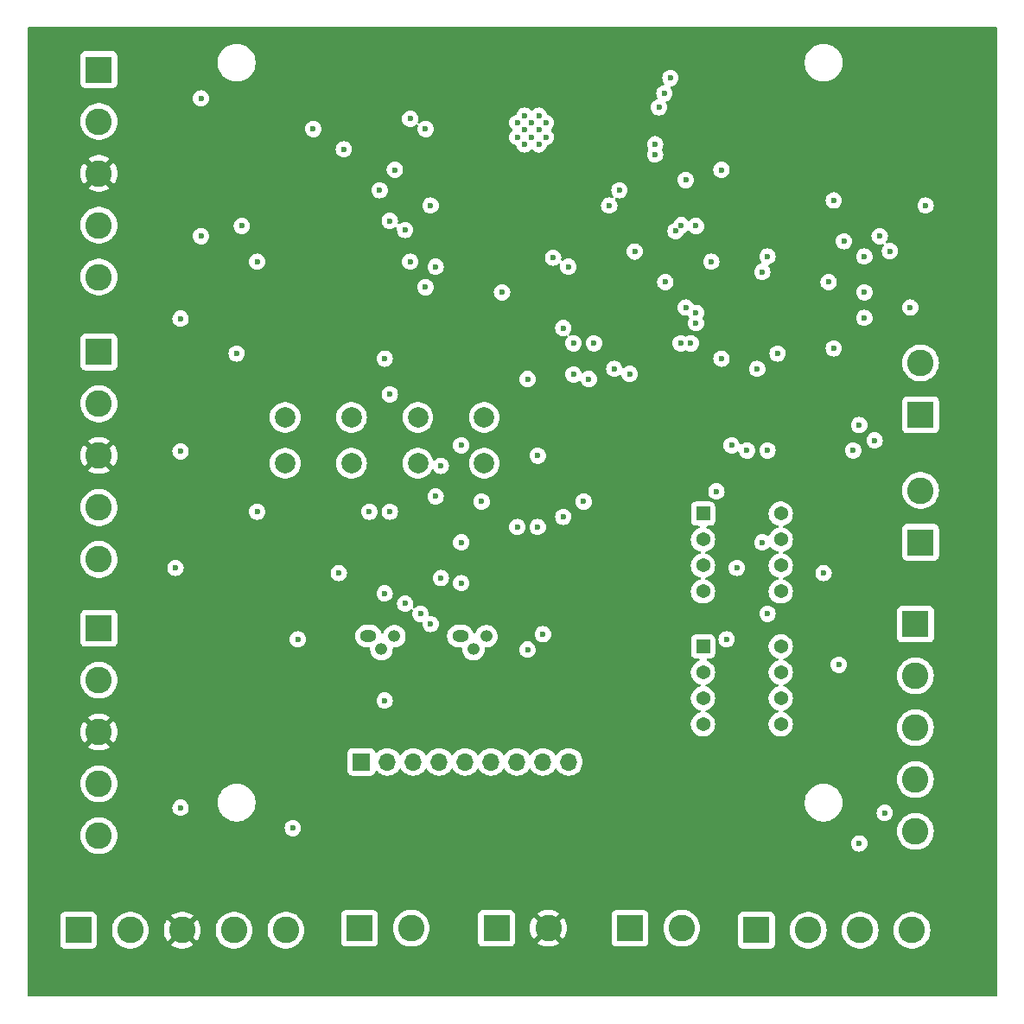
<source format=gbr>
%TF.GenerationSoftware,KiCad,Pcbnew,8.0.5*%
%TF.CreationDate,2024-10-29T07:25:13-05:00*%
%TF.ProjectId,Autonomous_Gardening_Rover_v2,4175746f-6e6f-46d6-9f75-735f47617264,rev?*%
%TF.SameCoordinates,Original*%
%TF.FileFunction,Copper,L3,Inr*%
%TF.FilePolarity,Positive*%
%FSLAX46Y46*%
G04 Gerber Fmt 4.6, Leading zero omitted, Abs format (unit mm)*
G04 Created by KiCad (PCBNEW 8.0.5) date 2024-10-29 07:25:13*
%MOMM*%
%LPD*%
G01*
G04 APERTURE LIST*
%TA.AperFunction,ComponentPad*%
%ADD10R,2.600000X2.600000*%
%TD*%
%TA.AperFunction,ComponentPad*%
%ADD11C,2.600000*%
%TD*%
%TA.AperFunction,ComponentPad*%
%ADD12R,1.371600X1.371600*%
%TD*%
%TA.AperFunction,ComponentPad*%
%ADD13C,1.371600*%
%TD*%
%TA.AperFunction,ComponentPad*%
%ADD14C,2.000000*%
%TD*%
%TA.AperFunction,ComponentPad*%
%ADD15O,1.600000X1.200000*%
%TD*%
%TA.AperFunction,ComponentPad*%
%ADD16O,1.200000X1.200000*%
%TD*%
%TA.AperFunction,HeatsinkPad*%
%ADD17C,0.600000*%
%TD*%
%TA.AperFunction,ComponentPad*%
%ADD18R,1.700000X1.700000*%
%TD*%
%TA.AperFunction,ComponentPad*%
%ADD19O,1.700000X1.700000*%
%TD*%
%TA.AperFunction,ViaPad*%
%ADD20C,0.600000*%
%TD*%
G04 APERTURE END LIST*
D10*
%TO.N,/MOTOR4PWM*%
%TO.C,J3*%
X37000000Y-39180000D03*
D11*
%TO.N,GND*%
X37000000Y-44260000D03*
%TO.N,+5V*%
X37000000Y-49340000D03*
%TO.N,/MOTOR4FG*%
X37000000Y-54420000D03*
%TO.N,+12V*%
X37000000Y-59500000D03*
%TD*%
D12*
%TO.N,Net-(U3A--)*%
%TO.C,U3*%
X96190000Y-82690000D03*
D13*
X96190000Y-85230000D03*
%TO.N,+3V3*%
X96190000Y-87770000D03*
%TO.N,GND*%
X96190000Y-90310000D03*
%TO.N,Net-(U3B-+)*%
X103810000Y-90310000D03*
%TO.N,Net-(U3B--)*%
X103810000Y-87770000D03*
X103810000Y-85230000D03*
%TO.N,+3V3*%
X103810000Y-82690000D03*
%TD*%
D12*
%TO.N,/Moisture_Sensor_Output*%
%TO.C,U4*%
X96190000Y-95690000D03*
D13*
%TO.N,Net-(U4A--)*%
X96190000Y-98230000D03*
%TO.N,Net-(U4A-+)*%
X96190000Y-100770000D03*
%TO.N,GND*%
X96190000Y-103310000D03*
%TO.N,unconnected-(U4B-+-Pad5)*%
X103810000Y-103310000D03*
%TO.N,unconnected-(U4B---Pad6)*%
X103810000Y-100770000D03*
%TO.N,unconnected-(U4-Pad7)*%
X103810000Y-98230000D03*
%TO.N,+3V3*%
X103810000Y-95690000D03*
%TD*%
D14*
%TO.N,GND*%
%TO.C,SW2*%
X74750000Y-77750000D03*
X68250000Y-77750000D03*
%TO.N,/GPIO0_STRAPPING*%
X74750000Y-73250000D03*
X68250000Y-73250000D03*
%TD*%
%TO.N,GND*%
%TO.C,SW1*%
X61750000Y-77750000D03*
X55250000Y-77750000D03*
%TO.N,/CHIP_PU*%
X61750000Y-73250000D03*
X55250000Y-73250000D03*
%TD*%
D10*
%TO.N,GND*%
%TO.C,J8*%
X62535000Y-123305000D03*
D11*
%TO.N,+3V3*%
X67615000Y-123305000D03*
%TD*%
D10*
%TO.N,GND*%
%TO.C,J6*%
X75955000Y-123305000D03*
D11*
%TO.N,+5V*%
X81035000Y-123305000D03*
%TD*%
D10*
%TO.N,GND*%
%TO.C,J5*%
X89035000Y-123305000D03*
D11*
%TO.N,+12V*%
X94115000Y-123305000D03*
%TD*%
%TO.N,/LINACT-*%
%TO.C,J4*%
X117500000Y-80420000D03*
D10*
%TO.N,/LINACT+*%
X117500000Y-85500000D03*
%TD*%
D11*
%TO.N,+12V*%
%TO.C,J1*%
X37000000Y-87160000D03*
%TO.N,/MOTOR3FG*%
X37000000Y-82080000D03*
%TO.N,+5V*%
X37000000Y-77000000D03*
%TO.N,GND*%
X37000000Y-71920000D03*
D10*
%TO.N,/MOTOR3PWM*%
X37000000Y-66840000D03*
%TD*%
D11*
%TO.N,/Input_Probe_2*%
%TO.C,J11*%
X117500000Y-67920000D03*
D10*
%TO.N,/Input_Probe_1*%
X117500000Y-73000000D03*
%TD*%
D11*
%TO.N,/UWBCS*%
%TO.C,J24*%
X116660000Y-123500000D03*
%TO.N,/UWBMISO*%
X111580000Y-123500000D03*
%TO.N,/UWBCLK*%
X106500000Y-123500000D03*
D10*
%TO.N,/UWBMOSI*%
X101420000Y-123500000D03*
%TD*%
D15*
%TO.N,/RTS*%
%TO.C,Q1*%
X72414724Y-94684724D03*
D16*
%TO.N,Net-(Q1-B)*%
X73684724Y-95954724D03*
%TO.N,Net-(Q1-C)*%
X74954724Y-94684724D03*
%TD*%
D11*
%TO.N,/MPUINT*%
%TO.C,J7*%
X117000000Y-113820000D03*
%TO.N,/MPUCS*%
X117000000Y-108740000D03*
%TO.N,/MPUMISO*%
X117000000Y-103660000D03*
%TO.N,/MPUCLK*%
X117000000Y-98580000D03*
D10*
%TO.N,/MPUMOSI*%
X117000000Y-93500000D03*
%TD*%
D11*
%TO.N,+12V*%
%TO.C,J12*%
X55320000Y-123500000D03*
%TO.N,/MOTOR1FG*%
X50240000Y-123500000D03*
%TO.N,+5V*%
X45160000Y-123500000D03*
%TO.N,GND*%
X40080000Y-123500000D03*
D10*
%TO.N,/MOTOR1PWM*%
X35000000Y-123500000D03*
%TD*%
D17*
%TO.N,GND*%
%TO.C,U1*%
X78000000Y-44400000D03*
X78000000Y-45800000D03*
X78700000Y-43700000D03*
X78700000Y-45100000D03*
X78700000Y-46500000D03*
X79400000Y-44400000D03*
X79400000Y-45800000D03*
X80100000Y-43700000D03*
X80100000Y-45100000D03*
X80100000Y-46500000D03*
X80800000Y-44400000D03*
X80800000Y-45800000D03*
%TD*%
D18*
%TO.N,/pH_Sensor*%
%TO.C,J10*%
X62720000Y-107000000D03*
D19*
%TO.N,+3V3*%
X65260000Y-107000000D03*
%TO.N,GND*%
X67800000Y-107000000D03*
%TO.N,/temp_Sensor*%
X70340000Y-107000000D03*
%TO.N,+3V3*%
X72880000Y-107000000D03*
%TO.N,GND*%
X75420000Y-107000000D03*
%TO.N,unconnected-(J10-Pin_7-Pad7)*%
X77960000Y-107000000D03*
%TO.N,unconnected-(J10-Pin_8-Pad8)*%
X80500000Y-107000000D03*
%TO.N,unconnected-(J10-Pin_9-Pad9)*%
X83040000Y-107000000D03*
%TD*%
D15*
%TO.N,/DTR*%
%TO.C,Q2*%
X63414724Y-94684724D03*
D16*
%TO.N,Net-(Q2-B)*%
X64684724Y-95954724D03*
%TO.N,Net-(Q2-C)*%
X65954724Y-94684724D03*
%TD*%
D11*
%TO.N,+12V*%
%TO.C,J14*%
X37000000Y-114240000D03*
%TO.N,/MOTOR2FG*%
X37000000Y-109160000D03*
%TO.N,+5V*%
X37000000Y-104080000D03*
%TO.N,GND*%
X37000000Y-99000000D03*
D10*
%TO.N,/MOTOR2PWM*%
X37000000Y-93920000D03*
%TD*%
D20*
%TO.N,GND*%
X116500000Y-62500000D03*
X61000000Y-47000000D03*
X70500000Y-78000000D03*
X72500000Y-76000000D03*
%TO.N,/MOTOR2PWM*%
X69500000Y-52500000D03*
X44500000Y-88000000D03*
%TO.N,GND*%
X118000000Y-52500000D03*
X109000000Y-66500000D03*
X102500000Y-57500000D03*
%TO.N,+3V3*%
X109000000Y-52000000D03*
X98000000Y-49000000D03*
%TO.N,GND*%
X110000000Y-56000000D03*
X108500000Y-60000000D03*
%TO.N,+3V3*%
X58000000Y-45000000D03*
%TO.N,/Moisture_Sensor_Output*%
X88000000Y-51000000D03*
X95500000Y-63000000D03*
X95000000Y-66000000D03*
%TO.N,+3V3*%
X111500000Y-74000000D03*
X99500000Y-88000000D03*
X102500000Y-92500000D03*
%TO.N,Net-(U4A-+)*%
X102500000Y-76500000D03*
X99000000Y-76000000D03*
%TO.N,Net-(U3B--)*%
X102000000Y-85500000D03*
X100500000Y-76500000D03*
%TO.N,/MPUINT*%
X64500000Y-51000000D03*
X67000000Y-54900000D03*
X111500000Y-115000000D03*
X67500000Y-58000000D03*
%TO.N,/MPUCS*%
X83000000Y-58500000D03*
X114000000Y-112000000D03*
%TO.N,/RTS*%
X70000000Y-81000000D03*
X84500000Y-81500000D03*
%TO.N,/DTR*%
X82500000Y-83000000D03*
X74500000Y-81500000D03*
%TO.N,/RTS*%
X95500000Y-64000000D03*
X102000000Y-59000000D03*
%TO.N,/TXD*%
X92400000Y-41500000D03*
X97000000Y-58000000D03*
%TO.N,/UWBCLK*%
X94065687Y-54434313D03*
X94500000Y-62500000D03*
X89000000Y-69000000D03*
X94000000Y-66000000D03*
X80500000Y-94500000D03*
X80000000Y-84000000D03*
%TO.N,/UWBMOSI*%
X93500000Y-55000000D03*
X78000000Y-84000000D03*
X87500000Y-68500000D03*
X79000000Y-96000000D03*
%TO.N,/D-*%
X112000000Y-63500000D03*
X112000000Y-61000000D03*
%TO.N,GND*%
X113500000Y-55500000D03*
%TO.N,/D+*%
X112000000Y-57500000D03*
X114500000Y-56961500D03*
%TO.N,+5V*%
X113500000Y-63000000D03*
%TO.N,/MPUMISO*%
X76500000Y-61000000D03*
%TO.N,+3V3*%
X79000000Y-69500000D03*
X65000000Y-67500000D03*
X50500000Y-67000000D03*
X60500000Y-88500000D03*
%TO.N,/MPUMOSI*%
X82500000Y-64500000D03*
X83500000Y-66000000D03*
X83500000Y-69050000D03*
X85000000Y-69500000D03*
X98000000Y-67500000D03*
X108000000Y-88500000D03*
%TO.N,/LINACT+*%
X94500000Y-50000000D03*
X95500000Y-54500000D03*
X103500000Y-67000000D03*
X110900000Y-76500000D03*
%TO.N,/LINACT-*%
X80000000Y-77000000D03*
X113000000Y-75500000D03*
%TO.N,/MPUCLK*%
X109500000Y-97500000D03*
X101500000Y-68500000D03*
%TO.N,/MPUINT*%
X87000000Y-52500000D03*
X92500000Y-60000000D03*
%TO.N,/MPUMISO*%
X81500000Y-57600000D03*
X85500000Y-66000000D03*
%TO.N,/Moisture_Sensor_Output*%
X98500000Y-95000000D03*
X97500000Y-80500000D03*
%TO.N,/temp_Sensor*%
X69000000Y-45000000D03*
X65000000Y-101000000D03*
%TO.N,/pH_Sensor*%
X67500000Y-44000000D03*
X56500000Y-95000000D03*
%TO.N,/MOTOR1FG*%
X52500000Y-58000000D03*
X56000000Y-113500000D03*
%TO.N,/MOTOR1PWM*%
X66000000Y-49000000D03*
X45000000Y-111500000D03*
%TO.N,/GPIO3_STRAPPING*%
X70000000Y-58500000D03*
X52500000Y-82500000D03*
%TO.N,Net-(Q2-C)*%
X68500000Y-92500000D03*
X72500000Y-89500000D03*
%TO.N,/DTR*%
X67000000Y-91500000D03*
X72500000Y-85500000D03*
%TO.N,/RTS*%
X69500000Y-93500000D03*
X70500000Y-89000000D03*
%TO.N,Net-(Q2-B)*%
X65500000Y-82500000D03*
X65000000Y-90500000D03*
%TO.N,/GPIO46_STRAPPING*%
X69000000Y-60500000D03*
X63500000Y-82500000D03*
%TO.N,/GPIO0_STRAPPING*%
X89500000Y-57000000D03*
X65500000Y-71000000D03*
%TO.N,/MOTOR3FG*%
X91500000Y-46500000D03*
X45000000Y-76580000D03*
%TO.N,/MOTOR3PWM*%
X45000000Y-63580000D03*
X91500000Y-47500000D03*
%TO.N,/MOTOR4FG*%
X91875735Y-42875735D03*
X47000000Y-55500000D03*
%TO.N,/MOTOR4PWM*%
X93000000Y-40000000D03*
X47000000Y-42000000D03*
%TO.N,/MOTOR2FG*%
X51000000Y-54500000D03*
X65500000Y-54000000D03*
%TD*%
%TA.AperFunction,Conductor*%
%TO.N,+5V*%
G36*
X124943039Y-35019685D02*
G01*
X124988794Y-35072489D01*
X125000000Y-35124000D01*
X125000000Y-129876000D01*
X124980315Y-129943039D01*
X124927511Y-129988794D01*
X124876000Y-130000000D01*
X30124000Y-130000000D01*
X30056961Y-129980315D01*
X30011206Y-129927511D01*
X30000000Y-129876000D01*
X30000000Y-122152135D01*
X33199500Y-122152135D01*
X33199500Y-124847870D01*
X33199501Y-124847876D01*
X33205908Y-124907483D01*
X33256202Y-125042328D01*
X33256206Y-125042335D01*
X33342452Y-125157544D01*
X33342455Y-125157547D01*
X33457664Y-125243793D01*
X33457671Y-125243797D01*
X33592517Y-125294091D01*
X33592516Y-125294091D01*
X33599444Y-125294835D01*
X33652127Y-125300500D01*
X36347872Y-125300499D01*
X36407483Y-125294091D01*
X36542331Y-125243796D01*
X36657546Y-125157546D01*
X36743796Y-125042331D01*
X36794091Y-124907483D01*
X36800500Y-124847873D01*
X36800499Y-123499995D01*
X38274451Y-123499995D01*
X38274451Y-123500004D01*
X38294616Y-123769101D01*
X38354664Y-124032188D01*
X38354666Y-124032195D01*
X38400901Y-124150000D01*
X38453257Y-124283398D01*
X38588185Y-124517102D01*
X38696459Y-124652873D01*
X38756442Y-124728089D01*
X38943183Y-124901358D01*
X38954259Y-124911635D01*
X39177226Y-125063651D01*
X39177229Y-125063652D01*
X39177230Y-125063653D01*
X39180609Y-125065280D01*
X39420359Y-125180738D01*
X39678228Y-125260280D01*
X39678229Y-125260280D01*
X39678232Y-125260281D01*
X39945063Y-125300499D01*
X39945068Y-125300499D01*
X39945071Y-125300500D01*
X39945072Y-125300500D01*
X40214928Y-125300500D01*
X40214929Y-125300500D01*
X40214936Y-125300499D01*
X40481767Y-125260281D01*
X40481768Y-125260280D01*
X40481772Y-125260280D01*
X40739641Y-125180738D01*
X40931765Y-125088216D01*
X40982767Y-125063655D01*
X40982767Y-125063654D01*
X40982775Y-125063651D01*
X41205741Y-124911635D01*
X41403561Y-124728085D01*
X41571815Y-124517102D01*
X41706743Y-124283398D01*
X41805334Y-124032195D01*
X41865383Y-123769103D01*
X41885549Y-123500000D01*
X41885549Y-123499995D01*
X43354953Y-123499995D01*
X43354953Y-123500004D01*
X43375113Y-123769026D01*
X43375113Y-123769028D01*
X43435142Y-124032033D01*
X43435148Y-124032052D01*
X43533709Y-124283181D01*
X43533708Y-124283181D01*
X43668602Y-124516822D01*
X43722294Y-124584151D01*
X43722295Y-124584151D01*
X44558958Y-123747488D01*
X44583978Y-123807890D01*
X44655112Y-123914351D01*
X44745649Y-124004888D01*
X44852110Y-124076022D01*
X44912510Y-124101041D01*
X44074848Y-124938702D01*
X44257483Y-125063220D01*
X44257485Y-125063221D01*
X44500539Y-125180269D01*
X44500537Y-125180269D01*
X44758337Y-125259790D01*
X44758343Y-125259792D01*
X45025101Y-125299999D01*
X45025110Y-125300000D01*
X45294890Y-125300000D01*
X45294898Y-125299999D01*
X45561656Y-125259792D01*
X45561662Y-125259790D01*
X45819461Y-125180269D01*
X46062521Y-125063218D01*
X46245150Y-124938702D01*
X45407488Y-124101041D01*
X45467890Y-124076022D01*
X45574351Y-124004888D01*
X45664888Y-123914351D01*
X45736022Y-123807890D01*
X45761041Y-123747488D01*
X46597703Y-124584151D01*
X46597704Y-124584150D01*
X46651393Y-124516828D01*
X46651400Y-124516817D01*
X46786290Y-124283181D01*
X46884851Y-124032052D01*
X46884857Y-124032033D01*
X46944886Y-123769028D01*
X46944886Y-123769026D01*
X46965047Y-123500004D01*
X46965047Y-123499995D01*
X48434451Y-123499995D01*
X48434451Y-123500004D01*
X48454616Y-123769101D01*
X48514664Y-124032188D01*
X48514666Y-124032195D01*
X48560901Y-124150000D01*
X48613257Y-124283398D01*
X48748185Y-124517102D01*
X48856459Y-124652873D01*
X48916442Y-124728089D01*
X49103183Y-124901358D01*
X49114259Y-124911635D01*
X49337226Y-125063651D01*
X49337229Y-125063652D01*
X49337230Y-125063653D01*
X49340609Y-125065280D01*
X49580359Y-125180738D01*
X49838228Y-125260280D01*
X49838229Y-125260280D01*
X49838232Y-125260281D01*
X50105063Y-125300499D01*
X50105068Y-125300499D01*
X50105071Y-125300500D01*
X50105072Y-125300500D01*
X50374928Y-125300500D01*
X50374929Y-125300500D01*
X50374936Y-125300499D01*
X50641767Y-125260281D01*
X50641768Y-125260280D01*
X50641772Y-125260280D01*
X50899641Y-125180738D01*
X51091765Y-125088216D01*
X51142767Y-125063655D01*
X51142767Y-125063654D01*
X51142775Y-125063651D01*
X51365741Y-124911635D01*
X51563561Y-124728085D01*
X51731815Y-124517102D01*
X51866743Y-124283398D01*
X51965334Y-124032195D01*
X52025383Y-123769103D01*
X52045549Y-123500000D01*
X52045549Y-123499995D01*
X53514451Y-123499995D01*
X53514451Y-123500004D01*
X53534616Y-123769101D01*
X53594664Y-124032188D01*
X53594666Y-124032195D01*
X53640901Y-124150000D01*
X53693257Y-124283398D01*
X53828185Y-124517102D01*
X53936459Y-124652873D01*
X53996442Y-124728089D01*
X54183183Y-124901358D01*
X54194259Y-124911635D01*
X54417226Y-125063651D01*
X54417229Y-125063652D01*
X54417230Y-125063653D01*
X54420609Y-125065280D01*
X54660359Y-125180738D01*
X54918228Y-125260280D01*
X54918229Y-125260280D01*
X54918232Y-125260281D01*
X55185063Y-125300499D01*
X55185068Y-125300499D01*
X55185071Y-125300500D01*
X55185072Y-125300500D01*
X55454928Y-125300500D01*
X55454929Y-125300500D01*
X55454936Y-125300499D01*
X55721767Y-125260281D01*
X55721768Y-125260280D01*
X55721772Y-125260280D01*
X55979641Y-125180738D01*
X56171765Y-125088216D01*
X56222767Y-125063655D01*
X56222767Y-125063654D01*
X56222775Y-125063651D01*
X56445741Y-124911635D01*
X56643561Y-124728085D01*
X56811815Y-124517102D01*
X56946743Y-124283398D01*
X57045334Y-124032195D01*
X57105383Y-123769103D01*
X57125549Y-123500000D01*
X57125144Y-123494598D01*
X57105389Y-123230973D01*
X57105383Y-123230897D01*
X57045334Y-122967805D01*
X56946743Y-122716602D01*
X56811815Y-122482898D01*
X56643561Y-122271915D01*
X56643560Y-122271914D01*
X56643557Y-122271910D01*
X56445741Y-122088365D01*
X56406038Y-122061296D01*
X56253262Y-121957135D01*
X60734500Y-121957135D01*
X60734500Y-124652870D01*
X60734501Y-124652876D01*
X60740908Y-124712483D01*
X60791202Y-124847328D01*
X60791206Y-124847335D01*
X60877452Y-124962544D01*
X60877455Y-124962547D01*
X60992664Y-125048793D01*
X60992671Y-125048797D01*
X61127517Y-125099091D01*
X61127516Y-125099091D01*
X61134444Y-125099835D01*
X61187127Y-125105500D01*
X63882872Y-125105499D01*
X63942483Y-125099091D01*
X64077331Y-125048796D01*
X64192546Y-124962546D01*
X64278796Y-124847331D01*
X64329091Y-124712483D01*
X64335500Y-124652873D01*
X64335499Y-123304995D01*
X65809451Y-123304995D01*
X65809451Y-123305004D01*
X65829616Y-123574101D01*
X65889664Y-123837188D01*
X65889666Y-123837195D01*
X65966142Y-124032052D01*
X65988257Y-124088398D01*
X66123185Y-124322102D01*
X66176655Y-124389151D01*
X66291442Y-124533089D01*
X66478183Y-124706358D01*
X66489259Y-124716635D01*
X66712226Y-124868651D01*
X66955359Y-124985738D01*
X67213228Y-125065280D01*
X67213229Y-125065280D01*
X67213232Y-125065281D01*
X67480063Y-125105499D01*
X67480068Y-125105499D01*
X67480071Y-125105500D01*
X67480072Y-125105500D01*
X67749928Y-125105500D01*
X67749929Y-125105500D01*
X67749936Y-125105499D01*
X68016767Y-125065281D01*
X68016768Y-125065280D01*
X68016772Y-125065280D01*
X68274641Y-124985738D01*
X68517775Y-124868651D01*
X68740741Y-124716635D01*
X68938561Y-124533085D01*
X69106815Y-124322102D01*
X69241743Y-124088398D01*
X69340334Y-123837195D01*
X69400383Y-123574103D01*
X69420549Y-123305000D01*
X69415001Y-123230971D01*
X69400389Y-123035973D01*
X69400383Y-123035897D01*
X69340334Y-122772805D01*
X69241743Y-122521602D01*
X69106815Y-122287898D01*
X68938561Y-122076915D01*
X68938560Y-122076914D01*
X68938557Y-122076910D01*
X68809469Y-121957135D01*
X74154500Y-121957135D01*
X74154500Y-124652870D01*
X74154501Y-124652876D01*
X74160908Y-124712483D01*
X74211202Y-124847328D01*
X74211206Y-124847335D01*
X74297452Y-124962544D01*
X74297455Y-124962547D01*
X74412664Y-125048793D01*
X74412671Y-125048797D01*
X74547517Y-125099091D01*
X74547516Y-125099091D01*
X74554444Y-125099835D01*
X74607127Y-125105500D01*
X77302872Y-125105499D01*
X77362483Y-125099091D01*
X77497331Y-125048796D01*
X77612546Y-124962546D01*
X77698796Y-124847331D01*
X77749091Y-124712483D01*
X77755500Y-124652873D01*
X77755499Y-123304995D01*
X79229953Y-123304995D01*
X79229953Y-123305004D01*
X79250113Y-123574026D01*
X79250113Y-123574028D01*
X79310142Y-123837033D01*
X79310148Y-123837052D01*
X79408709Y-124088181D01*
X79408708Y-124088181D01*
X79543602Y-124321822D01*
X79597294Y-124389151D01*
X79597295Y-124389151D01*
X80433958Y-123552488D01*
X80458978Y-123612890D01*
X80530112Y-123719351D01*
X80620649Y-123809888D01*
X80727110Y-123881022D01*
X80787510Y-123906041D01*
X79949848Y-124743702D01*
X80132483Y-124868220D01*
X80132485Y-124868221D01*
X80375539Y-124985269D01*
X80375537Y-124985269D01*
X80633337Y-125064790D01*
X80633343Y-125064792D01*
X80900101Y-125104999D01*
X80900110Y-125105000D01*
X81169890Y-125105000D01*
X81169898Y-125104999D01*
X81436656Y-125064792D01*
X81436662Y-125064790D01*
X81694461Y-124985269D01*
X81937521Y-124868218D01*
X82120150Y-124743702D01*
X81282488Y-123906041D01*
X81342890Y-123881022D01*
X81449351Y-123809888D01*
X81539888Y-123719351D01*
X81611022Y-123612890D01*
X81636041Y-123552488D01*
X82472703Y-124389151D01*
X82472704Y-124389150D01*
X82526393Y-124321828D01*
X82526400Y-124321817D01*
X82661290Y-124088181D01*
X82759851Y-123837052D01*
X82759857Y-123837033D01*
X82819886Y-123574028D01*
X82819886Y-123574026D01*
X82840047Y-123305004D01*
X82840047Y-123304995D01*
X82819886Y-123035973D01*
X82819886Y-123035971D01*
X82759857Y-122772966D01*
X82759851Y-122772947D01*
X82661290Y-122521818D01*
X82661291Y-122521818D01*
X82526397Y-122288177D01*
X82472704Y-122220847D01*
X81636041Y-123057510D01*
X81611022Y-122997110D01*
X81539888Y-122890649D01*
X81449351Y-122800112D01*
X81342890Y-122728978D01*
X81282488Y-122703958D01*
X82029311Y-121957135D01*
X87234500Y-121957135D01*
X87234500Y-124652870D01*
X87234501Y-124652876D01*
X87240908Y-124712483D01*
X87291202Y-124847328D01*
X87291206Y-124847335D01*
X87377452Y-124962544D01*
X87377455Y-124962547D01*
X87492664Y-125048793D01*
X87492671Y-125048797D01*
X87627517Y-125099091D01*
X87627516Y-125099091D01*
X87634444Y-125099835D01*
X87687127Y-125105500D01*
X90382872Y-125105499D01*
X90442483Y-125099091D01*
X90577331Y-125048796D01*
X90692546Y-124962546D01*
X90778796Y-124847331D01*
X90829091Y-124712483D01*
X90835500Y-124652873D01*
X90835499Y-123304995D01*
X92309451Y-123304995D01*
X92309451Y-123305004D01*
X92329616Y-123574101D01*
X92389664Y-123837188D01*
X92389666Y-123837195D01*
X92466142Y-124032052D01*
X92488257Y-124088398D01*
X92623185Y-124322102D01*
X92676655Y-124389151D01*
X92791442Y-124533089D01*
X92978183Y-124706358D01*
X92989259Y-124716635D01*
X93212226Y-124868651D01*
X93455359Y-124985738D01*
X93713228Y-125065280D01*
X93713229Y-125065280D01*
X93713232Y-125065281D01*
X93980063Y-125105499D01*
X93980068Y-125105499D01*
X93980071Y-125105500D01*
X93980072Y-125105500D01*
X94249928Y-125105500D01*
X94249929Y-125105500D01*
X94249936Y-125105499D01*
X94516767Y-125065281D01*
X94516768Y-125065280D01*
X94516772Y-125065280D01*
X94774641Y-124985738D01*
X95017775Y-124868651D01*
X95240741Y-124716635D01*
X95438561Y-124533085D01*
X95606815Y-124322102D01*
X95741743Y-124088398D01*
X95840334Y-123837195D01*
X95900383Y-123574103D01*
X95920549Y-123305000D01*
X95915001Y-123230971D01*
X95900389Y-123035973D01*
X95900383Y-123035897D01*
X95840334Y-122772805D01*
X95741743Y-122521602D01*
X95606815Y-122287898D01*
X95498547Y-122152135D01*
X99619500Y-122152135D01*
X99619500Y-124847870D01*
X99619501Y-124847876D01*
X99625908Y-124907483D01*
X99676202Y-125042328D01*
X99676206Y-125042335D01*
X99762452Y-125157544D01*
X99762455Y-125157547D01*
X99877664Y-125243793D01*
X99877671Y-125243797D01*
X100012517Y-125294091D01*
X100012516Y-125294091D01*
X100019444Y-125294835D01*
X100072127Y-125300500D01*
X102767872Y-125300499D01*
X102827483Y-125294091D01*
X102962331Y-125243796D01*
X103077546Y-125157546D01*
X103163796Y-125042331D01*
X103214091Y-124907483D01*
X103220500Y-124847873D01*
X103220499Y-123499995D01*
X104694451Y-123499995D01*
X104694451Y-123500004D01*
X104714616Y-123769101D01*
X104774664Y-124032188D01*
X104774666Y-124032195D01*
X104820901Y-124150000D01*
X104873257Y-124283398D01*
X105008185Y-124517102D01*
X105116459Y-124652873D01*
X105176442Y-124728089D01*
X105363183Y-124901358D01*
X105374259Y-124911635D01*
X105597226Y-125063651D01*
X105597229Y-125063652D01*
X105597230Y-125063653D01*
X105600609Y-125065280D01*
X105840359Y-125180738D01*
X106098228Y-125260280D01*
X106098229Y-125260280D01*
X106098232Y-125260281D01*
X106365063Y-125300499D01*
X106365068Y-125300499D01*
X106365071Y-125300500D01*
X106365072Y-125300500D01*
X106634928Y-125300500D01*
X106634929Y-125300500D01*
X106634936Y-125300499D01*
X106901767Y-125260281D01*
X106901768Y-125260280D01*
X106901772Y-125260280D01*
X107159641Y-125180738D01*
X107351765Y-125088216D01*
X107402767Y-125063655D01*
X107402767Y-125063654D01*
X107402775Y-125063651D01*
X107625741Y-124911635D01*
X107823561Y-124728085D01*
X107991815Y-124517102D01*
X108126743Y-124283398D01*
X108225334Y-124032195D01*
X108285383Y-123769103D01*
X108305549Y-123500000D01*
X108305549Y-123499995D01*
X109774451Y-123499995D01*
X109774451Y-123500004D01*
X109794616Y-123769101D01*
X109854664Y-124032188D01*
X109854666Y-124032195D01*
X109900901Y-124150000D01*
X109953257Y-124283398D01*
X110088185Y-124517102D01*
X110196459Y-124652873D01*
X110256442Y-124728089D01*
X110443183Y-124901358D01*
X110454259Y-124911635D01*
X110677226Y-125063651D01*
X110677229Y-125063652D01*
X110677230Y-125063653D01*
X110680609Y-125065280D01*
X110920359Y-125180738D01*
X111178228Y-125260280D01*
X111178229Y-125260280D01*
X111178232Y-125260281D01*
X111445063Y-125300499D01*
X111445068Y-125300499D01*
X111445071Y-125300500D01*
X111445072Y-125300500D01*
X111714928Y-125300500D01*
X111714929Y-125300500D01*
X111714936Y-125300499D01*
X111981767Y-125260281D01*
X111981768Y-125260280D01*
X111981772Y-125260280D01*
X112239641Y-125180738D01*
X112431765Y-125088216D01*
X112482767Y-125063655D01*
X112482767Y-125063654D01*
X112482775Y-125063651D01*
X112705741Y-124911635D01*
X112903561Y-124728085D01*
X113071815Y-124517102D01*
X113206743Y-124283398D01*
X113305334Y-124032195D01*
X113365383Y-123769103D01*
X113385549Y-123500000D01*
X113385549Y-123499995D01*
X114854451Y-123499995D01*
X114854451Y-123500004D01*
X114874616Y-123769101D01*
X114934664Y-124032188D01*
X114934666Y-124032195D01*
X114980901Y-124150000D01*
X115033257Y-124283398D01*
X115168185Y-124517102D01*
X115276459Y-124652873D01*
X115336442Y-124728089D01*
X115523183Y-124901358D01*
X115534259Y-124911635D01*
X115757226Y-125063651D01*
X115757229Y-125063652D01*
X115757230Y-125063653D01*
X115760609Y-125065280D01*
X116000359Y-125180738D01*
X116258228Y-125260280D01*
X116258229Y-125260280D01*
X116258232Y-125260281D01*
X116525063Y-125300499D01*
X116525068Y-125300499D01*
X116525071Y-125300500D01*
X116525072Y-125300500D01*
X116794928Y-125300500D01*
X116794929Y-125300500D01*
X116794936Y-125300499D01*
X117061767Y-125260281D01*
X117061768Y-125260280D01*
X117061772Y-125260280D01*
X117319641Y-125180738D01*
X117511765Y-125088216D01*
X117562767Y-125063655D01*
X117562767Y-125063654D01*
X117562775Y-125063651D01*
X117785741Y-124911635D01*
X117983561Y-124728085D01*
X118151815Y-124517102D01*
X118286743Y-124283398D01*
X118385334Y-124032195D01*
X118445383Y-123769103D01*
X118465549Y-123500000D01*
X118465144Y-123494598D01*
X118445389Y-123230973D01*
X118445383Y-123230897D01*
X118385334Y-122967805D01*
X118286743Y-122716602D01*
X118151815Y-122482898D01*
X117983561Y-122271915D01*
X117983560Y-122271914D01*
X117983557Y-122271910D01*
X117785741Y-122088365D01*
X117746038Y-122061296D01*
X117562775Y-121936349D01*
X117562769Y-121936346D01*
X117562768Y-121936345D01*
X117562767Y-121936344D01*
X117319643Y-121819263D01*
X117319645Y-121819263D01*
X117061773Y-121739720D01*
X117061767Y-121739718D01*
X116794936Y-121699500D01*
X116794929Y-121699500D01*
X116525071Y-121699500D01*
X116525063Y-121699500D01*
X116258232Y-121739718D01*
X116258226Y-121739720D01*
X116000358Y-121819262D01*
X115757230Y-121936346D01*
X115534258Y-122088365D01*
X115336442Y-122271910D01*
X115168185Y-122482898D01*
X115033258Y-122716599D01*
X115033256Y-122716603D01*
X114934666Y-122967804D01*
X114934664Y-122967811D01*
X114874616Y-123230898D01*
X114854451Y-123499995D01*
X113385549Y-123499995D01*
X113385144Y-123494598D01*
X113365389Y-123230973D01*
X113365383Y-123230897D01*
X113305334Y-122967805D01*
X113206743Y-122716602D01*
X113071815Y-122482898D01*
X112903561Y-122271915D01*
X112903560Y-122271914D01*
X112903557Y-122271910D01*
X112705741Y-122088365D01*
X112666038Y-122061296D01*
X112482775Y-121936349D01*
X112482769Y-121936346D01*
X112482768Y-121936345D01*
X112482767Y-121936344D01*
X112239643Y-121819263D01*
X112239645Y-121819263D01*
X111981773Y-121739720D01*
X111981767Y-121739718D01*
X111714936Y-121699500D01*
X111714929Y-121699500D01*
X111445071Y-121699500D01*
X111445063Y-121699500D01*
X111178232Y-121739718D01*
X111178226Y-121739720D01*
X110920358Y-121819262D01*
X110677230Y-121936346D01*
X110454258Y-122088365D01*
X110256442Y-122271910D01*
X110088185Y-122482898D01*
X109953258Y-122716599D01*
X109953256Y-122716603D01*
X109854666Y-122967804D01*
X109854664Y-122967811D01*
X109794616Y-123230898D01*
X109774451Y-123499995D01*
X108305549Y-123499995D01*
X108305144Y-123494598D01*
X108285389Y-123230973D01*
X108285383Y-123230897D01*
X108225334Y-122967805D01*
X108126743Y-122716602D01*
X107991815Y-122482898D01*
X107823561Y-122271915D01*
X107823560Y-122271914D01*
X107823557Y-122271910D01*
X107625741Y-122088365D01*
X107586038Y-122061296D01*
X107402775Y-121936349D01*
X107402769Y-121936346D01*
X107402768Y-121936345D01*
X107402767Y-121936344D01*
X107159643Y-121819263D01*
X107159645Y-121819263D01*
X106901773Y-121739720D01*
X106901767Y-121739718D01*
X106634936Y-121699500D01*
X106634929Y-121699500D01*
X106365071Y-121699500D01*
X106365063Y-121699500D01*
X106098232Y-121739718D01*
X106098226Y-121739720D01*
X105840358Y-121819262D01*
X105597230Y-121936346D01*
X105374258Y-122088365D01*
X105176442Y-122271910D01*
X105008185Y-122482898D01*
X104873258Y-122716599D01*
X104873256Y-122716603D01*
X104774666Y-122967804D01*
X104774664Y-122967811D01*
X104714616Y-123230898D01*
X104694451Y-123499995D01*
X103220499Y-123499995D01*
X103220499Y-122152128D01*
X103214091Y-122092517D01*
X103212542Y-122088365D01*
X103163797Y-121957671D01*
X103163793Y-121957664D01*
X103077547Y-121842455D01*
X103077544Y-121842452D01*
X102962335Y-121756206D01*
X102962328Y-121756202D01*
X102827482Y-121705908D01*
X102827483Y-121705908D01*
X102767883Y-121699501D01*
X102767881Y-121699500D01*
X102767873Y-121699500D01*
X102767864Y-121699500D01*
X100072129Y-121699500D01*
X100072123Y-121699501D01*
X100012516Y-121705908D01*
X99877671Y-121756202D01*
X99877664Y-121756206D01*
X99762455Y-121842452D01*
X99762452Y-121842455D01*
X99676206Y-121957664D01*
X99676202Y-121957671D01*
X99625908Y-122092517D01*
X99619501Y-122152116D01*
X99619501Y-122152123D01*
X99619500Y-122152135D01*
X95498547Y-122152135D01*
X95438561Y-122076915D01*
X95438560Y-122076914D01*
X95438557Y-122076910D01*
X95240741Y-121893365D01*
X95166068Y-121842454D01*
X95017775Y-121741349D01*
X95017769Y-121741346D01*
X95017768Y-121741345D01*
X95017767Y-121741344D01*
X94774643Y-121624263D01*
X94774645Y-121624263D01*
X94516773Y-121544720D01*
X94516767Y-121544718D01*
X94249936Y-121504500D01*
X94249929Y-121504500D01*
X93980071Y-121504500D01*
X93980063Y-121504500D01*
X93713232Y-121544718D01*
X93713226Y-121544720D01*
X93455358Y-121624262D01*
X93212230Y-121741346D01*
X92989258Y-121893365D01*
X92791442Y-122076910D01*
X92623185Y-122287898D01*
X92488258Y-122521599D01*
X92488256Y-122521603D01*
X92389666Y-122772804D01*
X92389664Y-122772811D01*
X92329616Y-123035898D01*
X92309451Y-123304995D01*
X90835499Y-123304995D01*
X90835499Y-121957128D01*
X90829091Y-121897517D01*
X90827542Y-121893365D01*
X90778797Y-121762671D01*
X90778793Y-121762664D01*
X90692547Y-121647455D01*
X90692544Y-121647452D01*
X90577335Y-121561206D01*
X90577328Y-121561202D01*
X90442482Y-121510908D01*
X90442483Y-121510908D01*
X90382883Y-121504501D01*
X90382881Y-121504500D01*
X90382873Y-121504500D01*
X90382864Y-121504500D01*
X87687129Y-121504500D01*
X87687123Y-121504501D01*
X87627516Y-121510908D01*
X87492671Y-121561202D01*
X87492664Y-121561206D01*
X87377455Y-121647452D01*
X87377452Y-121647455D01*
X87291206Y-121762664D01*
X87291202Y-121762671D01*
X87240908Y-121897517D01*
X87236687Y-121936783D01*
X87234501Y-121957123D01*
X87234500Y-121957135D01*
X82029311Y-121957135D01*
X82120150Y-121866296D01*
X81937517Y-121741779D01*
X81937516Y-121741778D01*
X81694460Y-121624730D01*
X81694462Y-121624730D01*
X81436662Y-121545209D01*
X81436656Y-121545207D01*
X81169898Y-121505000D01*
X80900101Y-121505000D01*
X80633343Y-121545207D01*
X80633337Y-121545209D01*
X80375538Y-121624730D01*
X80132485Y-121741778D01*
X80132476Y-121741783D01*
X79949848Y-121866296D01*
X80787511Y-122703958D01*
X80727110Y-122728978D01*
X80620649Y-122800112D01*
X80530112Y-122890649D01*
X80458978Y-122997110D01*
X80433958Y-123057511D01*
X79597295Y-122220848D01*
X79543600Y-122288180D01*
X79408709Y-122521818D01*
X79310148Y-122772947D01*
X79310142Y-122772966D01*
X79250113Y-123035971D01*
X79250113Y-123035973D01*
X79229953Y-123304995D01*
X77755499Y-123304995D01*
X77755499Y-121957128D01*
X77749091Y-121897517D01*
X77747542Y-121893365D01*
X77698797Y-121762671D01*
X77698793Y-121762664D01*
X77612547Y-121647455D01*
X77612544Y-121647452D01*
X77497335Y-121561206D01*
X77497328Y-121561202D01*
X77362482Y-121510908D01*
X77362483Y-121510908D01*
X77302883Y-121504501D01*
X77302881Y-121504500D01*
X77302873Y-121504500D01*
X77302864Y-121504500D01*
X74607129Y-121504500D01*
X74607123Y-121504501D01*
X74547516Y-121510908D01*
X74412671Y-121561202D01*
X74412664Y-121561206D01*
X74297455Y-121647452D01*
X74297452Y-121647455D01*
X74211206Y-121762664D01*
X74211202Y-121762671D01*
X74160908Y-121897517D01*
X74156687Y-121936783D01*
X74154501Y-121957123D01*
X74154500Y-121957135D01*
X68809469Y-121957135D01*
X68740741Y-121893365D01*
X68666068Y-121842454D01*
X68517775Y-121741349D01*
X68517769Y-121741346D01*
X68517768Y-121741345D01*
X68517767Y-121741344D01*
X68274643Y-121624263D01*
X68274645Y-121624263D01*
X68016773Y-121544720D01*
X68016767Y-121544718D01*
X67749936Y-121504500D01*
X67749929Y-121504500D01*
X67480071Y-121504500D01*
X67480063Y-121504500D01*
X67213232Y-121544718D01*
X67213226Y-121544720D01*
X66955358Y-121624262D01*
X66712230Y-121741346D01*
X66489258Y-121893365D01*
X66291442Y-122076910D01*
X66123185Y-122287898D01*
X65988258Y-122521599D01*
X65988256Y-122521603D01*
X65889666Y-122772804D01*
X65889664Y-122772811D01*
X65829616Y-123035898D01*
X65809451Y-123304995D01*
X64335499Y-123304995D01*
X64335499Y-121957128D01*
X64329091Y-121897517D01*
X64327542Y-121893365D01*
X64278797Y-121762671D01*
X64278793Y-121762664D01*
X64192547Y-121647455D01*
X64192544Y-121647452D01*
X64077335Y-121561206D01*
X64077328Y-121561202D01*
X63942482Y-121510908D01*
X63942483Y-121510908D01*
X63882883Y-121504501D01*
X63882881Y-121504500D01*
X63882873Y-121504500D01*
X63882864Y-121504500D01*
X61187129Y-121504500D01*
X61187123Y-121504501D01*
X61127516Y-121510908D01*
X60992671Y-121561202D01*
X60992664Y-121561206D01*
X60877455Y-121647452D01*
X60877452Y-121647455D01*
X60791206Y-121762664D01*
X60791202Y-121762671D01*
X60740908Y-121897517D01*
X60736687Y-121936783D01*
X60734501Y-121957123D01*
X60734500Y-121957135D01*
X56253262Y-121957135D01*
X56222775Y-121936349D01*
X56222769Y-121936346D01*
X56222768Y-121936345D01*
X56222767Y-121936344D01*
X55979643Y-121819263D01*
X55979645Y-121819263D01*
X55721773Y-121739720D01*
X55721767Y-121739718D01*
X55454936Y-121699500D01*
X55454929Y-121699500D01*
X55185071Y-121699500D01*
X55185063Y-121699500D01*
X54918232Y-121739718D01*
X54918226Y-121739720D01*
X54660358Y-121819262D01*
X54417230Y-121936346D01*
X54194258Y-122088365D01*
X53996442Y-122271910D01*
X53828185Y-122482898D01*
X53693258Y-122716599D01*
X53693256Y-122716603D01*
X53594666Y-122967804D01*
X53594664Y-122967811D01*
X53534616Y-123230898D01*
X53514451Y-123499995D01*
X52045549Y-123499995D01*
X52045144Y-123494598D01*
X52025389Y-123230973D01*
X52025383Y-123230897D01*
X51965334Y-122967805D01*
X51866743Y-122716602D01*
X51731815Y-122482898D01*
X51563561Y-122271915D01*
X51563560Y-122271914D01*
X51563557Y-122271910D01*
X51365741Y-122088365D01*
X51326038Y-122061296D01*
X51142775Y-121936349D01*
X51142769Y-121936346D01*
X51142768Y-121936345D01*
X51142767Y-121936344D01*
X50899643Y-121819263D01*
X50899645Y-121819263D01*
X50641773Y-121739720D01*
X50641767Y-121739718D01*
X50374936Y-121699500D01*
X50374929Y-121699500D01*
X50105071Y-121699500D01*
X50105063Y-121699500D01*
X49838232Y-121739718D01*
X49838226Y-121739720D01*
X49580358Y-121819262D01*
X49337230Y-121936346D01*
X49114258Y-122088365D01*
X48916442Y-122271910D01*
X48748185Y-122482898D01*
X48613258Y-122716599D01*
X48613256Y-122716603D01*
X48514666Y-122967804D01*
X48514664Y-122967811D01*
X48454616Y-123230898D01*
X48434451Y-123499995D01*
X46965047Y-123499995D01*
X46944886Y-123230973D01*
X46944886Y-123230971D01*
X46884857Y-122967966D01*
X46884851Y-122967947D01*
X46786290Y-122716818D01*
X46786291Y-122716818D01*
X46651397Y-122483177D01*
X46597704Y-122415847D01*
X45761041Y-123252510D01*
X45736022Y-123192110D01*
X45664888Y-123085649D01*
X45574351Y-122995112D01*
X45467890Y-122923978D01*
X45407488Y-122898958D01*
X46245150Y-122061296D01*
X46062517Y-121936779D01*
X46062516Y-121936778D01*
X45819460Y-121819730D01*
X45819462Y-121819730D01*
X45561662Y-121740209D01*
X45561656Y-121740207D01*
X45294898Y-121700000D01*
X45025101Y-121700000D01*
X44758343Y-121740207D01*
X44758337Y-121740209D01*
X44500538Y-121819730D01*
X44257485Y-121936778D01*
X44257476Y-121936783D01*
X44074848Y-122061296D01*
X44912511Y-122898958D01*
X44852110Y-122923978D01*
X44745649Y-122995112D01*
X44655112Y-123085649D01*
X44583978Y-123192110D01*
X44558958Y-123252511D01*
X43722295Y-122415848D01*
X43668600Y-122483180D01*
X43533709Y-122716818D01*
X43435148Y-122967947D01*
X43435142Y-122967966D01*
X43375113Y-123230971D01*
X43375113Y-123230973D01*
X43354953Y-123499995D01*
X41885549Y-123499995D01*
X41885144Y-123494598D01*
X41865389Y-123230973D01*
X41865383Y-123230897D01*
X41805334Y-122967805D01*
X41706743Y-122716602D01*
X41571815Y-122482898D01*
X41403561Y-122271915D01*
X41403560Y-122271914D01*
X41403557Y-122271910D01*
X41205741Y-122088365D01*
X41166038Y-122061296D01*
X40982775Y-121936349D01*
X40982769Y-121936346D01*
X40982768Y-121936345D01*
X40982767Y-121936344D01*
X40739643Y-121819263D01*
X40739645Y-121819263D01*
X40481773Y-121739720D01*
X40481767Y-121739718D01*
X40214936Y-121699500D01*
X40214929Y-121699500D01*
X39945071Y-121699500D01*
X39945063Y-121699500D01*
X39678232Y-121739718D01*
X39678226Y-121739720D01*
X39420358Y-121819262D01*
X39177230Y-121936346D01*
X38954258Y-122088365D01*
X38756442Y-122271910D01*
X38588185Y-122482898D01*
X38453258Y-122716599D01*
X38453256Y-122716603D01*
X38354666Y-122967804D01*
X38354664Y-122967811D01*
X38294616Y-123230898D01*
X38274451Y-123499995D01*
X36800499Y-123499995D01*
X36800499Y-122152128D01*
X36794091Y-122092517D01*
X36792542Y-122088365D01*
X36743797Y-121957671D01*
X36743793Y-121957664D01*
X36657547Y-121842455D01*
X36657544Y-121842452D01*
X36542335Y-121756206D01*
X36542328Y-121756202D01*
X36407482Y-121705908D01*
X36407483Y-121705908D01*
X36347883Y-121699501D01*
X36347881Y-121699500D01*
X36347873Y-121699500D01*
X36347864Y-121699500D01*
X33652129Y-121699500D01*
X33652123Y-121699501D01*
X33592516Y-121705908D01*
X33457671Y-121756202D01*
X33457664Y-121756206D01*
X33342455Y-121842452D01*
X33342452Y-121842455D01*
X33256206Y-121957664D01*
X33256202Y-121957671D01*
X33205908Y-122092517D01*
X33199501Y-122152116D01*
X33199501Y-122152123D01*
X33199500Y-122152135D01*
X30000000Y-122152135D01*
X30000000Y-114239995D01*
X35194451Y-114239995D01*
X35194451Y-114240004D01*
X35214616Y-114509101D01*
X35274664Y-114772188D01*
X35274666Y-114772195D01*
X35373257Y-115023398D01*
X35508185Y-115257102D01*
X35609107Y-115383654D01*
X35676442Y-115468089D01*
X35840702Y-115620499D01*
X35874259Y-115651635D01*
X36097226Y-115803651D01*
X36340359Y-115920738D01*
X36598228Y-116000280D01*
X36598229Y-116000280D01*
X36598232Y-116000281D01*
X36865063Y-116040499D01*
X36865068Y-116040499D01*
X36865071Y-116040500D01*
X36865072Y-116040500D01*
X37134928Y-116040500D01*
X37134929Y-116040500D01*
X37134936Y-116040499D01*
X37401767Y-116000281D01*
X37401768Y-116000280D01*
X37401772Y-116000280D01*
X37659641Y-115920738D01*
X37902775Y-115803651D01*
X38125741Y-115651635D01*
X38288369Y-115500738D01*
X38323557Y-115468089D01*
X38323557Y-115468087D01*
X38323561Y-115468085D01*
X38491815Y-115257102D01*
X38626743Y-115023398D01*
X38635928Y-114999996D01*
X110694435Y-114999996D01*
X110694435Y-115000003D01*
X110714630Y-115179249D01*
X110714631Y-115179254D01*
X110774211Y-115349523D01*
X110795658Y-115383655D01*
X110870184Y-115502262D01*
X110997738Y-115629816D01*
X111150478Y-115725789D01*
X111320745Y-115785368D01*
X111320750Y-115785369D01*
X111499996Y-115805565D01*
X111500000Y-115805565D01*
X111500004Y-115805565D01*
X111679249Y-115785369D01*
X111679252Y-115785368D01*
X111679255Y-115785368D01*
X111849522Y-115725789D01*
X112002262Y-115629816D01*
X112129816Y-115502262D01*
X112225789Y-115349522D01*
X112285368Y-115179255D01*
X112300147Y-115048089D01*
X112305565Y-115000003D01*
X112305565Y-114999996D01*
X112285369Y-114820750D01*
X112285368Y-114820745D01*
X112225788Y-114650476D01*
X112129815Y-114497737D01*
X112002262Y-114370184D01*
X111849523Y-114274211D01*
X111679254Y-114214631D01*
X111679249Y-114214630D01*
X111500004Y-114194435D01*
X111499996Y-114194435D01*
X111320750Y-114214630D01*
X111320745Y-114214631D01*
X111150476Y-114274211D01*
X110997737Y-114370184D01*
X110870184Y-114497737D01*
X110774211Y-114650476D01*
X110714631Y-114820745D01*
X110714630Y-114820750D01*
X110694435Y-114999996D01*
X38635928Y-114999996D01*
X38725334Y-114772195D01*
X38785383Y-114509103D01*
X38802149Y-114285368D01*
X38805549Y-114240004D01*
X38805549Y-114239995D01*
X38785383Y-113970898D01*
X38757680Y-113849522D01*
X38725334Y-113707805D01*
X38643774Y-113499996D01*
X55194435Y-113499996D01*
X55194435Y-113500003D01*
X55214630Y-113679249D01*
X55214631Y-113679254D01*
X55274211Y-113849523D01*
X55350476Y-113970897D01*
X55370184Y-114002262D01*
X55497738Y-114129816D01*
X55588080Y-114186582D01*
X55632721Y-114214632D01*
X55650478Y-114225789D01*
X55788860Y-114274211D01*
X55820745Y-114285368D01*
X55820750Y-114285369D01*
X55999996Y-114305565D01*
X56000000Y-114305565D01*
X56000004Y-114305565D01*
X56179249Y-114285369D01*
X56179252Y-114285368D01*
X56179255Y-114285368D01*
X56349522Y-114225789D01*
X56502262Y-114129816D01*
X56629816Y-114002262D01*
X56725789Y-113849522D01*
X56736121Y-113819995D01*
X115194451Y-113819995D01*
X115194451Y-113820004D01*
X115214616Y-114089101D01*
X115274664Y-114352188D01*
X115274666Y-114352195D01*
X115336248Y-114509103D01*
X115373257Y-114603398D01*
X115508185Y-114837102D01*
X115638089Y-114999996D01*
X115676442Y-115048089D01*
X115863183Y-115221358D01*
X115874259Y-115231635D01*
X116097226Y-115383651D01*
X116340359Y-115500738D01*
X116598228Y-115580280D01*
X116598229Y-115580280D01*
X116598232Y-115580281D01*
X116865063Y-115620499D01*
X116865068Y-115620499D01*
X116865071Y-115620500D01*
X116865072Y-115620500D01*
X117134928Y-115620500D01*
X117134929Y-115620500D01*
X117134936Y-115620499D01*
X117401767Y-115580281D01*
X117401768Y-115580280D01*
X117401772Y-115580280D01*
X117659641Y-115500738D01*
X117902775Y-115383651D01*
X118125741Y-115231635D01*
X118323561Y-115048085D01*
X118491815Y-114837102D01*
X118626743Y-114603398D01*
X118725334Y-114352195D01*
X118785383Y-114089103D01*
X118805549Y-113820000D01*
X118797141Y-113707805D01*
X118785383Y-113550898D01*
X118725335Y-113287811D01*
X118725334Y-113287805D01*
X118626743Y-113036602D01*
X118491815Y-112802898D01*
X118323561Y-112591915D01*
X118323560Y-112591914D01*
X118323557Y-112591910D01*
X118125741Y-112408365D01*
X118105053Y-112394260D01*
X117902775Y-112256349D01*
X117902769Y-112256346D01*
X117902768Y-112256345D01*
X117902767Y-112256344D01*
X117659643Y-112139263D01*
X117659645Y-112139263D01*
X117401773Y-112059720D01*
X117401767Y-112059718D01*
X117134936Y-112019500D01*
X117134929Y-112019500D01*
X116865071Y-112019500D01*
X116865063Y-112019500D01*
X116598232Y-112059718D01*
X116598226Y-112059720D01*
X116340358Y-112139262D01*
X116097230Y-112256346D01*
X115874258Y-112408365D01*
X115676442Y-112591910D01*
X115508185Y-112802898D01*
X115373258Y-113036599D01*
X115373256Y-113036603D01*
X115274666Y-113287804D01*
X115274664Y-113287811D01*
X115214616Y-113550898D01*
X115194451Y-113819995D01*
X56736121Y-113819995D01*
X56785368Y-113679255D01*
X56785369Y-113679249D01*
X56805565Y-113500003D01*
X56805565Y-113499996D01*
X56785369Y-113320750D01*
X56785368Y-113320745D01*
X56725788Y-113150476D01*
X56686582Y-113088080D01*
X56629816Y-112997738D01*
X56502262Y-112870184D01*
X56435708Y-112828365D01*
X56349523Y-112774211D01*
X56179254Y-112714631D01*
X56179249Y-112714630D01*
X56000004Y-112694435D01*
X55999996Y-112694435D01*
X55820750Y-112714630D01*
X55820745Y-112714631D01*
X55650476Y-112774211D01*
X55497737Y-112870184D01*
X55370184Y-112997737D01*
X55274211Y-113150476D01*
X55214631Y-113320745D01*
X55214630Y-113320750D01*
X55194435Y-113499996D01*
X38643774Y-113499996D01*
X38626743Y-113456602D01*
X38491815Y-113222898D01*
X38323561Y-113011915D01*
X38323560Y-113011914D01*
X38323557Y-113011910D01*
X38125741Y-112828365D01*
X38111767Y-112818838D01*
X37902775Y-112676349D01*
X37902769Y-112676346D01*
X37902768Y-112676345D01*
X37902767Y-112676344D01*
X37659643Y-112559263D01*
X37659645Y-112559263D01*
X37401773Y-112479720D01*
X37401767Y-112479718D01*
X37134936Y-112439500D01*
X37134929Y-112439500D01*
X36865071Y-112439500D01*
X36865063Y-112439500D01*
X36598232Y-112479718D01*
X36598226Y-112479720D01*
X36340358Y-112559262D01*
X36097230Y-112676346D01*
X35874258Y-112828365D01*
X35676442Y-113011910D01*
X35508185Y-113222898D01*
X35373258Y-113456599D01*
X35373256Y-113456603D01*
X35274666Y-113707804D01*
X35274664Y-113707811D01*
X35214616Y-113970898D01*
X35194451Y-114239995D01*
X30000000Y-114239995D01*
X30000000Y-111499996D01*
X44194435Y-111499996D01*
X44194435Y-111500003D01*
X44214630Y-111679249D01*
X44214631Y-111679254D01*
X44274211Y-111849523D01*
X44368760Y-111999996D01*
X44370184Y-112002262D01*
X44497738Y-112129816D01*
X44650478Y-112225789D01*
X44820745Y-112285368D01*
X44820750Y-112285369D01*
X44999996Y-112305565D01*
X45000000Y-112305565D01*
X45000004Y-112305565D01*
X45179249Y-112285369D01*
X45179252Y-112285368D01*
X45179255Y-112285368D01*
X45349522Y-112225789D01*
X45502262Y-112129816D01*
X45629816Y-112002262D01*
X45725789Y-111849522D01*
X45785368Y-111679255D01*
X45785369Y-111679249D01*
X45805565Y-111500003D01*
X45805565Y-111499996D01*
X45785369Y-111320750D01*
X45785368Y-111320745D01*
X45725788Y-111150476D01*
X45629815Y-110997737D01*
X45510789Y-110878711D01*
X48649500Y-110878711D01*
X48649500Y-111121288D01*
X48675758Y-111320745D01*
X48681162Y-111361789D01*
X48712554Y-111478944D01*
X48743947Y-111596104D01*
X48836773Y-111820205D01*
X48836777Y-111820214D01*
X48853698Y-111849522D01*
X48958064Y-112030289D01*
X48958066Y-112030292D01*
X48958067Y-112030293D01*
X49105733Y-112222736D01*
X49105739Y-112222743D01*
X49277256Y-112394260D01*
X49277263Y-112394266D01*
X49388627Y-112479718D01*
X49469711Y-112541936D01*
X49679788Y-112663224D01*
X49903900Y-112756054D01*
X50138211Y-112818838D01*
X50318586Y-112842584D01*
X50378711Y-112850500D01*
X50378712Y-112850500D01*
X50621289Y-112850500D01*
X50669388Y-112844167D01*
X50861789Y-112818838D01*
X51096100Y-112756054D01*
X51320212Y-112663224D01*
X51530289Y-112541936D01*
X51722738Y-112394265D01*
X51894265Y-112222738D01*
X52041936Y-112030289D01*
X52163224Y-111820212D01*
X52256054Y-111596100D01*
X52318838Y-111361789D01*
X52350500Y-111121288D01*
X52350500Y-110878712D01*
X52350500Y-110878711D01*
X106149500Y-110878711D01*
X106149500Y-111121288D01*
X106175758Y-111320745D01*
X106181162Y-111361789D01*
X106212554Y-111478944D01*
X106243947Y-111596104D01*
X106336773Y-111820205D01*
X106336777Y-111820214D01*
X106353698Y-111849522D01*
X106458064Y-112030289D01*
X106458066Y-112030292D01*
X106458067Y-112030293D01*
X106605733Y-112222736D01*
X106605739Y-112222743D01*
X106777256Y-112394260D01*
X106777263Y-112394266D01*
X106888627Y-112479718D01*
X106969711Y-112541936D01*
X107179788Y-112663224D01*
X107403900Y-112756054D01*
X107638211Y-112818838D01*
X107818586Y-112842584D01*
X107878711Y-112850500D01*
X107878712Y-112850500D01*
X108121289Y-112850500D01*
X108169388Y-112844167D01*
X108361789Y-112818838D01*
X108596100Y-112756054D01*
X108820212Y-112663224D01*
X109030289Y-112541936D01*
X109222738Y-112394265D01*
X109394265Y-112222738D01*
X109541936Y-112030289D01*
X109559426Y-111999996D01*
X113194435Y-111999996D01*
X113194435Y-112000003D01*
X113214630Y-112179249D01*
X113214631Y-112179254D01*
X113274211Y-112349523D01*
X113330748Y-112439500D01*
X113370184Y-112502262D01*
X113497738Y-112629816D01*
X113571790Y-112676346D01*
X113632721Y-112714632D01*
X113650478Y-112725789D01*
X113788860Y-112774211D01*
X113820745Y-112785368D01*
X113820750Y-112785369D01*
X113999996Y-112805565D01*
X114000000Y-112805565D01*
X114000004Y-112805565D01*
X114179249Y-112785369D01*
X114179252Y-112785368D01*
X114179255Y-112785368D01*
X114349522Y-112725789D01*
X114502262Y-112629816D01*
X114629816Y-112502262D01*
X114725789Y-112349522D01*
X114785368Y-112179255D01*
X114789874Y-112139262D01*
X114805565Y-112000003D01*
X114805565Y-111999996D01*
X114785369Y-111820750D01*
X114785368Y-111820745D01*
X114785179Y-111820205D01*
X114725789Y-111650478D01*
X114629816Y-111497738D01*
X114502262Y-111370184D01*
X114349523Y-111274211D01*
X114179254Y-111214631D01*
X114179249Y-111214630D01*
X114000004Y-111194435D01*
X113999996Y-111194435D01*
X113820750Y-111214630D01*
X113820745Y-111214631D01*
X113650476Y-111274211D01*
X113497737Y-111370184D01*
X113370184Y-111497737D01*
X113274211Y-111650476D01*
X113214631Y-111820745D01*
X113214630Y-111820750D01*
X113194435Y-111999996D01*
X109559426Y-111999996D01*
X109663224Y-111820212D01*
X109756054Y-111596100D01*
X109818838Y-111361789D01*
X109850500Y-111121288D01*
X109850500Y-110878712D01*
X109845500Y-110840736D01*
X109830087Y-110723655D01*
X109818838Y-110638211D01*
X109756054Y-110403900D01*
X109663224Y-110179788D01*
X109541936Y-109969711D01*
X109394265Y-109777262D01*
X109394260Y-109777256D01*
X109222743Y-109605739D01*
X109222736Y-109605733D01*
X109030293Y-109458067D01*
X109030292Y-109458066D01*
X109030289Y-109458064D01*
X108820212Y-109336776D01*
X108820205Y-109336773D01*
X108596104Y-109243947D01*
X108361785Y-109181161D01*
X108121289Y-109149500D01*
X108121288Y-109149500D01*
X107878712Y-109149500D01*
X107878711Y-109149500D01*
X107638214Y-109181161D01*
X107403895Y-109243947D01*
X107179794Y-109336773D01*
X107179785Y-109336777D01*
X106969706Y-109458067D01*
X106777263Y-109605733D01*
X106777256Y-109605739D01*
X106605739Y-109777256D01*
X106605733Y-109777263D01*
X106458067Y-109969706D01*
X106336777Y-110179785D01*
X106336773Y-110179794D01*
X106243947Y-110403895D01*
X106181161Y-110638214D01*
X106149500Y-110878711D01*
X52350500Y-110878711D01*
X52345500Y-110840736D01*
X52330087Y-110723655D01*
X52318838Y-110638211D01*
X52256054Y-110403900D01*
X52163224Y-110179788D01*
X52041936Y-109969711D01*
X51894265Y-109777262D01*
X51894260Y-109777256D01*
X51722743Y-109605739D01*
X51722736Y-109605733D01*
X51530293Y-109458067D01*
X51530292Y-109458066D01*
X51530289Y-109458064D01*
X51320212Y-109336776D01*
X51320205Y-109336773D01*
X51096104Y-109243947D01*
X50861785Y-109181161D01*
X50621289Y-109149500D01*
X50621288Y-109149500D01*
X50378712Y-109149500D01*
X50378711Y-109149500D01*
X50138214Y-109181161D01*
X49903895Y-109243947D01*
X49679794Y-109336773D01*
X49679785Y-109336777D01*
X49469706Y-109458067D01*
X49277263Y-109605733D01*
X49277256Y-109605739D01*
X49105739Y-109777256D01*
X49105733Y-109777263D01*
X48958067Y-109969706D01*
X48836777Y-110179785D01*
X48836773Y-110179794D01*
X48743947Y-110403895D01*
X48681161Y-110638214D01*
X48649500Y-110878711D01*
X45510789Y-110878711D01*
X45502262Y-110870184D01*
X45349523Y-110774211D01*
X45179254Y-110714631D01*
X45179249Y-110714630D01*
X45000004Y-110694435D01*
X44999996Y-110694435D01*
X44820750Y-110714630D01*
X44820745Y-110714631D01*
X44650476Y-110774211D01*
X44497737Y-110870184D01*
X44370184Y-110997737D01*
X44274211Y-111150476D01*
X44214631Y-111320745D01*
X44214630Y-111320750D01*
X44194435Y-111499996D01*
X30000000Y-111499996D01*
X30000000Y-109159995D01*
X35194451Y-109159995D01*
X35194451Y-109160004D01*
X35214616Y-109429101D01*
X35254932Y-109605735D01*
X35274666Y-109692195D01*
X35373257Y-109943398D01*
X35508185Y-110177102D01*
X35609107Y-110303654D01*
X35676442Y-110388089D01*
X35840702Y-110540499D01*
X35874259Y-110571635D01*
X36097226Y-110723651D01*
X36340359Y-110840738D01*
X36598228Y-110920280D01*
X36598229Y-110920280D01*
X36598232Y-110920281D01*
X36865063Y-110960499D01*
X36865068Y-110960499D01*
X36865071Y-110960500D01*
X36865072Y-110960500D01*
X37134928Y-110960500D01*
X37134929Y-110960500D01*
X37134936Y-110960499D01*
X37401767Y-110920281D01*
X37401768Y-110920280D01*
X37401772Y-110920280D01*
X37659641Y-110840738D01*
X37902775Y-110723651D01*
X38125741Y-110571635D01*
X38288369Y-110420738D01*
X38323557Y-110388089D01*
X38323557Y-110388087D01*
X38323561Y-110388085D01*
X38491815Y-110177102D01*
X38626743Y-109943398D01*
X38725334Y-109692195D01*
X38785383Y-109429103D01*
X38803963Y-109181162D01*
X38805549Y-109160004D01*
X38805549Y-109159995D01*
X38785383Y-108890898D01*
X38785383Y-108890897D01*
X38750941Y-108739995D01*
X115194451Y-108739995D01*
X115194451Y-108740004D01*
X115214616Y-109009101D01*
X115274664Y-109272188D01*
X115274666Y-109272195D01*
X115336248Y-109429103D01*
X115373257Y-109523398D01*
X115508185Y-109757102D01*
X115644080Y-109927509D01*
X115676442Y-109968089D01*
X115863183Y-110141358D01*
X115874259Y-110151635D01*
X116097226Y-110303651D01*
X116340359Y-110420738D01*
X116598228Y-110500280D01*
X116598229Y-110500280D01*
X116598232Y-110500281D01*
X116865063Y-110540499D01*
X116865068Y-110540499D01*
X116865071Y-110540500D01*
X116865072Y-110540500D01*
X117134928Y-110540500D01*
X117134929Y-110540500D01*
X117134936Y-110540499D01*
X117401767Y-110500281D01*
X117401768Y-110500280D01*
X117401772Y-110500280D01*
X117659641Y-110420738D01*
X117902775Y-110303651D01*
X118125741Y-110151635D01*
X118323561Y-109968085D01*
X118491815Y-109757102D01*
X118626743Y-109523398D01*
X118725334Y-109272195D01*
X118785383Y-109009103D01*
X118805549Y-108740000D01*
X118797141Y-108627805D01*
X118785383Y-108470898D01*
X118763860Y-108376599D01*
X118725334Y-108207805D01*
X118626743Y-107956602D01*
X118491815Y-107722898D01*
X118323561Y-107511915D01*
X118323560Y-107511914D01*
X118323557Y-107511910D01*
X118125741Y-107328365D01*
X117902775Y-107176349D01*
X117902769Y-107176346D01*
X117902768Y-107176345D01*
X117902767Y-107176344D01*
X117659643Y-107059263D01*
X117659645Y-107059263D01*
X117401773Y-106979720D01*
X117401767Y-106979718D01*
X117134936Y-106939500D01*
X117134929Y-106939500D01*
X116865071Y-106939500D01*
X116865063Y-106939500D01*
X116598232Y-106979718D01*
X116598226Y-106979720D01*
X116340358Y-107059262D01*
X116097230Y-107176346D01*
X115874258Y-107328365D01*
X115676442Y-107511910D01*
X115508185Y-107722898D01*
X115373258Y-107956599D01*
X115373256Y-107956603D01*
X115274666Y-108207804D01*
X115274664Y-108207811D01*
X115214616Y-108470898D01*
X115194451Y-108739995D01*
X38750941Y-108739995D01*
X38725334Y-108627805D01*
X38626743Y-108376602D01*
X38491815Y-108142898D01*
X38323561Y-107931915D01*
X38323560Y-107931914D01*
X38323557Y-107931910D01*
X38125741Y-107748365D01*
X38088388Y-107722898D01*
X37902775Y-107596349D01*
X37902769Y-107596346D01*
X37902768Y-107596345D01*
X37902767Y-107596344D01*
X37659643Y-107479263D01*
X37659645Y-107479263D01*
X37401773Y-107399720D01*
X37401767Y-107399718D01*
X37134936Y-107359500D01*
X37134929Y-107359500D01*
X36865071Y-107359500D01*
X36865063Y-107359500D01*
X36598232Y-107399718D01*
X36598226Y-107399720D01*
X36340358Y-107479262D01*
X36097230Y-107596346D01*
X35874258Y-107748365D01*
X35676442Y-107931910D01*
X35508185Y-108142898D01*
X35373258Y-108376599D01*
X35373256Y-108376603D01*
X35274666Y-108627804D01*
X35274664Y-108627811D01*
X35214616Y-108890898D01*
X35194451Y-109159995D01*
X30000000Y-109159995D01*
X30000000Y-106102135D01*
X61369500Y-106102135D01*
X61369500Y-107897870D01*
X61369501Y-107897876D01*
X61375908Y-107957483D01*
X61426202Y-108092328D01*
X61426206Y-108092335D01*
X61512452Y-108207544D01*
X61512455Y-108207547D01*
X61627664Y-108293793D01*
X61627671Y-108293797D01*
X61762517Y-108344091D01*
X61762516Y-108344091D01*
X61769444Y-108344835D01*
X61822127Y-108350500D01*
X63617872Y-108350499D01*
X63677483Y-108344091D01*
X63812331Y-108293796D01*
X63927546Y-108207546D01*
X64013796Y-108092331D01*
X64062810Y-107960916D01*
X64104681Y-107904984D01*
X64170145Y-107880566D01*
X64238418Y-107895417D01*
X64266673Y-107916569D01*
X64388599Y-108038495D01*
X64485384Y-108106265D01*
X64582165Y-108174032D01*
X64582167Y-108174033D01*
X64582170Y-108174035D01*
X64796337Y-108273903D01*
X65024592Y-108335063D01*
X65201034Y-108350500D01*
X65259999Y-108355659D01*
X65260000Y-108355659D01*
X65260001Y-108355659D01*
X65318966Y-108350500D01*
X65495408Y-108335063D01*
X65723663Y-108273903D01*
X65937830Y-108174035D01*
X66131401Y-108038495D01*
X66298495Y-107871401D01*
X66428425Y-107685842D01*
X66483002Y-107642217D01*
X66552500Y-107635023D01*
X66614855Y-107666546D01*
X66631575Y-107685842D01*
X66761500Y-107871395D01*
X66761505Y-107871401D01*
X66928599Y-108038495D01*
X67025384Y-108106265D01*
X67122165Y-108174032D01*
X67122167Y-108174033D01*
X67122170Y-108174035D01*
X67336337Y-108273903D01*
X67564592Y-108335063D01*
X67741034Y-108350500D01*
X67799999Y-108355659D01*
X67800000Y-108355659D01*
X67800001Y-108355659D01*
X67858966Y-108350500D01*
X68035408Y-108335063D01*
X68263663Y-108273903D01*
X68477830Y-108174035D01*
X68671401Y-108038495D01*
X68838495Y-107871401D01*
X68968425Y-107685842D01*
X69023002Y-107642217D01*
X69092500Y-107635023D01*
X69154855Y-107666546D01*
X69171575Y-107685842D01*
X69301500Y-107871395D01*
X69301505Y-107871401D01*
X69468599Y-108038495D01*
X69565384Y-108106265D01*
X69662165Y-108174032D01*
X69662167Y-108174033D01*
X69662170Y-108174035D01*
X69876337Y-108273903D01*
X70104592Y-108335063D01*
X70281034Y-108350500D01*
X70339999Y-108355659D01*
X70340000Y-108355659D01*
X70340001Y-108355659D01*
X70398966Y-108350500D01*
X70575408Y-108335063D01*
X70803663Y-108273903D01*
X71017830Y-108174035D01*
X71211401Y-108038495D01*
X71378495Y-107871401D01*
X71508425Y-107685842D01*
X71563002Y-107642217D01*
X71632500Y-107635023D01*
X71694855Y-107666546D01*
X71711575Y-107685842D01*
X71841500Y-107871395D01*
X71841505Y-107871401D01*
X72008599Y-108038495D01*
X72105384Y-108106265D01*
X72202165Y-108174032D01*
X72202167Y-108174033D01*
X72202170Y-108174035D01*
X72416337Y-108273903D01*
X72644592Y-108335063D01*
X72821034Y-108350500D01*
X72879999Y-108355659D01*
X72880000Y-108355659D01*
X72880001Y-108355659D01*
X72938966Y-108350500D01*
X73115408Y-108335063D01*
X73343663Y-108273903D01*
X73557830Y-108174035D01*
X73751401Y-108038495D01*
X73918495Y-107871401D01*
X74048425Y-107685842D01*
X74103002Y-107642217D01*
X74172500Y-107635023D01*
X74234855Y-107666546D01*
X74251575Y-107685842D01*
X74381500Y-107871395D01*
X74381505Y-107871401D01*
X74548599Y-108038495D01*
X74645384Y-108106265D01*
X74742165Y-108174032D01*
X74742167Y-108174033D01*
X74742170Y-108174035D01*
X74956337Y-108273903D01*
X75184592Y-108335063D01*
X75361034Y-108350500D01*
X75419999Y-108355659D01*
X75420000Y-108355659D01*
X75420001Y-108355659D01*
X75478966Y-108350500D01*
X75655408Y-108335063D01*
X75883663Y-108273903D01*
X76097830Y-108174035D01*
X76291401Y-108038495D01*
X76458495Y-107871401D01*
X76588425Y-107685842D01*
X76643002Y-107642217D01*
X76712500Y-107635023D01*
X76774855Y-107666546D01*
X76791575Y-107685842D01*
X76921500Y-107871395D01*
X76921505Y-107871401D01*
X77088599Y-108038495D01*
X77185384Y-108106265D01*
X77282165Y-108174032D01*
X77282167Y-108174033D01*
X77282170Y-108174035D01*
X77496337Y-108273903D01*
X77724592Y-108335063D01*
X77901034Y-108350500D01*
X77959999Y-108355659D01*
X77960000Y-108355659D01*
X77960001Y-108355659D01*
X78018966Y-108350500D01*
X78195408Y-108335063D01*
X78423663Y-108273903D01*
X78637830Y-108174035D01*
X78831401Y-108038495D01*
X78998495Y-107871401D01*
X79128425Y-107685842D01*
X79183002Y-107642217D01*
X79252500Y-107635023D01*
X79314855Y-107666546D01*
X79331575Y-107685842D01*
X79461500Y-107871395D01*
X79461505Y-107871401D01*
X79628599Y-108038495D01*
X79725384Y-108106265D01*
X79822165Y-108174032D01*
X79822167Y-108174033D01*
X79822170Y-108174035D01*
X80036337Y-108273903D01*
X80264592Y-108335063D01*
X80441034Y-108350500D01*
X80499999Y-108355659D01*
X80500000Y-108355659D01*
X80500001Y-108355659D01*
X80558966Y-108350500D01*
X80735408Y-108335063D01*
X80963663Y-108273903D01*
X81177830Y-108174035D01*
X81371401Y-108038495D01*
X81538495Y-107871401D01*
X81668425Y-107685842D01*
X81723002Y-107642217D01*
X81792500Y-107635023D01*
X81854855Y-107666546D01*
X81871575Y-107685842D01*
X82001500Y-107871395D01*
X82001505Y-107871401D01*
X82168599Y-108038495D01*
X82265384Y-108106265D01*
X82362165Y-108174032D01*
X82362167Y-108174033D01*
X82362170Y-108174035D01*
X82576337Y-108273903D01*
X82804592Y-108335063D01*
X82981034Y-108350500D01*
X83039999Y-108355659D01*
X83040000Y-108355659D01*
X83040001Y-108355659D01*
X83098966Y-108350500D01*
X83275408Y-108335063D01*
X83503663Y-108273903D01*
X83717830Y-108174035D01*
X83911401Y-108038495D01*
X84078495Y-107871401D01*
X84214035Y-107677830D01*
X84313903Y-107463663D01*
X84375063Y-107235408D01*
X84395659Y-107000000D01*
X84375063Y-106764592D01*
X84313903Y-106536337D01*
X84214035Y-106322171D01*
X84208425Y-106314158D01*
X84078494Y-106128597D01*
X83911402Y-105961506D01*
X83911395Y-105961501D01*
X83717834Y-105825967D01*
X83717830Y-105825965D01*
X83717828Y-105825964D01*
X83503663Y-105726097D01*
X83503659Y-105726096D01*
X83503655Y-105726094D01*
X83275413Y-105664938D01*
X83275403Y-105664936D01*
X83040001Y-105644341D01*
X83039999Y-105644341D01*
X82804596Y-105664936D01*
X82804586Y-105664938D01*
X82576344Y-105726094D01*
X82576335Y-105726098D01*
X82362171Y-105825964D01*
X82362169Y-105825965D01*
X82168597Y-105961505D01*
X82001505Y-106128597D01*
X81871575Y-106314158D01*
X81816998Y-106357783D01*
X81747500Y-106364977D01*
X81685145Y-106333454D01*
X81668425Y-106314158D01*
X81538494Y-106128597D01*
X81371402Y-105961506D01*
X81371395Y-105961501D01*
X81177834Y-105825967D01*
X81177830Y-105825965D01*
X81177828Y-105825964D01*
X80963663Y-105726097D01*
X80963659Y-105726096D01*
X80963655Y-105726094D01*
X80735413Y-105664938D01*
X80735403Y-105664936D01*
X80500001Y-105644341D01*
X80499999Y-105644341D01*
X80264596Y-105664936D01*
X80264586Y-105664938D01*
X80036344Y-105726094D01*
X80036335Y-105726098D01*
X79822171Y-105825964D01*
X79822169Y-105825965D01*
X79628597Y-105961505D01*
X79461505Y-106128597D01*
X79331575Y-106314158D01*
X79276998Y-106357783D01*
X79207500Y-106364977D01*
X79145145Y-106333454D01*
X79128425Y-106314158D01*
X78998494Y-106128597D01*
X78831402Y-105961506D01*
X78831395Y-105961501D01*
X78637834Y-105825967D01*
X78637830Y-105825965D01*
X78637828Y-105825964D01*
X78423663Y-105726097D01*
X78423659Y-105726096D01*
X78423655Y-105726094D01*
X78195413Y-105664938D01*
X78195403Y-105664936D01*
X77960001Y-105644341D01*
X77959999Y-105644341D01*
X77724596Y-105664936D01*
X77724586Y-105664938D01*
X77496344Y-105726094D01*
X77496335Y-105726098D01*
X77282171Y-105825964D01*
X77282169Y-105825965D01*
X77088597Y-105961505D01*
X76921505Y-106128597D01*
X76791575Y-106314158D01*
X76736998Y-106357783D01*
X76667500Y-106364977D01*
X76605145Y-106333454D01*
X76588425Y-106314158D01*
X76458494Y-106128597D01*
X76291402Y-105961506D01*
X76291395Y-105961501D01*
X76097834Y-105825967D01*
X76097830Y-105825965D01*
X76097828Y-105825964D01*
X75883663Y-105726097D01*
X75883659Y-105726096D01*
X75883655Y-105726094D01*
X75655413Y-105664938D01*
X75655403Y-105664936D01*
X75420001Y-105644341D01*
X75419999Y-105644341D01*
X75184596Y-105664936D01*
X75184586Y-105664938D01*
X74956344Y-105726094D01*
X74956335Y-105726098D01*
X74742171Y-105825964D01*
X74742169Y-105825965D01*
X74548597Y-105961505D01*
X74381505Y-106128597D01*
X74251575Y-106314158D01*
X74196998Y-106357783D01*
X74127500Y-106364977D01*
X74065145Y-106333454D01*
X74048425Y-106314158D01*
X73918494Y-106128597D01*
X73751402Y-105961506D01*
X73751395Y-105961501D01*
X73557834Y-105825967D01*
X73557830Y-105825965D01*
X73557828Y-105825964D01*
X73343663Y-105726097D01*
X73343659Y-105726096D01*
X73343655Y-105726094D01*
X73115413Y-105664938D01*
X73115403Y-105664936D01*
X72880001Y-105644341D01*
X72879999Y-105644341D01*
X72644596Y-105664936D01*
X72644586Y-105664938D01*
X72416344Y-105726094D01*
X72416335Y-105726098D01*
X72202171Y-105825964D01*
X72202169Y-105825965D01*
X72008597Y-105961505D01*
X71841505Y-106128597D01*
X71711575Y-106314158D01*
X71656998Y-106357783D01*
X71587500Y-106364977D01*
X71525145Y-106333454D01*
X71508425Y-106314158D01*
X71378494Y-106128597D01*
X71211402Y-105961506D01*
X71211395Y-105961501D01*
X71017834Y-105825967D01*
X71017830Y-105825965D01*
X71017828Y-105825964D01*
X70803663Y-105726097D01*
X70803659Y-105726096D01*
X70803655Y-105726094D01*
X70575413Y-105664938D01*
X70575403Y-105664936D01*
X70340001Y-105644341D01*
X70339999Y-105644341D01*
X70104596Y-105664936D01*
X70104586Y-105664938D01*
X69876344Y-105726094D01*
X69876335Y-105726098D01*
X69662171Y-105825964D01*
X69662169Y-105825965D01*
X69468597Y-105961505D01*
X69301505Y-106128597D01*
X69171575Y-106314158D01*
X69116998Y-106357783D01*
X69047500Y-106364977D01*
X68985145Y-106333454D01*
X68968425Y-106314158D01*
X68838494Y-106128597D01*
X68671402Y-105961506D01*
X68671395Y-105961501D01*
X68477834Y-105825967D01*
X68477830Y-105825965D01*
X68477828Y-105825964D01*
X68263663Y-105726097D01*
X68263659Y-105726096D01*
X68263655Y-105726094D01*
X68035413Y-105664938D01*
X68035403Y-105664936D01*
X67800001Y-105644341D01*
X67799999Y-105644341D01*
X67564596Y-105664936D01*
X67564586Y-105664938D01*
X67336344Y-105726094D01*
X67336335Y-105726098D01*
X67122171Y-105825964D01*
X67122169Y-105825965D01*
X66928597Y-105961505D01*
X66761505Y-106128597D01*
X66631575Y-106314158D01*
X66576998Y-106357783D01*
X66507500Y-106364977D01*
X66445145Y-106333454D01*
X66428425Y-106314158D01*
X66298494Y-106128597D01*
X66131402Y-105961506D01*
X66131395Y-105961501D01*
X65937834Y-105825967D01*
X65937830Y-105825965D01*
X65937828Y-105825964D01*
X65723663Y-105726097D01*
X65723659Y-105726096D01*
X65723655Y-105726094D01*
X65495413Y-105664938D01*
X65495403Y-105664936D01*
X65260001Y-105644341D01*
X65259999Y-105644341D01*
X65024596Y-105664936D01*
X65024586Y-105664938D01*
X64796344Y-105726094D01*
X64796335Y-105726098D01*
X64582171Y-105825964D01*
X64582169Y-105825965D01*
X64388600Y-105961503D01*
X64266673Y-106083430D01*
X64205350Y-106116914D01*
X64135658Y-106111930D01*
X64079725Y-106070058D01*
X64062810Y-106039081D01*
X64013797Y-105907671D01*
X64013793Y-105907664D01*
X63927547Y-105792455D01*
X63927544Y-105792452D01*
X63812335Y-105706206D01*
X63812328Y-105706202D01*
X63677482Y-105655908D01*
X63677483Y-105655908D01*
X63617883Y-105649501D01*
X63617881Y-105649500D01*
X63617873Y-105649500D01*
X63617864Y-105649500D01*
X61822129Y-105649500D01*
X61822123Y-105649501D01*
X61762516Y-105655908D01*
X61627671Y-105706202D01*
X61627664Y-105706206D01*
X61512455Y-105792452D01*
X61512452Y-105792455D01*
X61426206Y-105907664D01*
X61426202Y-105907671D01*
X61375908Y-106042517D01*
X61369501Y-106102116D01*
X61369500Y-106102135D01*
X30000000Y-106102135D01*
X30000000Y-104079995D01*
X35194953Y-104079995D01*
X35194953Y-104080004D01*
X35215113Y-104349026D01*
X35215113Y-104349028D01*
X35275142Y-104612033D01*
X35275148Y-104612052D01*
X35373709Y-104863181D01*
X35373708Y-104863181D01*
X35508602Y-105096822D01*
X35562294Y-105164151D01*
X35562295Y-105164151D01*
X36398958Y-104327488D01*
X36423978Y-104387890D01*
X36495112Y-104494351D01*
X36585649Y-104584888D01*
X36692110Y-104656022D01*
X36752510Y-104681041D01*
X35914848Y-105518702D01*
X36097483Y-105643220D01*
X36097485Y-105643221D01*
X36340539Y-105760269D01*
X36340537Y-105760269D01*
X36598337Y-105839790D01*
X36598343Y-105839792D01*
X36865101Y-105879999D01*
X36865110Y-105880000D01*
X37134890Y-105880000D01*
X37134898Y-105879999D01*
X37401656Y-105839792D01*
X37401662Y-105839790D01*
X37659461Y-105760269D01*
X37902521Y-105643218D01*
X38085150Y-105518702D01*
X37247488Y-104681041D01*
X37307890Y-104656022D01*
X37414351Y-104584888D01*
X37504888Y-104494351D01*
X37576022Y-104387890D01*
X37601041Y-104327488D01*
X38437703Y-105164151D01*
X38437704Y-105164150D01*
X38491393Y-105096828D01*
X38491400Y-105096817D01*
X38626290Y-104863181D01*
X38724851Y-104612052D01*
X38724857Y-104612033D01*
X38784886Y-104349028D01*
X38784886Y-104349026D01*
X38805047Y-104080004D01*
X38805047Y-104079995D01*
X38784886Y-103810973D01*
X38784886Y-103810971D01*
X38724857Y-103547966D01*
X38724851Y-103547947D01*
X38626290Y-103296818D01*
X38626291Y-103296818D01*
X38491397Y-103063177D01*
X38437704Y-102995847D01*
X37601041Y-103832510D01*
X37576022Y-103772110D01*
X37504888Y-103665649D01*
X37414351Y-103575112D01*
X37307890Y-103503978D01*
X37247488Y-103478958D01*
X38085150Y-102641296D01*
X37902517Y-102516779D01*
X37902516Y-102516778D01*
X37659460Y-102399730D01*
X37659462Y-102399730D01*
X37401662Y-102320209D01*
X37401656Y-102320207D01*
X37134898Y-102280000D01*
X36865101Y-102280000D01*
X36598343Y-102320207D01*
X36598337Y-102320209D01*
X36340538Y-102399730D01*
X36097485Y-102516778D01*
X36097476Y-102516783D01*
X35914848Y-102641296D01*
X36752511Y-103478958D01*
X36692110Y-103503978D01*
X36585649Y-103575112D01*
X36495112Y-103665649D01*
X36423978Y-103772110D01*
X36398958Y-103832511D01*
X35562295Y-102995848D01*
X35508600Y-103063180D01*
X35373709Y-103296818D01*
X35275148Y-103547947D01*
X35275142Y-103547966D01*
X35215113Y-103810971D01*
X35215113Y-103810973D01*
X35194953Y-104079995D01*
X30000000Y-104079995D01*
X30000000Y-100999996D01*
X64194435Y-100999996D01*
X64194435Y-101000003D01*
X64214630Y-101179249D01*
X64214631Y-101179254D01*
X64274211Y-101349523D01*
X64304159Y-101397184D01*
X64370184Y-101502262D01*
X64497738Y-101629816D01*
X64588080Y-101686582D01*
X64642450Y-101720745D01*
X64650478Y-101725789D01*
X64820745Y-101785368D01*
X64820750Y-101785369D01*
X64999996Y-101805565D01*
X65000000Y-101805565D01*
X65000004Y-101805565D01*
X65179249Y-101785369D01*
X65179252Y-101785368D01*
X65179255Y-101785368D01*
X65349522Y-101725789D01*
X65502262Y-101629816D01*
X65629816Y-101502262D01*
X65725789Y-101349522D01*
X65785368Y-101179255D01*
X65805565Y-101000000D01*
X65804316Y-100988916D01*
X65785369Y-100820750D01*
X65785368Y-100820745D01*
X65778284Y-100800499D01*
X65725789Y-100650478D01*
X65629816Y-100497738D01*
X65502262Y-100370184D01*
X65454669Y-100340279D01*
X65349523Y-100274211D01*
X65179254Y-100214631D01*
X65179249Y-100214630D01*
X65000004Y-100194435D01*
X64999996Y-100194435D01*
X64820750Y-100214630D01*
X64820745Y-100214631D01*
X64650476Y-100274211D01*
X64497737Y-100370184D01*
X64370184Y-100497737D01*
X64274211Y-100650476D01*
X64214631Y-100820745D01*
X64214630Y-100820750D01*
X64194435Y-100999996D01*
X30000000Y-100999996D01*
X30000000Y-98999995D01*
X35194451Y-98999995D01*
X35194451Y-99000004D01*
X35214616Y-99269101D01*
X35258211Y-99460101D01*
X35274666Y-99532195D01*
X35373257Y-99783398D01*
X35508185Y-100017102D01*
X35609107Y-100143654D01*
X35676442Y-100228089D01*
X35829585Y-100370184D01*
X35874259Y-100411635D01*
X36097226Y-100563651D01*
X36340359Y-100680738D01*
X36598228Y-100760280D01*
X36598229Y-100760280D01*
X36598232Y-100760281D01*
X36865063Y-100800499D01*
X36865068Y-100800499D01*
X36865071Y-100800500D01*
X36865072Y-100800500D01*
X37134928Y-100800500D01*
X37134929Y-100800500D01*
X37134936Y-100800499D01*
X37401767Y-100760281D01*
X37401768Y-100760280D01*
X37401772Y-100760280D01*
X37659641Y-100680738D01*
X37902775Y-100563651D01*
X38125741Y-100411635D01*
X38288369Y-100260738D01*
X38323557Y-100228089D01*
X38323557Y-100228087D01*
X38323561Y-100228085D01*
X38491815Y-100017102D01*
X38626743Y-99783398D01*
X38725334Y-99532195D01*
X38785383Y-99269103D01*
X38805549Y-99000000D01*
X38785383Y-98730897D01*
X38725334Y-98467805D01*
X38632001Y-98230000D01*
X94998618Y-98230000D01*
X95018903Y-98448913D01*
X95079069Y-98660379D01*
X95177063Y-98857176D01*
X95177068Y-98857184D01*
X95243312Y-98944905D01*
X95309558Y-99032629D01*
X95472032Y-99180743D01*
X95658955Y-99296481D01*
X95863963Y-99375902D01*
X95875786Y-99378112D01*
X95938064Y-99409780D01*
X95973337Y-99470092D01*
X95970403Y-99539900D01*
X95930194Y-99597040D01*
X95875786Y-99621887D01*
X95863963Y-99624098D01*
X95806719Y-99646274D01*
X95658955Y-99703518D01*
X95658953Y-99703519D01*
X95472036Y-99819254D01*
X95472034Y-99819255D01*
X95472032Y-99819257D01*
X95309558Y-99967371D01*
X95309557Y-99967372D01*
X95177068Y-100142815D01*
X95177063Y-100142823D01*
X95079069Y-100339620D01*
X95018903Y-100551086D01*
X94998618Y-100770000D01*
X95018903Y-100988913D01*
X95079069Y-101200379D01*
X95177063Y-101397176D01*
X95177068Y-101397184D01*
X95243312Y-101484905D01*
X95309558Y-101572629D01*
X95472032Y-101720743D01*
X95658955Y-101836481D01*
X95863963Y-101915902D01*
X95875786Y-101918112D01*
X95938064Y-101949780D01*
X95973337Y-102010092D01*
X95970403Y-102079900D01*
X95930194Y-102137040D01*
X95875786Y-102161887D01*
X95863963Y-102164098D01*
X95806719Y-102186274D01*
X95658955Y-102243518D01*
X95658953Y-102243519D01*
X95472036Y-102359254D01*
X95472034Y-102359255D01*
X95472032Y-102359257D01*
X95392330Y-102431915D01*
X95309557Y-102507372D01*
X95177068Y-102682815D01*
X95177063Y-102682823D01*
X95079069Y-102879620D01*
X95018903Y-103091086D01*
X94998618Y-103310000D01*
X95018903Y-103528913D01*
X95079069Y-103740379D01*
X95177063Y-103937176D01*
X95177068Y-103937184D01*
X95236573Y-104015981D01*
X95309558Y-104112629D01*
X95472032Y-104260743D01*
X95658955Y-104376481D01*
X95863963Y-104455902D01*
X96080073Y-104496300D01*
X96080075Y-104496300D01*
X96299925Y-104496300D01*
X96299927Y-104496300D01*
X96516037Y-104455902D01*
X96721045Y-104376481D01*
X96907968Y-104260743D01*
X97070442Y-104112629D01*
X97202933Y-103937182D01*
X97300931Y-103740377D01*
X97361096Y-103528916D01*
X97381382Y-103310000D01*
X97361096Y-103091084D01*
X97300931Y-102879623D01*
X97300930Y-102879620D01*
X97202936Y-102682823D01*
X97202931Y-102682815D01*
X97168468Y-102637179D01*
X97070442Y-102507371D01*
X96907968Y-102359257D01*
X96882901Y-102343736D01*
X96721046Y-102243519D01*
X96721044Y-102243518D01*
X96630524Y-102208450D01*
X96516037Y-102164098D01*
X96516033Y-102164097D01*
X96512285Y-102163396D01*
X96504215Y-102161888D01*
X96441936Y-102130221D01*
X96406662Y-102069909D01*
X96409595Y-102000101D01*
X96449804Y-101942961D01*
X96504214Y-101918111D01*
X96516037Y-101915902D01*
X96721045Y-101836481D01*
X96907968Y-101720743D01*
X97070442Y-101572629D01*
X97202933Y-101397182D01*
X97300931Y-101200377D01*
X97361096Y-100988916D01*
X97381382Y-100770000D01*
X97361096Y-100551084D01*
X97300931Y-100339623D01*
X97300930Y-100339620D01*
X97202936Y-100142823D01*
X97202931Y-100142815D01*
X97088765Y-99991635D01*
X97070442Y-99967371D01*
X96907968Y-99819257D01*
X96850051Y-99783396D01*
X96721046Y-99703519D01*
X96721044Y-99703518D01*
X96630524Y-99668450D01*
X96516037Y-99624098D01*
X96516033Y-99624097D01*
X96512285Y-99623396D01*
X96504215Y-99621888D01*
X96441936Y-99590221D01*
X96406662Y-99529909D01*
X96409595Y-99460101D01*
X96449804Y-99402961D01*
X96504214Y-99378111D01*
X96516037Y-99375902D01*
X96721045Y-99296481D01*
X96907968Y-99180743D01*
X97070442Y-99032629D01*
X97202933Y-98857182D01*
X97300931Y-98660377D01*
X97361096Y-98448916D01*
X97381382Y-98230000D01*
X97361096Y-98011084D01*
X97300931Y-97799623D01*
X97300930Y-97799620D01*
X97202936Y-97602823D01*
X97202931Y-97602815D01*
X97125291Y-97500003D01*
X97070442Y-97427371D01*
X96907968Y-97279257D01*
X96844114Y-97239720D01*
X96721046Y-97163519D01*
X96721044Y-97163518D01*
X96667464Y-97142761D01*
X96598189Y-97115924D01*
X96542791Y-97073353D01*
X96519200Y-97007586D01*
X96534911Y-96939506D01*
X96584935Y-96890727D01*
X96642985Y-96876299D01*
X96923672Y-96876299D01*
X96983283Y-96869891D01*
X97118131Y-96819596D01*
X97233346Y-96733346D01*
X97319596Y-96618131D01*
X97369891Y-96483283D01*
X97376300Y-96423673D01*
X97376299Y-94999996D01*
X97694435Y-94999996D01*
X97694435Y-95000003D01*
X97714630Y-95179249D01*
X97714631Y-95179254D01*
X97774211Y-95349523D01*
X97850595Y-95471086D01*
X97870184Y-95502262D01*
X97997738Y-95629816D01*
X98068165Y-95674068D01*
X98142060Y-95720500D01*
X98150478Y-95725789D01*
X98242892Y-95758126D01*
X98320745Y-95785368D01*
X98320750Y-95785369D01*
X98499996Y-95805565D01*
X98500000Y-95805565D01*
X98500004Y-95805565D01*
X98679249Y-95785369D01*
X98679252Y-95785368D01*
X98679255Y-95785368D01*
X98849522Y-95725789D01*
X98906480Y-95690000D01*
X102618618Y-95690000D01*
X102638903Y-95908913D01*
X102699069Y-96120379D01*
X102797063Y-96317176D01*
X102797068Y-96317184D01*
X102824851Y-96353974D01*
X102929558Y-96492629D01*
X103092032Y-96640743D01*
X103186610Y-96699303D01*
X103241587Y-96733344D01*
X103278955Y-96756481D01*
X103483963Y-96835902D01*
X103495786Y-96838112D01*
X103558064Y-96869780D01*
X103593337Y-96930092D01*
X103590403Y-96999900D01*
X103550194Y-97057040D01*
X103495786Y-97081887D01*
X103483963Y-97084098D01*
X103426719Y-97106274D01*
X103278955Y-97163518D01*
X103278953Y-97163519D01*
X103092036Y-97279254D01*
X103092034Y-97279255D01*
X103092032Y-97279257D01*
X103012330Y-97351915D01*
X102929557Y-97427372D01*
X102797068Y-97602815D01*
X102797063Y-97602823D01*
X102699069Y-97799620D01*
X102638903Y-98011086D01*
X102618618Y-98230000D01*
X102638903Y-98448913D01*
X102699069Y-98660379D01*
X102797063Y-98857176D01*
X102797068Y-98857184D01*
X102863312Y-98944905D01*
X102929558Y-99032629D01*
X103092032Y-99180743D01*
X103278955Y-99296481D01*
X103483963Y-99375902D01*
X103495786Y-99378112D01*
X103558064Y-99409780D01*
X103593337Y-99470092D01*
X103590403Y-99539900D01*
X103550194Y-99597040D01*
X103495786Y-99621887D01*
X103483963Y-99624098D01*
X103426719Y-99646274D01*
X103278955Y-99703518D01*
X103278953Y-99703519D01*
X103092036Y-99819254D01*
X103092034Y-99819255D01*
X103092032Y-99819257D01*
X102929558Y-99967371D01*
X102929557Y-99967372D01*
X102797068Y-100142815D01*
X102797063Y-100142823D01*
X102699069Y-100339620D01*
X102638903Y-100551086D01*
X102618618Y-100770000D01*
X102638903Y-100988913D01*
X102699069Y-101200379D01*
X102797063Y-101397176D01*
X102797068Y-101397184D01*
X102863312Y-101484905D01*
X102929558Y-101572629D01*
X103092032Y-101720743D01*
X103278955Y-101836481D01*
X103483963Y-101915902D01*
X103495786Y-101918112D01*
X103558064Y-101949780D01*
X103593337Y-102010092D01*
X103590403Y-102079900D01*
X103550194Y-102137040D01*
X103495786Y-102161887D01*
X103483963Y-102164098D01*
X103426719Y-102186274D01*
X103278955Y-102243518D01*
X103278953Y-102243519D01*
X103092036Y-102359254D01*
X103092034Y-102359255D01*
X103092032Y-102359257D01*
X103012330Y-102431915D01*
X102929557Y-102507372D01*
X102797068Y-102682815D01*
X102797063Y-102682823D01*
X102699069Y-102879620D01*
X102638903Y-103091086D01*
X102618618Y-103310000D01*
X102638903Y-103528913D01*
X102699069Y-103740379D01*
X102797063Y-103937176D01*
X102797068Y-103937184D01*
X102856573Y-104015981D01*
X102929558Y-104112629D01*
X103092032Y-104260743D01*
X103278955Y-104376481D01*
X103483963Y-104455902D01*
X103700073Y-104496300D01*
X103700075Y-104496300D01*
X103919925Y-104496300D01*
X103919927Y-104496300D01*
X104136037Y-104455902D01*
X104341045Y-104376481D01*
X104527968Y-104260743D01*
X104690442Y-104112629D01*
X104822933Y-103937182D01*
X104920931Y-103740377D01*
X104943801Y-103659995D01*
X115194451Y-103659995D01*
X115194451Y-103660004D01*
X115214616Y-103929101D01*
X115274664Y-104192188D01*
X115274666Y-104192195D01*
X115373256Y-104443396D01*
X115373258Y-104443400D01*
X115380476Y-104455902D01*
X115508185Y-104677102D01*
X115530450Y-104705021D01*
X115676442Y-104888089D01*
X115863183Y-105061358D01*
X115874259Y-105071635D01*
X116097226Y-105223651D01*
X116340359Y-105340738D01*
X116598228Y-105420280D01*
X116598229Y-105420280D01*
X116598232Y-105420281D01*
X116865063Y-105460499D01*
X116865068Y-105460499D01*
X116865071Y-105460500D01*
X116865072Y-105460500D01*
X117134928Y-105460500D01*
X117134929Y-105460500D01*
X117134936Y-105460499D01*
X117401767Y-105420281D01*
X117401768Y-105420280D01*
X117401772Y-105420280D01*
X117659641Y-105340738D01*
X117902775Y-105223651D01*
X118125741Y-105071635D01*
X118323561Y-104888085D01*
X118491815Y-104677102D01*
X118626743Y-104443398D01*
X118725334Y-104192195D01*
X118785383Y-103929103D01*
X118805549Y-103660000D01*
X118797153Y-103547966D01*
X118785383Y-103390898D01*
X118725335Y-103127811D01*
X118725334Y-103127805D01*
X118626743Y-102876602D01*
X118491815Y-102642898D01*
X118323561Y-102431915D01*
X118323560Y-102431914D01*
X118323557Y-102431910D01*
X118125741Y-102248365D01*
X118002144Y-102164098D01*
X117902775Y-102096349D01*
X117902769Y-102096346D01*
X117902768Y-102096345D01*
X117902767Y-102096344D01*
X117659643Y-101979263D01*
X117659645Y-101979263D01*
X117401773Y-101899720D01*
X117401767Y-101899718D01*
X117134936Y-101859500D01*
X117134929Y-101859500D01*
X116865071Y-101859500D01*
X116865063Y-101859500D01*
X116598232Y-101899718D01*
X116598226Y-101899720D01*
X116340358Y-101979262D01*
X116097230Y-102096346D01*
X115874258Y-102248365D01*
X115676442Y-102431910D01*
X115508185Y-102642898D01*
X115373258Y-102876599D01*
X115373256Y-102876603D01*
X115274666Y-103127804D01*
X115274664Y-103127811D01*
X115214616Y-103390898D01*
X115194451Y-103659995D01*
X104943801Y-103659995D01*
X104981096Y-103528916D01*
X105001382Y-103310000D01*
X104981096Y-103091084D01*
X104920931Y-102879623D01*
X104920930Y-102879620D01*
X104822936Y-102682823D01*
X104822931Y-102682815D01*
X104788468Y-102637179D01*
X104690442Y-102507371D01*
X104527968Y-102359257D01*
X104502901Y-102343736D01*
X104341046Y-102243519D01*
X104341044Y-102243518D01*
X104250524Y-102208450D01*
X104136037Y-102164098D01*
X104136033Y-102164097D01*
X104132285Y-102163396D01*
X104124215Y-102161888D01*
X104061936Y-102130221D01*
X104026662Y-102069909D01*
X104029595Y-102000101D01*
X104069804Y-101942961D01*
X104124214Y-101918111D01*
X104136037Y-101915902D01*
X104341045Y-101836481D01*
X104527968Y-101720743D01*
X104690442Y-101572629D01*
X104822933Y-101397182D01*
X104920931Y-101200377D01*
X104981096Y-100988916D01*
X105001382Y-100770000D01*
X104981096Y-100551084D01*
X104920931Y-100339623D01*
X104920930Y-100339620D01*
X104822936Y-100142823D01*
X104822931Y-100142815D01*
X104708765Y-99991635D01*
X104690442Y-99967371D01*
X104527968Y-99819257D01*
X104470051Y-99783396D01*
X104341046Y-99703519D01*
X104341044Y-99703518D01*
X104250524Y-99668450D01*
X104136037Y-99624098D01*
X104136033Y-99624097D01*
X104132285Y-99623396D01*
X104124215Y-99621888D01*
X104061936Y-99590221D01*
X104026662Y-99529909D01*
X104029595Y-99460101D01*
X104069804Y-99402961D01*
X104124214Y-99378111D01*
X104136037Y-99375902D01*
X104341045Y-99296481D01*
X104527968Y-99180743D01*
X104690442Y-99032629D01*
X104822933Y-98857182D01*
X104920931Y-98660377D01*
X104943801Y-98579995D01*
X115194451Y-98579995D01*
X115194451Y-98580004D01*
X115214616Y-98849101D01*
X115274664Y-99112188D01*
X115274666Y-99112195D01*
X115373256Y-99363396D01*
X115373258Y-99363400D01*
X115400035Y-99409780D01*
X115508185Y-99597102D01*
X115593050Y-99703519D01*
X115676442Y-99808089D01*
X115848109Y-99967371D01*
X115874259Y-99991635D01*
X116097226Y-100143651D01*
X116340359Y-100260738D01*
X116598228Y-100340280D01*
X116598229Y-100340280D01*
X116598232Y-100340281D01*
X116865063Y-100380499D01*
X116865068Y-100380499D01*
X116865071Y-100380500D01*
X116865072Y-100380500D01*
X117134928Y-100380500D01*
X117134929Y-100380500D01*
X117134936Y-100380499D01*
X117401767Y-100340281D01*
X117401768Y-100340280D01*
X117401772Y-100340280D01*
X117659641Y-100260738D01*
X117902775Y-100143651D01*
X118125741Y-99991635D01*
X118279259Y-99849190D01*
X118323557Y-99808089D01*
X118323557Y-99808087D01*
X118323561Y-99808085D01*
X118491815Y-99597102D01*
X118626743Y-99363398D01*
X118725334Y-99112195D01*
X118785383Y-98849103D01*
X118805549Y-98580000D01*
X118797141Y-98467805D01*
X118785383Y-98310898D01*
X118766919Y-98230000D01*
X118725334Y-98047805D01*
X118626743Y-97796602D01*
X118491815Y-97562898D01*
X118323561Y-97351915D01*
X118323560Y-97351914D01*
X118323557Y-97351910D01*
X118125741Y-97168365D01*
X118048827Y-97115926D01*
X117902775Y-97016349D01*
X117902769Y-97016346D01*
X117902768Y-97016345D01*
X117902767Y-97016344D01*
X117659643Y-96899263D01*
X117659645Y-96899263D01*
X117401773Y-96819720D01*
X117401767Y-96819718D01*
X117134936Y-96779500D01*
X117134929Y-96779500D01*
X116865071Y-96779500D01*
X116865063Y-96779500D01*
X116598232Y-96819718D01*
X116598226Y-96819720D01*
X116340358Y-96899262D01*
X116097230Y-97016346D01*
X115874258Y-97168365D01*
X115676442Y-97351910D01*
X115508185Y-97562898D01*
X115373258Y-97796599D01*
X115373256Y-97796603D01*
X115274666Y-98047804D01*
X115274664Y-98047811D01*
X115214616Y-98310898D01*
X115194451Y-98579995D01*
X104943801Y-98579995D01*
X104981096Y-98448916D01*
X105001382Y-98230000D01*
X104981096Y-98011084D01*
X104920931Y-97799623D01*
X104920930Y-97799620D01*
X104822936Y-97602823D01*
X104822931Y-97602815D01*
X104745291Y-97500003D01*
X104745286Y-97499996D01*
X108694435Y-97499996D01*
X108694435Y-97500003D01*
X108714630Y-97679249D01*
X108714631Y-97679254D01*
X108774211Y-97849523D01*
X108858017Y-97982898D01*
X108870184Y-98002262D01*
X108997738Y-98129816D01*
X109088080Y-98186582D01*
X109135858Y-98216603D01*
X109150478Y-98225789D01*
X109320745Y-98285368D01*
X109320750Y-98285369D01*
X109499996Y-98305565D01*
X109500000Y-98305565D01*
X109500004Y-98305565D01*
X109679249Y-98285369D01*
X109679252Y-98285368D01*
X109679255Y-98285368D01*
X109849522Y-98225789D01*
X110002262Y-98129816D01*
X110129816Y-98002262D01*
X110225789Y-97849522D01*
X110285368Y-97679255D01*
X110293980Y-97602823D01*
X110305565Y-97500003D01*
X110305565Y-97499996D01*
X110285369Y-97320750D01*
X110285368Y-97320745D01*
X110257015Y-97239718D01*
X110225789Y-97150478D01*
X110129816Y-96997738D01*
X110002262Y-96870184D01*
X109947701Y-96835901D01*
X109849523Y-96774211D01*
X109679254Y-96714631D01*
X109679249Y-96714630D01*
X109500004Y-96694435D01*
X109499996Y-96694435D01*
X109320750Y-96714630D01*
X109320745Y-96714631D01*
X109150476Y-96774211D01*
X108997737Y-96870184D01*
X108870184Y-96997737D01*
X108774211Y-97150476D01*
X108714631Y-97320745D01*
X108714630Y-97320750D01*
X108694435Y-97499996D01*
X104745286Y-97499996D01*
X104690442Y-97427371D01*
X104527968Y-97279257D01*
X104464114Y-97239720D01*
X104341046Y-97163519D01*
X104341044Y-97163518D01*
X104250524Y-97128450D01*
X104136037Y-97084098D01*
X104136033Y-97084097D01*
X104132285Y-97083396D01*
X104124215Y-97081888D01*
X104061936Y-97050221D01*
X104026662Y-96989909D01*
X104029595Y-96920101D01*
X104069804Y-96862961D01*
X104124214Y-96838111D01*
X104136037Y-96835902D01*
X104341045Y-96756481D01*
X104527968Y-96640743D01*
X104690442Y-96492629D01*
X104822933Y-96317182D01*
X104920931Y-96120377D01*
X104981096Y-95908916D01*
X105001382Y-95690000D01*
X104981096Y-95471084D01*
X104920931Y-95259623D01*
X104913051Y-95243797D01*
X104822936Y-95062823D01*
X104822931Y-95062815D01*
X104742516Y-94956329D01*
X104690442Y-94887371D01*
X104527968Y-94739257D01*
X104502901Y-94723736D01*
X104341046Y-94623519D01*
X104341044Y-94623518D01*
X104270282Y-94596105D01*
X104136037Y-94544098D01*
X103919927Y-94503700D01*
X103700073Y-94503700D01*
X103483963Y-94544098D01*
X103426719Y-94566274D01*
X103278955Y-94623518D01*
X103278953Y-94623519D01*
X103092036Y-94739254D01*
X103092034Y-94739255D01*
X103092032Y-94739257D01*
X102965919Y-94854224D01*
X102929557Y-94887372D01*
X102797068Y-95062815D01*
X102797063Y-95062823D01*
X102699069Y-95259620D01*
X102638903Y-95471086D01*
X102618618Y-95690000D01*
X98906480Y-95690000D01*
X99002262Y-95629816D01*
X99129816Y-95502262D01*
X99225789Y-95349522D01*
X99285368Y-95179255D01*
X99287814Y-95157546D01*
X99305565Y-95000003D01*
X99305565Y-94999996D01*
X99285369Y-94820750D01*
X99285368Y-94820745D01*
X99237772Y-94684723D01*
X99225789Y-94650478D01*
X99129816Y-94497738D01*
X99002262Y-94370184D01*
X98980747Y-94356665D01*
X98849523Y-94274211D01*
X98679254Y-94214631D01*
X98679249Y-94214630D01*
X98500004Y-94194435D01*
X98499996Y-94194435D01*
X98320750Y-94214630D01*
X98320745Y-94214631D01*
X98150476Y-94274211D01*
X97997737Y-94370184D01*
X97870184Y-94497737D01*
X97774211Y-94650476D01*
X97714631Y-94820745D01*
X97714630Y-94820750D01*
X97694435Y-94999996D01*
X97376299Y-94999996D01*
X97376299Y-94956328D01*
X97369891Y-94896717D01*
X97366567Y-94887806D01*
X97319597Y-94761871D01*
X97319593Y-94761864D01*
X97233347Y-94646655D01*
X97233344Y-94646652D01*
X97118135Y-94560406D01*
X97118128Y-94560402D01*
X96983282Y-94510108D01*
X96983283Y-94510108D01*
X96923683Y-94503701D01*
X96923681Y-94503700D01*
X96923673Y-94503700D01*
X96923664Y-94503700D01*
X95456329Y-94503700D01*
X95456323Y-94503701D01*
X95396716Y-94510108D01*
X95261871Y-94560402D01*
X95261864Y-94560406D01*
X95146655Y-94646652D01*
X95146652Y-94646655D01*
X95060406Y-94761864D01*
X95060402Y-94761871D01*
X95010108Y-94896717D01*
X95003701Y-94956316D01*
X95003701Y-94956323D01*
X95003700Y-94956335D01*
X95003700Y-96423670D01*
X95003701Y-96423676D01*
X95010108Y-96483283D01*
X95060402Y-96618128D01*
X95060406Y-96618135D01*
X95146652Y-96733344D01*
X95146655Y-96733347D01*
X95261864Y-96819593D01*
X95261871Y-96819597D01*
X95396717Y-96869891D01*
X95396716Y-96869891D01*
X95399442Y-96870184D01*
X95456327Y-96876300D01*
X95737013Y-96876299D01*
X95804050Y-96895983D01*
X95849805Y-96948787D01*
X95859749Y-97017946D01*
X95830724Y-97081501D01*
X95781805Y-97115925D01*
X95658964Y-97163514D01*
X95658953Y-97163519D01*
X95472036Y-97279254D01*
X95472034Y-97279255D01*
X95472032Y-97279257D01*
X95392330Y-97351915D01*
X95309557Y-97427372D01*
X95177068Y-97602815D01*
X95177063Y-97602823D01*
X95079069Y-97799620D01*
X95018903Y-98011086D01*
X94998618Y-98230000D01*
X38632001Y-98230000D01*
X38626743Y-98216602D01*
X38491815Y-97982898D01*
X38323561Y-97771915D01*
X38323560Y-97771914D01*
X38323557Y-97771910D01*
X38125741Y-97588365D01*
X38088388Y-97562898D01*
X37902775Y-97436349D01*
X37902769Y-97436346D01*
X37902768Y-97436345D01*
X37902767Y-97436344D01*
X37659643Y-97319263D01*
X37659645Y-97319263D01*
X37401773Y-97239720D01*
X37401767Y-97239718D01*
X37134936Y-97199500D01*
X37134929Y-97199500D01*
X36865071Y-97199500D01*
X36865063Y-97199500D01*
X36598232Y-97239718D01*
X36598226Y-97239720D01*
X36340358Y-97319262D01*
X36097230Y-97436346D01*
X35874258Y-97588365D01*
X35676442Y-97771910D01*
X35508185Y-97982898D01*
X35373258Y-98216599D01*
X35373256Y-98216603D01*
X35274666Y-98467804D01*
X35274664Y-98467811D01*
X35214616Y-98730898D01*
X35194451Y-98999995D01*
X30000000Y-98999995D01*
X30000000Y-92572135D01*
X35199500Y-92572135D01*
X35199500Y-95267870D01*
X35199501Y-95267876D01*
X35205908Y-95327483D01*
X35256202Y-95462328D01*
X35256206Y-95462335D01*
X35342452Y-95577544D01*
X35342455Y-95577547D01*
X35457664Y-95663793D01*
X35457671Y-95663797D01*
X35592517Y-95714091D01*
X35592516Y-95714091D01*
X35599444Y-95714835D01*
X35652127Y-95720500D01*
X38347872Y-95720499D01*
X38407483Y-95714091D01*
X38542331Y-95663796D01*
X38657546Y-95577546D01*
X38743796Y-95462331D01*
X38794091Y-95327483D01*
X38800500Y-95267873D01*
X38800500Y-94999996D01*
X55694435Y-94999996D01*
X55694435Y-95000003D01*
X55714630Y-95179249D01*
X55714631Y-95179254D01*
X55774211Y-95349523D01*
X55850595Y-95471086D01*
X55870184Y-95502262D01*
X55997738Y-95629816D01*
X56068165Y-95674068D01*
X56142060Y-95720500D01*
X56150478Y-95725789D01*
X56242892Y-95758126D01*
X56320745Y-95785368D01*
X56320750Y-95785369D01*
X56499996Y-95805565D01*
X56500000Y-95805565D01*
X56500004Y-95805565D01*
X56679249Y-95785369D01*
X56679252Y-95785368D01*
X56679255Y-95785368D01*
X56849522Y-95725789D01*
X57002262Y-95629816D01*
X57129816Y-95502262D01*
X57225789Y-95349522D01*
X57285368Y-95179255D01*
X57287814Y-95157546D01*
X57305565Y-95000003D01*
X57305565Y-94999996D01*
X57285369Y-94820750D01*
X57285368Y-94820745D01*
X57237772Y-94684723D01*
X57225789Y-94650478D01*
X57192886Y-94598113D01*
X62114224Y-94598113D01*
X62114224Y-94771334D01*
X62135787Y-94907483D01*
X62141322Y-94942425D01*
X62194851Y-95107169D01*
X62273492Y-95261512D01*
X62375310Y-95401652D01*
X62497796Y-95524138D01*
X62637936Y-95625956D01*
X62792279Y-95704597D01*
X62957023Y-95758126D01*
X63128113Y-95785224D01*
X63459194Y-95785224D01*
X63526233Y-95804909D01*
X63571988Y-95857713D01*
X63582665Y-95920665D01*
X63579509Y-95954723D01*
X63579509Y-95954724D01*
X63598326Y-96157806D01*
X63654141Y-96353971D01*
X63654146Y-96353984D01*
X63745051Y-96536545D01*
X63867961Y-96699305D01*
X64018682Y-96836704D01*
X64018684Y-96836706D01*
X64082631Y-96876300D01*
X64192087Y-96944072D01*
X64382268Y-97017748D01*
X64582748Y-97055224D01*
X64582750Y-97055224D01*
X64786698Y-97055224D01*
X64786700Y-97055224D01*
X64987180Y-97017748D01*
X65177361Y-96944072D01*
X65350765Y-96836705D01*
X65501488Y-96699303D01*
X65624397Y-96536545D01*
X65715306Y-96353974D01*
X65771121Y-96157807D01*
X65789939Y-95954724D01*
X65786783Y-95920665D01*
X65800198Y-95852096D01*
X65848555Y-95801664D01*
X65910254Y-95785224D01*
X66056698Y-95785224D01*
X66056700Y-95785224D01*
X66257180Y-95747748D01*
X66447361Y-95674072D01*
X66620765Y-95566705D01*
X66771488Y-95429303D01*
X66894397Y-95266545D01*
X66985306Y-95083974D01*
X67041121Y-94887807D01*
X67059939Y-94684724D01*
X67056411Y-94646655D01*
X67051913Y-94598113D01*
X71114224Y-94598113D01*
X71114224Y-94771334D01*
X71135787Y-94907483D01*
X71141322Y-94942425D01*
X71194851Y-95107169D01*
X71273492Y-95261512D01*
X71375310Y-95401652D01*
X71497796Y-95524138D01*
X71637936Y-95625956D01*
X71792279Y-95704597D01*
X71957023Y-95758126D01*
X72128113Y-95785224D01*
X72459194Y-95785224D01*
X72526233Y-95804909D01*
X72571988Y-95857713D01*
X72582665Y-95920665D01*
X72579509Y-95954723D01*
X72579509Y-95954724D01*
X72598326Y-96157806D01*
X72654141Y-96353971D01*
X72654146Y-96353984D01*
X72745051Y-96536545D01*
X72867961Y-96699305D01*
X73018682Y-96836704D01*
X73018684Y-96836706D01*
X73082631Y-96876300D01*
X73192087Y-96944072D01*
X73382268Y-97017748D01*
X73582748Y-97055224D01*
X73582750Y-97055224D01*
X73786698Y-97055224D01*
X73786700Y-97055224D01*
X73987180Y-97017748D01*
X74177361Y-96944072D01*
X74350765Y-96836705D01*
X74501488Y-96699303D01*
X74624397Y-96536545D01*
X74715306Y-96353974D01*
X74771121Y-96157807D01*
X74785744Y-95999996D01*
X78194435Y-95999996D01*
X78194435Y-96000003D01*
X78214630Y-96179249D01*
X78214631Y-96179254D01*
X78274211Y-96349523D01*
X78320803Y-96423673D01*
X78370184Y-96502262D01*
X78497738Y-96629816D01*
X78588080Y-96686582D01*
X78632721Y-96714632D01*
X78650478Y-96725789D01*
X78672075Y-96733346D01*
X78820745Y-96785368D01*
X78820750Y-96785369D01*
X78999996Y-96805565D01*
X79000000Y-96805565D01*
X79000004Y-96805565D01*
X79179249Y-96785369D01*
X79179252Y-96785368D01*
X79179255Y-96785368D01*
X79349522Y-96725789D01*
X79502262Y-96629816D01*
X79629816Y-96502262D01*
X79725789Y-96349522D01*
X79785368Y-96179255D01*
X79805565Y-96000000D01*
X79796626Y-95920665D01*
X79785369Y-95820750D01*
X79785368Y-95820745D01*
X79759825Y-95747748D01*
X79725789Y-95650478D01*
X79629816Y-95497738D01*
X79502262Y-95370184D01*
X79434304Y-95327483D01*
X79349523Y-95274211D01*
X79179254Y-95214631D01*
X79179249Y-95214630D01*
X79000004Y-95194435D01*
X78999996Y-95194435D01*
X78820750Y-95214630D01*
X78820745Y-95214631D01*
X78650476Y-95274211D01*
X78497737Y-95370184D01*
X78370184Y-95497737D01*
X78274211Y-95650476D01*
X78214631Y-95820745D01*
X78214630Y-95820750D01*
X78194435Y-95999996D01*
X74785744Y-95999996D01*
X74789939Y-95954724D01*
X74786783Y-95920665D01*
X74800198Y-95852096D01*
X74848555Y-95801664D01*
X74910254Y-95785224D01*
X75056698Y-95785224D01*
X75056700Y-95785224D01*
X75257180Y-95747748D01*
X75447361Y-95674072D01*
X75620765Y-95566705D01*
X75771488Y-95429303D01*
X75894397Y-95266545D01*
X75985306Y-95083974D01*
X76041121Y-94887807D01*
X76059939Y-94684724D01*
X76056411Y-94646655D01*
X76042822Y-94499996D01*
X79694435Y-94499996D01*
X79694435Y-94500003D01*
X79714630Y-94679249D01*
X79714631Y-94679254D01*
X79774211Y-94849523D01*
X79841321Y-94956327D01*
X79870184Y-95002262D01*
X79997738Y-95129816D01*
X80041867Y-95157544D01*
X80132721Y-95214632D01*
X80150478Y-95225789D01*
X80270747Y-95267873D01*
X80320745Y-95285368D01*
X80320750Y-95285369D01*
X80499996Y-95305565D01*
X80500000Y-95305565D01*
X80500004Y-95305565D01*
X80679249Y-95285369D01*
X80679252Y-95285368D01*
X80679255Y-95285368D01*
X80849522Y-95225789D01*
X81002262Y-95129816D01*
X81129816Y-95002262D01*
X81225789Y-94849522D01*
X81285368Y-94679255D01*
X81285369Y-94679249D01*
X81305565Y-94500003D01*
X81305565Y-94499996D01*
X81285369Y-94320750D01*
X81285368Y-94320745D01*
X81225788Y-94150476D01*
X81186582Y-94088080D01*
X81129816Y-93997738D01*
X81002262Y-93870184D01*
X80969379Y-93849522D01*
X80849523Y-93774211D01*
X80679254Y-93714631D01*
X80679249Y-93714630D01*
X80500004Y-93694435D01*
X80499996Y-93694435D01*
X80320750Y-93714630D01*
X80320745Y-93714631D01*
X80150476Y-93774211D01*
X79997737Y-93870184D01*
X79870184Y-93997737D01*
X79774211Y-94150476D01*
X79714631Y-94320745D01*
X79714630Y-94320750D01*
X79694435Y-94499996D01*
X76042822Y-94499996D01*
X76041121Y-94481641D01*
X76028121Y-94435953D01*
X75985306Y-94285474D01*
X75985253Y-94285368D01*
X75907798Y-94129816D01*
X75894397Y-94102903D01*
X75771488Y-93940145D01*
X75771486Y-93940142D01*
X75620765Y-93802743D01*
X75620763Y-93802741D01*
X75447366Y-93695379D01*
X75447359Y-93695375D01*
X75352270Y-93658538D01*
X75257180Y-93621700D01*
X75056700Y-93584224D01*
X74852748Y-93584224D01*
X74652268Y-93621700D01*
X74652265Y-93621700D01*
X74652265Y-93621701D01*
X74462088Y-93695375D01*
X74462081Y-93695379D01*
X74288684Y-93802741D01*
X74288682Y-93802743D01*
X74137961Y-93940142D01*
X74015051Y-94102902D01*
X73924146Y-94285463D01*
X73924141Y-94285476D01*
X73903886Y-94356665D01*
X73866606Y-94415758D01*
X73803296Y-94445315D01*
X73734057Y-94435953D01*
X73680871Y-94390642D01*
X73666689Y-94361048D01*
X73665265Y-94356665D01*
X73634597Y-94262279D01*
X73555956Y-94107936D01*
X73454138Y-93967796D01*
X73331652Y-93845310D01*
X73191512Y-93743492D01*
X73037169Y-93664851D01*
X72872425Y-93611322D01*
X72872423Y-93611321D01*
X72872422Y-93611321D01*
X72740995Y-93590505D01*
X72701335Y-93584224D01*
X72128113Y-93584224D01*
X72088452Y-93590505D01*
X71957026Y-93611321D01*
X71792276Y-93664852D01*
X71637935Y-93743492D01*
X71595655Y-93774211D01*
X71497796Y-93845310D01*
X71497794Y-93845312D01*
X71497793Y-93845312D01*
X71375312Y-93967793D01*
X71375312Y-93967794D01*
X71375310Y-93967796D01*
X71353557Y-93997737D01*
X71273492Y-94107935D01*
X71194852Y-94262276D01*
X71141321Y-94427026D01*
X71114224Y-94598113D01*
X67051913Y-94598113D01*
X67041121Y-94481641D01*
X67028121Y-94435953D01*
X66985306Y-94285474D01*
X66985253Y-94285368D01*
X66907798Y-94129816D01*
X66894397Y-94102903D01*
X66771488Y-93940145D01*
X66771486Y-93940142D01*
X66620765Y-93802743D01*
X66620763Y-93802741D01*
X66447366Y-93695379D01*
X66447359Y-93695375D01*
X66352270Y-93658538D01*
X66257180Y-93621700D01*
X66056700Y-93584224D01*
X65852748Y-93584224D01*
X65652268Y-93621700D01*
X65652265Y-93621700D01*
X65652265Y-93621701D01*
X65462088Y-93695375D01*
X65462081Y-93695379D01*
X65288684Y-93802741D01*
X65288682Y-93802743D01*
X65137961Y-93940142D01*
X65015051Y-94102902D01*
X64924146Y-94285463D01*
X64924141Y-94285476D01*
X64903886Y-94356665D01*
X64866606Y-94415758D01*
X64803296Y-94445315D01*
X64734057Y-94435953D01*
X64680871Y-94390642D01*
X64666689Y-94361048D01*
X64665265Y-94356665D01*
X64634597Y-94262279D01*
X64555956Y-94107936D01*
X64454138Y-93967796D01*
X64331652Y-93845310D01*
X64191512Y-93743492D01*
X64037169Y-93664851D01*
X63872425Y-93611322D01*
X63872423Y-93611321D01*
X63872422Y-93611321D01*
X63740995Y-93590505D01*
X63701335Y-93584224D01*
X63128113Y-93584224D01*
X63088452Y-93590505D01*
X62957026Y-93611321D01*
X62792276Y-93664852D01*
X62637935Y-93743492D01*
X62595655Y-93774211D01*
X62497796Y-93845310D01*
X62497794Y-93845312D01*
X62497793Y-93845312D01*
X62375312Y-93967793D01*
X62375312Y-93967794D01*
X62375310Y-93967796D01*
X62353557Y-93997737D01*
X62273492Y-94107935D01*
X62194852Y-94262276D01*
X62141321Y-94427026D01*
X62114224Y-94598113D01*
X57192886Y-94598113D01*
X57129816Y-94497738D01*
X57002262Y-94370184D01*
X56980747Y-94356665D01*
X56849523Y-94274211D01*
X56679254Y-94214631D01*
X56679249Y-94214630D01*
X56500004Y-94194435D01*
X56499996Y-94194435D01*
X56320750Y-94214630D01*
X56320745Y-94214631D01*
X56150476Y-94274211D01*
X55997737Y-94370184D01*
X55870184Y-94497737D01*
X55774211Y-94650476D01*
X55714631Y-94820745D01*
X55714630Y-94820750D01*
X55694435Y-94999996D01*
X38800500Y-94999996D01*
X38800499Y-92572128D01*
X38794091Y-92512517D01*
X38789423Y-92500002D01*
X38743797Y-92377671D01*
X38743793Y-92377664D01*
X38657547Y-92262455D01*
X38657544Y-92262452D01*
X38542335Y-92176206D01*
X38542328Y-92176202D01*
X38407482Y-92125908D01*
X38407483Y-92125908D01*
X38347883Y-92119501D01*
X38347881Y-92119500D01*
X38347873Y-92119500D01*
X38347864Y-92119500D01*
X35652129Y-92119500D01*
X35652123Y-92119501D01*
X35592516Y-92125908D01*
X35457671Y-92176202D01*
X35457664Y-92176206D01*
X35342455Y-92262452D01*
X35342452Y-92262455D01*
X35256206Y-92377664D01*
X35256202Y-92377671D01*
X35205908Y-92512517D01*
X35200308Y-92564610D01*
X35199501Y-92572123D01*
X35199500Y-92572135D01*
X30000000Y-92572135D01*
X30000000Y-91499996D01*
X66194435Y-91499996D01*
X66194435Y-91500003D01*
X66214630Y-91679249D01*
X66214631Y-91679254D01*
X66274211Y-91849523D01*
X66367341Y-91997737D01*
X66370184Y-92002262D01*
X66497738Y-92129816D01*
X66650478Y-92225789D01*
X66820745Y-92285368D01*
X66820750Y-92285369D01*
X66999996Y-92305565D01*
X67000000Y-92305565D01*
X67000004Y-92305565D01*
X67179249Y-92285369D01*
X67179252Y-92285368D01*
X67179255Y-92285368D01*
X67349522Y-92225789D01*
X67502262Y-92129816D01*
X67547555Y-92084522D01*
X67608876Y-92051038D01*
X67678567Y-92056022D01*
X67734501Y-92097893D01*
X67758919Y-92163357D01*
X67752277Y-92213158D01*
X67714632Y-92320742D01*
X67714630Y-92320750D01*
X67694435Y-92499996D01*
X67694435Y-92500003D01*
X67714630Y-92679249D01*
X67714631Y-92679254D01*
X67774211Y-92849523D01*
X67867341Y-92997737D01*
X67870184Y-93002262D01*
X67997738Y-93129816D01*
X68150478Y-93225789D01*
X68320745Y-93285368D01*
X68320750Y-93285369D01*
X68499996Y-93305565D01*
X68500000Y-93305565D01*
X68500002Y-93305565D01*
X68529449Y-93302246D01*
X68564610Y-93298285D01*
X68633432Y-93310339D01*
X68684811Y-93357688D01*
X68702436Y-93425298D01*
X68701714Y-93435388D01*
X68694435Y-93499995D01*
X68694435Y-93500003D01*
X68714630Y-93679249D01*
X68714631Y-93679254D01*
X68774211Y-93849523D01*
X68867341Y-93997737D01*
X68870184Y-94002262D01*
X68997738Y-94129816D01*
X69088080Y-94186582D01*
X69132721Y-94214632D01*
X69150478Y-94225789D01*
X69288860Y-94274211D01*
X69320745Y-94285368D01*
X69320750Y-94285369D01*
X69499996Y-94305565D01*
X69500000Y-94305565D01*
X69500004Y-94305565D01*
X69679249Y-94285369D01*
X69679252Y-94285368D01*
X69679255Y-94285368D01*
X69849522Y-94225789D01*
X70002262Y-94129816D01*
X70129816Y-94002262D01*
X70225789Y-93849522D01*
X70285368Y-93679255D01*
X70293022Y-93611322D01*
X70305565Y-93500003D01*
X70305565Y-93499996D01*
X70285369Y-93320750D01*
X70285368Y-93320745D01*
X70225788Y-93150476D01*
X70186582Y-93088080D01*
X70129816Y-92997738D01*
X70002262Y-92870184D01*
X69969379Y-92849522D01*
X69849523Y-92774211D01*
X69679254Y-92714631D01*
X69679249Y-92714630D01*
X69500004Y-92694435D01*
X69499996Y-92694435D01*
X69435388Y-92701714D01*
X69366566Y-92689659D01*
X69315187Y-92642310D01*
X69297563Y-92574699D01*
X69298285Y-92564610D01*
X69305565Y-92500002D01*
X69305565Y-92499996D01*
X101694435Y-92499996D01*
X101694435Y-92500003D01*
X101714630Y-92679249D01*
X101714631Y-92679254D01*
X101774211Y-92849523D01*
X101867341Y-92997737D01*
X101870184Y-93002262D01*
X101997738Y-93129816D01*
X102150478Y-93225789D01*
X102320745Y-93285368D01*
X102320750Y-93285369D01*
X102499996Y-93305565D01*
X102500000Y-93305565D01*
X102500004Y-93305565D01*
X102679249Y-93285369D01*
X102679252Y-93285368D01*
X102679255Y-93285368D01*
X102849522Y-93225789D01*
X103002262Y-93129816D01*
X103129816Y-93002262D01*
X103225789Y-92849522D01*
X103285368Y-92679255D01*
X103297149Y-92574699D01*
X103305565Y-92500003D01*
X103305565Y-92499996D01*
X103285369Y-92320750D01*
X103285368Y-92320745D01*
X103252141Y-92225788D01*
X103226369Y-92152135D01*
X115199500Y-92152135D01*
X115199500Y-94847870D01*
X115199501Y-94847876D01*
X115205908Y-94907483D01*
X115256202Y-95042328D01*
X115256206Y-95042335D01*
X115342452Y-95157544D01*
X115342455Y-95157547D01*
X115457664Y-95243793D01*
X115457671Y-95243797D01*
X115592517Y-95294091D01*
X115592516Y-95294091D01*
X115599444Y-95294835D01*
X115652127Y-95300500D01*
X118347872Y-95300499D01*
X118407483Y-95294091D01*
X118542331Y-95243796D01*
X118657546Y-95157546D01*
X118743796Y-95042331D01*
X118794091Y-94907483D01*
X118800500Y-94847873D01*
X118800499Y-92152128D01*
X118794091Y-92092517D01*
X118780479Y-92056022D01*
X118743797Y-91957671D01*
X118743793Y-91957664D01*
X118657547Y-91842455D01*
X118657544Y-91842452D01*
X118542335Y-91756206D01*
X118542328Y-91756202D01*
X118407482Y-91705908D01*
X118407483Y-91705908D01*
X118347883Y-91699501D01*
X118347881Y-91699500D01*
X118347873Y-91699500D01*
X118347864Y-91699500D01*
X115652129Y-91699500D01*
X115652123Y-91699501D01*
X115592516Y-91705908D01*
X115457671Y-91756202D01*
X115457664Y-91756206D01*
X115342455Y-91842452D01*
X115342452Y-91842455D01*
X115256206Y-91957664D01*
X115256202Y-91957671D01*
X115205908Y-92092517D01*
X115199677Y-92150478D01*
X115199501Y-92152123D01*
X115199500Y-92152135D01*
X103226369Y-92152135D01*
X103225789Y-92150478D01*
X103129816Y-91997738D01*
X103002262Y-91870184D01*
X102948877Y-91836640D01*
X102849523Y-91774211D01*
X102679254Y-91714631D01*
X102679249Y-91714630D01*
X102500004Y-91694435D01*
X102499996Y-91694435D01*
X102320750Y-91714630D01*
X102320745Y-91714631D01*
X102150476Y-91774211D01*
X101997737Y-91870184D01*
X101870184Y-91997737D01*
X101774211Y-92150476D01*
X101714631Y-92320745D01*
X101714630Y-92320750D01*
X101694435Y-92499996D01*
X69305565Y-92499996D01*
X69285369Y-92320750D01*
X69285368Y-92320745D01*
X69252141Y-92225788D01*
X69225789Y-92150478D01*
X69129816Y-91997738D01*
X69002262Y-91870184D01*
X68948877Y-91836640D01*
X68849523Y-91774211D01*
X68679254Y-91714631D01*
X68679249Y-91714630D01*
X68500004Y-91694435D01*
X68499996Y-91694435D01*
X68320750Y-91714630D01*
X68320745Y-91714631D01*
X68150476Y-91774211D01*
X67997737Y-91870184D01*
X67952444Y-91915477D01*
X67891121Y-91948961D01*
X67821429Y-91943976D01*
X67765496Y-91902104D01*
X67741080Y-91836640D01*
X67747723Y-91786840D01*
X67785366Y-91679262D01*
X67785369Y-91679249D01*
X67805565Y-91500003D01*
X67805565Y-91499996D01*
X67785369Y-91320750D01*
X67785368Y-91320745D01*
X67725788Y-91150476D01*
X67686582Y-91088080D01*
X67629816Y-90997738D01*
X67502262Y-90870184D01*
X67469379Y-90849522D01*
X67349523Y-90774211D01*
X67179254Y-90714631D01*
X67179249Y-90714630D01*
X67000004Y-90694435D01*
X66999996Y-90694435D01*
X66820750Y-90714630D01*
X66820745Y-90714631D01*
X66650476Y-90774211D01*
X66497737Y-90870184D01*
X66370184Y-90997737D01*
X66274211Y-91150476D01*
X66214631Y-91320745D01*
X66214630Y-91320750D01*
X66194435Y-91499996D01*
X30000000Y-91499996D01*
X30000000Y-90499996D01*
X64194435Y-90499996D01*
X64194435Y-90500003D01*
X64214630Y-90679249D01*
X64214631Y-90679254D01*
X64274211Y-90849523D01*
X64367341Y-90997737D01*
X64370184Y-91002262D01*
X64497738Y-91129816D01*
X64650478Y-91225789D01*
X64750371Y-91260743D01*
X64820745Y-91285368D01*
X64820750Y-91285369D01*
X64999996Y-91305565D01*
X65000000Y-91305565D01*
X65000004Y-91305565D01*
X65179249Y-91285369D01*
X65179252Y-91285368D01*
X65179255Y-91285368D01*
X65349522Y-91225789D01*
X65502262Y-91129816D01*
X65629816Y-91002262D01*
X65725789Y-90849522D01*
X65785368Y-90679255D01*
X65802307Y-90528916D01*
X65805565Y-90500003D01*
X65805565Y-90499996D01*
X65785369Y-90320750D01*
X65785368Y-90320745D01*
X65725788Y-90150476D01*
X65686582Y-90088080D01*
X65629816Y-89997738D01*
X65502262Y-89870184D01*
X65399422Y-89805565D01*
X65349523Y-89774211D01*
X65179254Y-89714631D01*
X65179249Y-89714630D01*
X65000004Y-89694435D01*
X64999996Y-89694435D01*
X64820750Y-89714630D01*
X64820745Y-89714631D01*
X64650476Y-89774211D01*
X64497737Y-89870184D01*
X64370184Y-89997737D01*
X64274211Y-90150476D01*
X64214631Y-90320745D01*
X64214630Y-90320750D01*
X64194435Y-90499996D01*
X30000000Y-90499996D01*
X30000000Y-87159995D01*
X35194451Y-87159995D01*
X35194451Y-87160004D01*
X35214616Y-87429101D01*
X35274664Y-87692188D01*
X35274666Y-87692195D01*
X35305202Y-87770000D01*
X35373257Y-87943398D01*
X35508185Y-88177102D01*
X35585627Y-88274211D01*
X35676442Y-88388089D01*
X35863183Y-88561358D01*
X35874259Y-88571635D01*
X36097226Y-88723651D01*
X36097229Y-88723652D01*
X36097230Y-88723653D01*
X36127490Y-88738225D01*
X36340359Y-88840738D01*
X36598228Y-88920280D01*
X36598229Y-88920280D01*
X36598232Y-88920281D01*
X36865063Y-88960499D01*
X36865068Y-88960499D01*
X36865071Y-88960500D01*
X36865072Y-88960500D01*
X37134928Y-88960500D01*
X37134929Y-88960500D01*
X37134936Y-88960499D01*
X37401767Y-88920281D01*
X37401768Y-88920280D01*
X37401772Y-88920280D01*
X37659641Y-88840738D01*
X37851765Y-88748216D01*
X37902767Y-88723655D01*
X37902767Y-88723654D01*
X37902775Y-88723651D01*
X38125741Y-88571635D01*
X38323561Y-88388085D01*
X38491815Y-88177102D01*
X38594066Y-87999996D01*
X43694435Y-87999996D01*
X43694435Y-88000003D01*
X43714630Y-88179249D01*
X43714631Y-88179254D01*
X43774211Y-88349523D01*
X43804159Y-88397184D01*
X43870184Y-88502262D01*
X43997738Y-88629816D01*
X44076410Y-88679249D01*
X44147081Y-88723655D01*
X44150478Y-88725789D01*
X44288860Y-88774211D01*
X44320745Y-88785368D01*
X44320750Y-88785369D01*
X44499996Y-88805565D01*
X44500000Y-88805565D01*
X44500004Y-88805565D01*
X44679249Y-88785369D01*
X44679252Y-88785368D01*
X44679255Y-88785368D01*
X44849522Y-88725789D01*
X45002262Y-88629816D01*
X45129816Y-88502262D01*
X45131240Y-88499996D01*
X59694435Y-88499996D01*
X59694435Y-88500003D01*
X59714630Y-88679249D01*
X59714631Y-88679254D01*
X59774211Y-88849523D01*
X59843943Y-88960500D01*
X59870184Y-89002262D01*
X59997738Y-89129816D01*
X60150478Y-89225789D01*
X60320745Y-89285368D01*
X60320750Y-89285369D01*
X60499996Y-89305565D01*
X60500000Y-89305565D01*
X60500004Y-89305565D01*
X60679249Y-89285369D01*
X60679252Y-89285368D01*
X60679255Y-89285368D01*
X60849522Y-89225789D01*
X61002262Y-89129816D01*
X61129816Y-89002262D01*
X61131240Y-88999996D01*
X69694435Y-88999996D01*
X69694435Y-89000003D01*
X69714630Y-89179249D01*
X69714631Y-89179254D01*
X69774211Y-89349523D01*
X69868760Y-89499996D01*
X69870184Y-89502262D01*
X69997738Y-89629816D01*
X70076410Y-89679249D01*
X70132721Y-89714632D01*
X70150478Y-89725789D01*
X70288860Y-89774211D01*
X70320745Y-89785368D01*
X70320750Y-89785369D01*
X70499996Y-89805565D01*
X70500000Y-89805565D01*
X70500004Y-89805565D01*
X70679249Y-89785369D01*
X70679252Y-89785368D01*
X70679255Y-89785368D01*
X70849522Y-89725789D01*
X71002262Y-89629816D01*
X71129816Y-89502262D01*
X71131240Y-89499996D01*
X71694435Y-89499996D01*
X71694435Y-89500003D01*
X71714630Y-89679249D01*
X71714631Y-89679254D01*
X71774211Y-89849523D01*
X71867341Y-89997737D01*
X71870184Y-90002262D01*
X71997738Y-90129816D01*
X72150478Y-90225789D01*
X72320745Y-90285368D01*
X72320750Y-90285369D01*
X72499996Y-90305565D01*
X72500000Y-90305565D01*
X72500004Y-90305565D01*
X72679249Y-90285369D01*
X72679252Y-90285368D01*
X72679255Y-90285368D01*
X72849522Y-90225789D01*
X73002262Y-90129816D01*
X73129816Y-90002262D01*
X73225789Y-89849522D01*
X73285368Y-89679255D01*
X73285369Y-89679249D01*
X73305565Y-89500003D01*
X73305565Y-89499996D01*
X73285369Y-89320750D01*
X73285368Y-89320745D01*
X73252141Y-89225788D01*
X73225789Y-89150478D01*
X73217345Y-89137040D01*
X73175164Y-89069909D01*
X73129816Y-88997738D01*
X73002262Y-88870184D01*
X72955399Y-88840738D01*
X72849523Y-88774211D01*
X72679254Y-88714631D01*
X72679249Y-88714630D01*
X72500004Y-88694435D01*
X72499996Y-88694435D01*
X72320750Y-88714630D01*
X72320745Y-88714631D01*
X72150476Y-88774211D01*
X71997737Y-88870184D01*
X71870184Y-88997737D01*
X71774211Y-89150476D01*
X71714631Y-89320745D01*
X71714630Y-89320750D01*
X71694435Y-89499996D01*
X71131240Y-89499996D01*
X71225789Y-89349522D01*
X71285368Y-89179255D01*
X71287325Y-89161889D01*
X71305565Y-89000003D01*
X71305565Y-88999996D01*
X71285369Y-88820750D01*
X71285368Y-88820745D01*
X71241170Y-88694435D01*
X71225789Y-88650478D01*
X71129816Y-88497738D01*
X71002262Y-88370184D01*
X70969379Y-88349522D01*
X70849523Y-88274211D01*
X70679254Y-88214631D01*
X70679249Y-88214630D01*
X70500004Y-88194435D01*
X70499996Y-88194435D01*
X70320750Y-88214630D01*
X70320745Y-88214631D01*
X70150476Y-88274211D01*
X69997737Y-88370184D01*
X69870184Y-88497737D01*
X69774211Y-88650476D01*
X69714631Y-88820745D01*
X69714630Y-88820750D01*
X69694435Y-88999996D01*
X61131240Y-88999996D01*
X61225789Y-88849522D01*
X61285368Y-88679255D01*
X61285369Y-88679249D01*
X61305565Y-88500003D01*
X61305565Y-88499996D01*
X61285369Y-88320750D01*
X61285368Y-88320745D01*
X61241170Y-88194435D01*
X61225789Y-88150478D01*
X61129816Y-87997738D01*
X61002262Y-87870184D01*
X60849523Y-87774211D01*
X60679254Y-87714631D01*
X60679249Y-87714630D01*
X60500004Y-87694435D01*
X60499996Y-87694435D01*
X60320750Y-87714630D01*
X60320745Y-87714631D01*
X60150476Y-87774211D01*
X59997737Y-87870184D01*
X59870184Y-87997737D01*
X59774211Y-88150476D01*
X59714631Y-88320745D01*
X59714630Y-88320750D01*
X59694435Y-88499996D01*
X45131240Y-88499996D01*
X45225789Y-88349522D01*
X45285368Y-88179255D01*
X45285611Y-88177101D01*
X45305565Y-88000003D01*
X45305565Y-87999996D01*
X45285369Y-87820750D01*
X45285368Y-87820745D01*
X45269085Y-87774211D01*
X45225789Y-87650478D01*
X45129816Y-87497738D01*
X45002262Y-87370184D01*
X44849523Y-87274211D01*
X44679254Y-87214631D01*
X44679249Y-87214630D01*
X44500004Y-87194435D01*
X44499996Y-87194435D01*
X44320750Y-87214630D01*
X44320745Y-87214631D01*
X44150476Y-87274211D01*
X43997737Y-87370184D01*
X43870184Y-87497737D01*
X43774211Y-87650476D01*
X43714631Y-87820745D01*
X43714630Y-87820750D01*
X43694435Y-87999996D01*
X38594066Y-87999996D01*
X38626743Y-87943398D01*
X38725334Y-87692195D01*
X38785383Y-87429103D01*
X38796990Y-87274211D01*
X38805549Y-87160004D01*
X38805549Y-87159995D01*
X38785383Y-86890898D01*
X38775565Y-86847883D01*
X38725334Y-86627805D01*
X38626743Y-86376602D01*
X38491815Y-86142898D01*
X38323561Y-85931915D01*
X38323560Y-85931914D01*
X38323557Y-85931910D01*
X38125741Y-85748365D01*
X38024374Y-85679254D01*
X37902775Y-85596349D01*
X37902769Y-85596346D01*
X37902768Y-85596345D01*
X37902767Y-85596344D01*
X37702696Y-85499996D01*
X71694435Y-85499996D01*
X71694435Y-85500003D01*
X71714630Y-85679249D01*
X71714631Y-85679254D01*
X71774211Y-85849523D01*
X71822146Y-85925810D01*
X71870184Y-86002262D01*
X71997738Y-86129816D01*
X72150478Y-86225789D01*
X72320745Y-86285368D01*
X72320750Y-86285369D01*
X72499996Y-86305565D01*
X72500000Y-86305565D01*
X72500004Y-86305565D01*
X72679249Y-86285369D01*
X72679252Y-86285368D01*
X72679255Y-86285368D01*
X72849522Y-86225789D01*
X73002262Y-86129816D01*
X73129816Y-86002262D01*
X73225789Y-85849522D01*
X73285368Y-85679255D01*
X73287495Y-85660377D01*
X73305565Y-85500003D01*
X73305565Y-85499996D01*
X73285369Y-85320750D01*
X73285368Y-85320745D01*
X73253615Y-85230000D01*
X94998618Y-85230000D01*
X95018903Y-85448913D01*
X95079069Y-85660379D01*
X95177063Y-85857176D01*
X95177068Y-85857184D01*
X95243312Y-85944905D01*
X95309558Y-86032629D01*
X95472032Y-86180743D01*
X95544782Y-86225788D01*
X95641008Y-86285369D01*
X95658955Y-86296481D01*
X95863963Y-86375902D01*
X95875786Y-86378112D01*
X95938064Y-86409780D01*
X95973337Y-86470092D01*
X95970403Y-86539900D01*
X95930194Y-86597040D01*
X95875786Y-86621887D01*
X95863963Y-86624098D01*
X95806719Y-86646274D01*
X95658955Y-86703518D01*
X95658953Y-86703519D01*
X95472036Y-86819254D01*
X95472034Y-86819255D01*
X95472032Y-86819257D01*
X95309558Y-86967371D01*
X95309557Y-86967372D01*
X95177068Y-87142815D01*
X95177063Y-87142823D01*
X95079069Y-87339620D01*
X95018903Y-87551086D01*
X94998618Y-87770000D01*
X95018903Y-87988913D01*
X95079069Y-88200379D01*
X95177063Y-88397176D01*
X95177068Y-88397184D01*
X95243312Y-88484905D01*
X95309558Y-88572629D01*
X95472032Y-88720743D01*
X95596647Y-88797901D01*
X95633548Y-88820750D01*
X95658955Y-88836481D01*
X95863963Y-88915902D01*
X95875786Y-88918112D01*
X95938064Y-88949780D01*
X95973337Y-89010092D01*
X95970403Y-89079900D01*
X95930194Y-89137040D01*
X95875786Y-89161887D01*
X95863963Y-89164098D01*
X95824854Y-89179249D01*
X95658955Y-89243518D01*
X95658953Y-89243519D01*
X95472036Y-89359254D01*
X95472034Y-89359255D01*
X95472032Y-89359257D01*
X95317648Y-89499996D01*
X95309557Y-89507372D01*
X95177068Y-89682815D01*
X95177063Y-89682823D01*
X95079069Y-89879620D01*
X95018903Y-90091086D01*
X94998618Y-90310000D01*
X95018903Y-90528913D01*
X95079069Y-90740379D01*
X95177063Y-90937176D01*
X95177068Y-90937184D01*
X95226213Y-91002262D01*
X95309558Y-91112629D01*
X95472032Y-91260743D01*
X95658955Y-91376481D01*
X95863963Y-91455902D01*
X96080073Y-91496300D01*
X96080075Y-91496300D01*
X96299925Y-91496300D01*
X96299927Y-91496300D01*
X96516037Y-91455902D01*
X96721045Y-91376481D01*
X96907968Y-91260743D01*
X97070442Y-91112629D01*
X97202933Y-90937182D01*
X97300931Y-90740377D01*
X97361096Y-90528916D01*
X97381382Y-90310000D01*
X97361096Y-90091084D01*
X97300931Y-89879623D01*
X97285943Y-89849523D01*
X97202936Y-89682823D01*
X97202931Y-89682815D01*
X97162907Y-89629815D01*
X97070442Y-89507371D01*
X96907968Y-89359257D01*
X96821253Y-89305565D01*
X96721046Y-89243519D01*
X96721044Y-89243518D01*
X96630524Y-89208450D01*
X96516037Y-89164098D01*
X96516033Y-89164097D01*
X96512285Y-89163396D01*
X96504215Y-89161888D01*
X96441936Y-89130221D01*
X96406662Y-89069909D01*
X96409595Y-89000101D01*
X96449804Y-88942961D01*
X96504214Y-88918111D01*
X96516037Y-88915902D01*
X96721045Y-88836481D01*
X96907968Y-88720743D01*
X97070442Y-88572629D01*
X97202933Y-88397182D01*
X97300931Y-88200377D01*
X97357944Y-87999996D01*
X98694435Y-87999996D01*
X98694435Y-88000003D01*
X98714630Y-88179249D01*
X98714631Y-88179254D01*
X98774211Y-88349523D01*
X98804159Y-88397184D01*
X98870184Y-88502262D01*
X98997738Y-88629816D01*
X99076410Y-88679249D01*
X99147081Y-88723655D01*
X99150478Y-88725789D01*
X99288860Y-88774211D01*
X99320745Y-88785368D01*
X99320750Y-88785369D01*
X99499996Y-88805565D01*
X99500000Y-88805565D01*
X99500004Y-88805565D01*
X99679249Y-88785369D01*
X99679252Y-88785368D01*
X99679255Y-88785368D01*
X99849522Y-88725789D01*
X100002262Y-88629816D01*
X100129816Y-88502262D01*
X100225789Y-88349522D01*
X100285368Y-88179255D01*
X100285611Y-88177101D01*
X100305565Y-88000003D01*
X100305565Y-87999996D01*
X100285369Y-87820750D01*
X100285368Y-87820745D01*
X100269085Y-87774211D01*
X100225789Y-87650478D01*
X100129816Y-87497738D01*
X100002262Y-87370184D01*
X99849523Y-87274211D01*
X99679254Y-87214631D01*
X99679249Y-87214630D01*
X99500004Y-87194435D01*
X99499996Y-87194435D01*
X99320750Y-87214630D01*
X99320745Y-87214631D01*
X99150476Y-87274211D01*
X98997737Y-87370184D01*
X98870184Y-87497737D01*
X98774211Y-87650476D01*
X98714631Y-87820745D01*
X98714630Y-87820750D01*
X98694435Y-87999996D01*
X97357944Y-87999996D01*
X97361096Y-87988916D01*
X97381382Y-87770000D01*
X97361096Y-87551084D01*
X97300931Y-87339623D01*
X97281450Y-87300500D01*
X97202936Y-87142823D01*
X97202931Y-87142815D01*
X97127049Y-87042331D01*
X97070442Y-86967371D01*
X96907968Y-86819257D01*
X96882901Y-86803736D01*
X96721046Y-86703519D01*
X96721044Y-86703518D01*
X96630524Y-86668450D01*
X96516037Y-86624098D01*
X96516033Y-86624097D01*
X96512285Y-86623396D01*
X96504215Y-86621888D01*
X96441936Y-86590221D01*
X96406662Y-86529909D01*
X96409595Y-86460101D01*
X96449804Y-86402961D01*
X96504214Y-86378111D01*
X96516037Y-86375902D01*
X96721045Y-86296481D01*
X96907968Y-86180743D01*
X97070442Y-86032629D01*
X97202933Y-85857182D01*
X97300931Y-85660377D01*
X97346563Y-85499996D01*
X101194435Y-85499996D01*
X101194435Y-85500003D01*
X101214630Y-85679249D01*
X101214631Y-85679254D01*
X101274211Y-85849523D01*
X101322146Y-85925810D01*
X101370184Y-86002262D01*
X101497738Y-86129816D01*
X101650478Y-86225789D01*
X101820745Y-86285368D01*
X101820750Y-86285369D01*
X101999996Y-86305565D01*
X102000000Y-86305565D01*
X102000004Y-86305565D01*
X102179249Y-86285369D01*
X102179252Y-86285368D01*
X102179255Y-86285368D01*
X102349522Y-86225789D01*
X102502262Y-86129816D01*
X102629816Y-86002262D01*
X102659905Y-85954374D01*
X102712237Y-85908085D01*
X102781290Y-85897435D01*
X102845139Y-85925810D01*
X102863852Y-85945620D01*
X102929558Y-86032629D01*
X103092032Y-86180743D01*
X103164782Y-86225788D01*
X103261008Y-86285369D01*
X103278955Y-86296481D01*
X103483963Y-86375902D01*
X103495786Y-86378112D01*
X103558064Y-86409780D01*
X103593337Y-86470092D01*
X103590403Y-86539900D01*
X103550194Y-86597040D01*
X103495786Y-86621887D01*
X103483963Y-86624098D01*
X103426719Y-86646274D01*
X103278955Y-86703518D01*
X103278953Y-86703519D01*
X103092036Y-86819254D01*
X103092034Y-86819255D01*
X103092032Y-86819257D01*
X102929558Y-86967371D01*
X102929557Y-86967372D01*
X102797068Y-87142815D01*
X102797063Y-87142823D01*
X102699069Y-87339620D01*
X102638903Y-87551086D01*
X102618618Y-87770000D01*
X102638903Y-87988913D01*
X102699069Y-88200379D01*
X102797063Y-88397176D01*
X102797068Y-88397184D01*
X102863312Y-88484905D01*
X102929558Y-88572629D01*
X103092032Y-88720743D01*
X103216647Y-88797901D01*
X103253548Y-88820750D01*
X103278955Y-88836481D01*
X103483963Y-88915902D01*
X103495786Y-88918112D01*
X103558064Y-88949780D01*
X103593337Y-89010092D01*
X103590403Y-89079900D01*
X103550194Y-89137040D01*
X103495786Y-89161887D01*
X103483963Y-89164098D01*
X103444854Y-89179249D01*
X103278955Y-89243518D01*
X103278953Y-89243519D01*
X103092036Y-89359254D01*
X103092034Y-89359255D01*
X103092032Y-89359257D01*
X102937648Y-89499996D01*
X102929557Y-89507372D01*
X102797068Y-89682815D01*
X102797063Y-89682823D01*
X102699069Y-89879620D01*
X102638903Y-90091086D01*
X102618618Y-90310000D01*
X102638903Y-90528913D01*
X102699069Y-90740379D01*
X102797063Y-90937176D01*
X102797068Y-90937184D01*
X102846213Y-91002262D01*
X102929558Y-91112629D01*
X103092032Y-91260743D01*
X103278955Y-91376481D01*
X103483963Y-91455902D01*
X103700073Y-91496300D01*
X103700075Y-91496300D01*
X103919925Y-91496300D01*
X103919927Y-91496300D01*
X104136037Y-91455902D01*
X104341045Y-91376481D01*
X104527968Y-91260743D01*
X104690442Y-91112629D01*
X104822933Y-90937182D01*
X104920931Y-90740377D01*
X104981096Y-90528916D01*
X105001382Y-90310000D01*
X104981096Y-90091084D01*
X104920931Y-89879623D01*
X104905943Y-89849523D01*
X104822936Y-89682823D01*
X104822931Y-89682815D01*
X104782907Y-89629815D01*
X104690442Y-89507371D01*
X104527968Y-89359257D01*
X104441253Y-89305565D01*
X104341046Y-89243519D01*
X104341044Y-89243518D01*
X104250524Y-89208450D01*
X104136037Y-89164098D01*
X104136033Y-89164097D01*
X104132285Y-89163396D01*
X104124215Y-89161888D01*
X104061936Y-89130221D01*
X104026662Y-89069909D01*
X104029595Y-89000101D01*
X104069804Y-88942961D01*
X104124214Y-88918111D01*
X104136037Y-88915902D01*
X104341045Y-88836481D01*
X104527968Y-88720743D01*
X104690442Y-88572629D01*
X104745292Y-88499996D01*
X107194435Y-88499996D01*
X107194435Y-88500003D01*
X107214630Y-88679249D01*
X107214631Y-88679254D01*
X107274211Y-88849523D01*
X107343943Y-88960500D01*
X107370184Y-89002262D01*
X107497738Y-89129816D01*
X107650478Y-89225789D01*
X107820745Y-89285368D01*
X107820750Y-89285369D01*
X107999996Y-89305565D01*
X108000000Y-89305565D01*
X108000004Y-89305565D01*
X108179249Y-89285369D01*
X108179252Y-89285368D01*
X108179255Y-89285368D01*
X108349522Y-89225789D01*
X108502262Y-89129816D01*
X108629816Y-89002262D01*
X108725789Y-88849522D01*
X108785368Y-88679255D01*
X108785369Y-88679249D01*
X108805565Y-88500003D01*
X108805565Y-88499996D01*
X108785369Y-88320750D01*
X108785368Y-88320745D01*
X108741170Y-88194435D01*
X108725789Y-88150478D01*
X108629816Y-87997738D01*
X108502262Y-87870184D01*
X108349523Y-87774211D01*
X108179254Y-87714631D01*
X108179249Y-87714630D01*
X108000004Y-87694435D01*
X107999996Y-87694435D01*
X107820750Y-87714630D01*
X107820745Y-87714631D01*
X107650476Y-87774211D01*
X107497737Y-87870184D01*
X107370184Y-87997737D01*
X107274211Y-88150476D01*
X107214631Y-88320745D01*
X107214630Y-88320750D01*
X107194435Y-88499996D01*
X104745292Y-88499996D01*
X104822933Y-88397182D01*
X104920931Y-88200377D01*
X104981096Y-87988916D01*
X105001382Y-87770000D01*
X104981096Y-87551084D01*
X104920931Y-87339623D01*
X104901450Y-87300500D01*
X104822936Y-87142823D01*
X104822931Y-87142815D01*
X104747049Y-87042331D01*
X104690442Y-86967371D01*
X104527968Y-86819257D01*
X104502901Y-86803736D01*
X104341046Y-86703519D01*
X104341044Y-86703518D01*
X104250524Y-86668450D01*
X104136037Y-86624098D01*
X104136033Y-86624097D01*
X104132285Y-86623396D01*
X104124215Y-86621888D01*
X104061936Y-86590221D01*
X104026662Y-86529909D01*
X104029595Y-86460101D01*
X104069804Y-86402961D01*
X104124214Y-86378111D01*
X104136037Y-86375902D01*
X104341045Y-86296481D01*
X104527968Y-86180743D01*
X104690442Y-86032629D01*
X104822933Y-85857182D01*
X104920931Y-85660377D01*
X104981096Y-85448916D01*
X105001382Y-85230000D01*
X104981096Y-85011084D01*
X104920931Y-84799623D01*
X104920930Y-84799620D01*
X104822936Y-84602823D01*
X104822931Y-84602815D01*
X104746997Y-84502262D01*
X104690442Y-84427371D01*
X104527968Y-84279257D01*
X104502901Y-84263736D01*
X104341046Y-84163519D01*
X104341044Y-84163518D01*
X104311661Y-84152135D01*
X115699500Y-84152135D01*
X115699500Y-86847870D01*
X115699501Y-86847876D01*
X115705908Y-86907483D01*
X115756202Y-87042328D01*
X115756206Y-87042335D01*
X115842452Y-87157544D01*
X115842455Y-87157547D01*
X115957664Y-87243793D01*
X115957671Y-87243797D01*
X116092517Y-87294091D01*
X116092516Y-87294091D01*
X116099444Y-87294835D01*
X116152127Y-87300500D01*
X118847872Y-87300499D01*
X118907483Y-87294091D01*
X119042331Y-87243796D01*
X119157546Y-87157546D01*
X119243796Y-87042331D01*
X119294091Y-86907483D01*
X119300500Y-86847873D01*
X119300499Y-84152128D01*
X119294091Y-84092517D01*
X119289982Y-84081501D01*
X119243797Y-83957671D01*
X119243793Y-83957664D01*
X119157547Y-83842455D01*
X119157544Y-83842452D01*
X119042335Y-83756206D01*
X119042328Y-83756202D01*
X118907482Y-83705908D01*
X118907483Y-83705908D01*
X118847883Y-83699501D01*
X118847881Y-83699500D01*
X118847873Y-83699500D01*
X118847864Y-83699500D01*
X116152129Y-83699500D01*
X116152123Y-83699501D01*
X116092516Y-83705908D01*
X115957671Y-83756202D01*
X115957664Y-83756206D01*
X115842455Y-83842452D01*
X115842452Y-83842455D01*
X115756206Y-83957664D01*
X115756202Y-83957671D01*
X115705908Y-84092517D01*
X115699501Y-84152116D01*
X115699501Y-84152123D01*
X115699500Y-84152135D01*
X104311661Y-84152135D01*
X104250524Y-84128450D01*
X104136037Y-84084098D01*
X104136033Y-84084097D01*
X104132285Y-84083396D01*
X104124215Y-84081888D01*
X104061936Y-84050221D01*
X104026662Y-83989909D01*
X104029595Y-83920101D01*
X104069804Y-83862961D01*
X104124214Y-83838111D01*
X104136037Y-83835902D01*
X104341045Y-83756481D01*
X104527968Y-83640743D01*
X104690442Y-83492629D01*
X104822933Y-83317182D01*
X104920931Y-83120377D01*
X104981096Y-82908916D01*
X105001382Y-82690000D01*
X104981096Y-82471084D01*
X104920931Y-82259623D01*
X104904084Y-82225789D01*
X104822936Y-82062823D01*
X104822931Y-82062815D01*
X104763151Y-81983654D01*
X104690442Y-81887371D01*
X104527968Y-81739257D01*
X104431052Y-81679249D01*
X104341046Y-81623519D01*
X104341044Y-81623518D01*
X104270282Y-81596105D01*
X104136037Y-81544098D01*
X103919927Y-81503700D01*
X103700073Y-81503700D01*
X103483963Y-81544098D01*
X103426719Y-81566274D01*
X103278955Y-81623518D01*
X103278953Y-81623519D01*
X103092036Y-81739254D01*
X103092034Y-81739255D01*
X103092032Y-81739257D01*
X102948411Y-81870184D01*
X102929557Y-81887372D01*
X102797068Y-82062815D01*
X102797063Y-82062823D01*
X102699069Y-82259620D01*
X102638903Y-82471086D01*
X102618618Y-82690000D01*
X102638903Y-82908913D01*
X102699069Y-83120379D01*
X102797063Y-83317176D01*
X102797068Y-83317184D01*
X102837092Y-83370184D01*
X102929558Y-83492629D01*
X103092032Y-83640743D01*
X103107755Y-83650478D01*
X103278510Y-83756206D01*
X103278955Y-83756481D01*
X103483963Y-83835902D01*
X103495786Y-83838112D01*
X103558064Y-83869780D01*
X103593337Y-83930092D01*
X103590403Y-83999900D01*
X103550194Y-84057040D01*
X103495786Y-84081887D01*
X103483963Y-84084098D01*
X103426719Y-84106274D01*
X103278955Y-84163518D01*
X103278953Y-84163519D01*
X103092036Y-84279254D01*
X103092034Y-84279255D01*
X103092032Y-84279257D01*
X103014955Y-84349522D01*
X102929557Y-84427372D01*
X102797068Y-84602815D01*
X102797063Y-84602823D01*
X102699069Y-84799621D01*
X102699068Y-84799623D01*
X102697274Y-84805929D01*
X102659991Y-84865021D01*
X102596680Y-84894575D01*
X102527441Y-84885210D01*
X102508345Y-84873589D01*
X102508158Y-84873889D01*
X102349523Y-84774211D01*
X102179254Y-84714631D01*
X102179249Y-84714630D01*
X102000004Y-84694435D01*
X101999996Y-84694435D01*
X101820750Y-84714630D01*
X101820745Y-84714631D01*
X101650476Y-84774211D01*
X101497737Y-84870184D01*
X101370184Y-84997737D01*
X101274211Y-85150476D01*
X101214631Y-85320745D01*
X101214630Y-85320750D01*
X101194435Y-85499996D01*
X97346563Y-85499996D01*
X97361096Y-85448916D01*
X97381382Y-85230000D01*
X97361096Y-85011084D01*
X97300931Y-84799623D01*
X97300930Y-84799620D01*
X97202936Y-84602823D01*
X97202931Y-84602815D01*
X97126997Y-84502262D01*
X97070442Y-84427371D01*
X96907968Y-84279257D01*
X96882901Y-84263736D01*
X96721046Y-84163519D01*
X96721044Y-84163518D01*
X96667464Y-84142761D01*
X96598189Y-84115924D01*
X96542791Y-84073353D01*
X96519200Y-84007586D01*
X96534911Y-83939506D01*
X96584935Y-83890727D01*
X96642985Y-83876299D01*
X96923672Y-83876299D01*
X96983283Y-83869891D01*
X97118131Y-83819596D01*
X97233346Y-83733346D01*
X97319596Y-83618131D01*
X97369891Y-83483283D01*
X97376300Y-83423673D01*
X97376299Y-81956328D01*
X97369891Y-81896717D01*
X97366405Y-81887371D01*
X97319597Y-81761871D01*
X97319593Y-81761864D01*
X97233347Y-81646655D01*
X97233344Y-81646652D01*
X97118135Y-81560406D01*
X97118128Y-81560402D01*
X96983282Y-81510108D01*
X96983283Y-81510108D01*
X96923683Y-81503701D01*
X96923681Y-81503700D01*
X96923673Y-81503700D01*
X96923664Y-81503700D01*
X95456329Y-81503700D01*
X95456323Y-81503701D01*
X95396716Y-81510108D01*
X95261871Y-81560402D01*
X95261864Y-81560406D01*
X95146655Y-81646652D01*
X95146652Y-81646655D01*
X95060406Y-81761864D01*
X95060402Y-81761871D01*
X95010108Y-81896717D01*
X95003701Y-81956316D01*
X95003701Y-81956323D01*
X95003700Y-81956335D01*
X95003700Y-83423670D01*
X95003701Y-83423676D01*
X95010108Y-83483283D01*
X95060402Y-83618128D01*
X95060406Y-83618135D01*
X95146652Y-83733344D01*
X95146655Y-83733347D01*
X95261864Y-83819593D01*
X95261871Y-83819597D01*
X95396717Y-83869891D01*
X95396716Y-83869891D01*
X95403644Y-83870635D01*
X95456327Y-83876300D01*
X95737013Y-83876299D01*
X95804050Y-83895983D01*
X95849805Y-83948787D01*
X95859749Y-84017946D01*
X95830724Y-84081501D01*
X95781805Y-84115925D01*
X95658964Y-84163514D01*
X95658953Y-84163519D01*
X95472036Y-84279254D01*
X95472034Y-84279255D01*
X95472032Y-84279257D01*
X95394955Y-84349522D01*
X95309557Y-84427372D01*
X95177068Y-84602815D01*
X95177063Y-84602823D01*
X95079069Y-84799620D01*
X95018903Y-85011086D01*
X94998618Y-85230000D01*
X73253615Y-85230000D01*
X73225788Y-85150476D01*
X73129815Y-84997737D01*
X73002262Y-84870184D01*
X72849523Y-84774211D01*
X72679254Y-84714631D01*
X72679249Y-84714630D01*
X72500004Y-84694435D01*
X72499996Y-84694435D01*
X72320750Y-84714630D01*
X72320745Y-84714631D01*
X72150476Y-84774211D01*
X71997737Y-84870184D01*
X71870184Y-84997737D01*
X71774211Y-85150476D01*
X71714631Y-85320745D01*
X71714630Y-85320750D01*
X71694435Y-85499996D01*
X37702696Y-85499996D01*
X37659643Y-85479263D01*
X37659645Y-85479263D01*
X37401773Y-85399720D01*
X37401767Y-85399718D01*
X37134936Y-85359500D01*
X37134929Y-85359500D01*
X36865071Y-85359500D01*
X36865063Y-85359500D01*
X36598232Y-85399718D01*
X36598226Y-85399720D01*
X36340358Y-85479262D01*
X36097230Y-85596346D01*
X35874258Y-85748365D01*
X35676442Y-85931910D01*
X35508185Y-86142898D01*
X35373258Y-86376599D01*
X35373256Y-86376603D01*
X35274666Y-86627804D01*
X35274664Y-86627811D01*
X35214616Y-86890898D01*
X35194451Y-87159995D01*
X30000000Y-87159995D01*
X30000000Y-83999996D01*
X77194435Y-83999996D01*
X77194435Y-84000003D01*
X77214630Y-84179249D01*
X77214631Y-84179254D01*
X77274211Y-84349523D01*
X77323127Y-84427371D01*
X77370184Y-84502262D01*
X77497738Y-84629816D01*
X77588080Y-84686582D01*
X77632721Y-84714632D01*
X77650478Y-84725789D01*
X77788860Y-84774211D01*
X77820745Y-84785368D01*
X77820750Y-84785369D01*
X77999996Y-84805565D01*
X78000000Y-84805565D01*
X78000004Y-84805565D01*
X78179249Y-84785369D01*
X78179252Y-84785368D01*
X78179255Y-84785368D01*
X78349522Y-84725789D01*
X78502262Y-84629816D01*
X78629816Y-84502262D01*
X78725789Y-84349522D01*
X78785368Y-84179255D01*
X78788424Y-84152135D01*
X78805565Y-84000003D01*
X78805565Y-83999996D01*
X79194435Y-83999996D01*
X79194435Y-84000003D01*
X79214630Y-84179249D01*
X79214631Y-84179254D01*
X79274211Y-84349523D01*
X79323127Y-84427371D01*
X79370184Y-84502262D01*
X79497738Y-84629816D01*
X79588080Y-84686582D01*
X79632721Y-84714632D01*
X79650478Y-84725789D01*
X79788860Y-84774211D01*
X79820745Y-84785368D01*
X79820750Y-84785369D01*
X79999996Y-84805565D01*
X80000000Y-84805565D01*
X80000004Y-84805565D01*
X80179249Y-84785369D01*
X80179252Y-84785368D01*
X80179255Y-84785368D01*
X80349522Y-84725789D01*
X80502262Y-84629816D01*
X80629816Y-84502262D01*
X80725789Y-84349522D01*
X80785368Y-84179255D01*
X80788424Y-84152135D01*
X80805565Y-84000003D01*
X80805565Y-83999996D01*
X80785369Y-83820750D01*
X80785368Y-83820745D01*
X80742943Y-83699501D01*
X80725789Y-83650478D01*
X80721499Y-83643651D01*
X80686582Y-83588080D01*
X80629816Y-83497738D01*
X80502262Y-83370184D01*
X80469379Y-83349522D01*
X80349523Y-83274211D01*
X80179254Y-83214631D01*
X80179249Y-83214630D01*
X80000004Y-83194435D01*
X79999996Y-83194435D01*
X79820750Y-83214630D01*
X79820745Y-83214631D01*
X79650476Y-83274211D01*
X79497737Y-83370184D01*
X79370184Y-83497737D01*
X79274211Y-83650476D01*
X79214631Y-83820745D01*
X79214630Y-83820750D01*
X79194435Y-83999996D01*
X78805565Y-83999996D01*
X78785369Y-83820750D01*
X78785368Y-83820745D01*
X78742943Y-83699501D01*
X78725789Y-83650478D01*
X78721499Y-83643651D01*
X78686582Y-83588080D01*
X78629816Y-83497738D01*
X78502262Y-83370184D01*
X78469379Y-83349522D01*
X78349523Y-83274211D01*
X78179254Y-83214631D01*
X78179249Y-83214630D01*
X78000004Y-83194435D01*
X77999996Y-83194435D01*
X77820750Y-83214630D01*
X77820745Y-83214631D01*
X77650476Y-83274211D01*
X77497737Y-83370184D01*
X77370184Y-83497737D01*
X77274211Y-83650476D01*
X77214631Y-83820745D01*
X77214630Y-83820750D01*
X77194435Y-83999996D01*
X30000000Y-83999996D01*
X30000000Y-82079995D01*
X35194451Y-82079995D01*
X35194451Y-82080004D01*
X35214616Y-82349101D01*
X35274664Y-82612188D01*
X35274666Y-82612195D01*
X35305202Y-82690000D01*
X35373257Y-82863398D01*
X35508185Y-83097102D01*
X35610809Y-83225788D01*
X35676442Y-83308089D01*
X35801024Y-83423683D01*
X35874259Y-83491635D01*
X36097226Y-83643651D01*
X36340359Y-83760738D01*
X36598228Y-83840280D01*
X36598229Y-83840280D01*
X36598232Y-83840281D01*
X36865063Y-83880499D01*
X36865068Y-83880499D01*
X36865071Y-83880500D01*
X36865072Y-83880500D01*
X37134928Y-83880500D01*
X37134929Y-83880500D01*
X37134936Y-83880499D01*
X37401767Y-83840281D01*
X37401768Y-83840280D01*
X37401772Y-83840280D01*
X37659641Y-83760738D01*
X37902775Y-83643651D01*
X38125741Y-83491635D01*
X38323561Y-83308085D01*
X38491815Y-83097102D01*
X38626743Y-82863398D01*
X38725334Y-82612195D01*
X38750943Y-82499996D01*
X51694435Y-82499996D01*
X51694435Y-82500003D01*
X51714630Y-82679249D01*
X51714631Y-82679254D01*
X51774211Y-82849523D01*
X51868760Y-82999996D01*
X51870184Y-83002262D01*
X51997738Y-83129816D01*
X52076410Y-83179249D01*
X52132721Y-83214632D01*
X52150478Y-83225789D01*
X52288860Y-83274211D01*
X52320745Y-83285368D01*
X52320750Y-83285369D01*
X52499996Y-83305565D01*
X52500000Y-83305565D01*
X52500004Y-83305565D01*
X52679249Y-83285369D01*
X52679252Y-83285368D01*
X52679255Y-83285368D01*
X52849522Y-83225789D01*
X53002262Y-83129816D01*
X53129816Y-83002262D01*
X53225789Y-82849522D01*
X53285368Y-82679255D01*
X53285369Y-82679249D01*
X53305565Y-82500003D01*
X53305565Y-82499996D01*
X62694435Y-82499996D01*
X62694435Y-82500003D01*
X62714630Y-82679249D01*
X62714631Y-82679254D01*
X62774211Y-82849523D01*
X62868760Y-82999996D01*
X62870184Y-83002262D01*
X62997738Y-83129816D01*
X63076410Y-83179249D01*
X63132721Y-83214632D01*
X63150478Y-83225789D01*
X63288860Y-83274211D01*
X63320745Y-83285368D01*
X63320750Y-83285369D01*
X63499996Y-83305565D01*
X63500000Y-83305565D01*
X63500004Y-83305565D01*
X63679249Y-83285369D01*
X63679252Y-83285368D01*
X63679255Y-83285368D01*
X63849522Y-83225789D01*
X64002262Y-83129816D01*
X64129816Y-83002262D01*
X64225789Y-82849522D01*
X64285368Y-82679255D01*
X64285369Y-82679249D01*
X64305565Y-82500003D01*
X64305565Y-82499996D01*
X64694435Y-82499996D01*
X64694435Y-82500003D01*
X64714630Y-82679249D01*
X64714631Y-82679254D01*
X64774211Y-82849523D01*
X64868760Y-82999996D01*
X64870184Y-83002262D01*
X64997738Y-83129816D01*
X65076410Y-83179249D01*
X65132721Y-83214632D01*
X65150478Y-83225789D01*
X65288860Y-83274211D01*
X65320745Y-83285368D01*
X65320750Y-83285369D01*
X65499996Y-83305565D01*
X65500000Y-83305565D01*
X65500004Y-83305565D01*
X65679249Y-83285369D01*
X65679252Y-83285368D01*
X65679255Y-83285368D01*
X65849522Y-83225789D01*
X66002262Y-83129816D01*
X66129816Y-83002262D01*
X66131240Y-82999996D01*
X81694435Y-82999996D01*
X81694435Y-83000003D01*
X81714630Y-83179249D01*
X81714631Y-83179254D01*
X81774211Y-83349523D01*
X81820803Y-83423673D01*
X81870184Y-83502262D01*
X81997738Y-83629816D01*
X82088080Y-83686582D01*
X82118837Y-83705908D01*
X82150478Y-83725789D01*
X82237399Y-83756204D01*
X82320745Y-83785368D01*
X82320750Y-83785369D01*
X82499996Y-83805565D01*
X82500000Y-83805565D01*
X82500004Y-83805565D01*
X82679249Y-83785369D01*
X82679252Y-83785368D01*
X82679255Y-83785368D01*
X82849522Y-83725789D01*
X83002262Y-83629816D01*
X83129816Y-83502262D01*
X83225789Y-83349522D01*
X83285368Y-83179255D01*
X83285369Y-83179249D01*
X83305565Y-83000003D01*
X83305565Y-82999996D01*
X83285369Y-82820750D01*
X83285368Y-82820745D01*
X83239618Y-82690000D01*
X83225789Y-82650478D01*
X83129816Y-82497738D01*
X83002262Y-82370184D01*
X82968709Y-82349101D01*
X82849523Y-82274211D01*
X82679254Y-82214631D01*
X82679249Y-82214630D01*
X82500004Y-82194435D01*
X82499996Y-82194435D01*
X82320750Y-82214630D01*
X82320745Y-82214631D01*
X82150476Y-82274211D01*
X81997737Y-82370184D01*
X81870184Y-82497737D01*
X81774211Y-82650476D01*
X81714631Y-82820745D01*
X81714630Y-82820750D01*
X81694435Y-82999996D01*
X66131240Y-82999996D01*
X66225789Y-82849522D01*
X66285368Y-82679255D01*
X66285369Y-82679249D01*
X66305565Y-82500003D01*
X66305565Y-82499996D01*
X66285369Y-82320750D01*
X66285368Y-82320745D01*
X66241170Y-82194435D01*
X66225789Y-82150478D01*
X66129816Y-81997738D01*
X66002262Y-81870184D01*
X65940910Y-81831634D01*
X65849523Y-81774211D01*
X65679254Y-81714631D01*
X65679249Y-81714630D01*
X65500004Y-81694435D01*
X65499996Y-81694435D01*
X65320750Y-81714630D01*
X65320745Y-81714631D01*
X65150476Y-81774211D01*
X64997737Y-81870184D01*
X64870184Y-81997737D01*
X64774211Y-82150476D01*
X64714631Y-82320745D01*
X64714630Y-82320750D01*
X64694435Y-82499996D01*
X64305565Y-82499996D01*
X64285369Y-82320750D01*
X64285368Y-82320745D01*
X64241170Y-82194435D01*
X64225789Y-82150478D01*
X64129816Y-81997738D01*
X64002262Y-81870184D01*
X63940910Y-81831634D01*
X63849523Y-81774211D01*
X63679254Y-81714631D01*
X63679249Y-81714630D01*
X63500004Y-81694435D01*
X63499996Y-81694435D01*
X63320750Y-81714630D01*
X63320745Y-81714631D01*
X63150476Y-81774211D01*
X62997737Y-81870184D01*
X62870184Y-81997737D01*
X62774211Y-82150476D01*
X62714631Y-82320745D01*
X62714630Y-82320750D01*
X62694435Y-82499996D01*
X53305565Y-82499996D01*
X53285369Y-82320750D01*
X53285368Y-82320745D01*
X53241170Y-82194435D01*
X53225789Y-82150478D01*
X53129816Y-81997738D01*
X53002262Y-81870184D01*
X52940910Y-81831634D01*
X52849523Y-81774211D01*
X52679254Y-81714631D01*
X52679249Y-81714630D01*
X52500004Y-81694435D01*
X52499996Y-81694435D01*
X52320750Y-81714630D01*
X52320745Y-81714631D01*
X52150476Y-81774211D01*
X51997737Y-81870184D01*
X51870184Y-81997737D01*
X51774211Y-82150476D01*
X51714631Y-82320745D01*
X51714630Y-82320750D01*
X51694435Y-82499996D01*
X38750943Y-82499996D01*
X38785383Y-82349103D01*
X38795460Y-82214630D01*
X38805549Y-82080004D01*
X38805549Y-82079995D01*
X38785383Y-81810898D01*
X38779556Y-81785368D01*
X38725334Y-81547805D01*
X38626743Y-81296602D01*
X38491815Y-81062898D01*
X38441652Y-80999996D01*
X69194435Y-80999996D01*
X69194435Y-81000003D01*
X69214630Y-81179249D01*
X69214631Y-81179254D01*
X69274211Y-81349523D01*
X69329241Y-81437102D01*
X69370184Y-81502262D01*
X69497738Y-81629816D01*
X69576410Y-81679249D01*
X69632721Y-81714632D01*
X69650478Y-81725789D01*
X69788860Y-81774211D01*
X69820745Y-81785368D01*
X69820750Y-81785369D01*
X69999996Y-81805565D01*
X70000000Y-81805565D01*
X70000004Y-81805565D01*
X70179249Y-81785369D01*
X70179252Y-81785368D01*
X70179255Y-81785368D01*
X70349522Y-81725789D01*
X70502262Y-81629816D01*
X70629816Y-81502262D01*
X70631240Y-81499996D01*
X73694435Y-81499996D01*
X73694435Y-81500003D01*
X73714630Y-81679249D01*
X73714631Y-81679254D01*
X73774211Y-81849523D01*
X73841321Y-81956327D01*
X73870184Y-82002262D01*
X73997738Y-82129816D01*
X74078049Y-82180279D01*
X74142060Y-82220500D01*
X74150478Y-82225789D01*
X74247170Y-82259623D01*
X74320745Y-82285368D01*
X74320750Y-82285369D01*
X74499996Y-82305565D01*
X74500000Y-82305565D01*
X74500004Y-82305565D01*
X74679249Y-82285369D01*
X74679252Y-82285368D01*
X74679255Y-82285368D01*
X74849522Y-82225789D01*
X75002262Y-82129816D01*
X75129816Y-82002262D01*
X75225789Y-81849522D01*
X75285368Y-81679255D01*
X75289041Y-81646655D01*
X75305565Y-81500003D01*
X75305565Y-81499996D01*
X83694435Y-81499996D01*
X83694435Y-81500003D01*
X83714630Y-81679249D01*
X83714631Y-81679254D01*
X83774211Y-81849523D01*
X83841321Y-81956327D01*
X83870184Y-82002262D01*
X83997738Y-82129816D01*
X84078049Y-82180279D01*
X84142060Y-82220500D01*
X84150478Y-82225789D01*
X84247170Y-82259623D01*
X84320745Y-82285368D01*
X84320750Y-82285369D01*
X84499996Y-82305565D01*
X84500000Y-82305565D01*
X84500004Y-82305565D01*
X84679249Y-82285369D01*
X84679252Y-82285368D01*
X84679255Y-82285368D01*
X84849522Y-82225789D01*
X85002262Y-82129816D01*
X85129816Y-82002262D01*
X85225789Y-81849522D01*
X85285368Y-81679255D01*
X85289041Y-81646655D01*
X85305565Y-81500003D01*
X85305565Y-81499996D01*
X85285369Y-81320750D01*
X85285368Y-81320745D01*
X85244307Y-81203400D01*
X85225789Y-81150478D01*
X85129816Y-80997738D01*
X85002262Y-80870184D01*
X84969379Y-80849522D01*
X84849523Y-80774211D01*
X84679254Y-80714631D01*
X84679249Y-80714630D01*
X84500004Y-80694435D01*
X84499996Y-80694435D01*
X84320750Y-80714630D01*
X84320745Y-80714631D01*
X84150476Y-80774211D01*
X83997737Y-80870184D01*
X83870184Y-80997737D01*
X83774211Y-81150476D01*
X83714631Y-81320745D01*
X83714630Y-81320750D01*
X83694435Y-81499996D01*
X75305565Y-81499996D01*
X75285369Y-81320750D01*
X75285368Y-81320745D01*
X75244307Y-81203400D01*
X75225789Y-81150478D01*
X75129816Y-80997738D01*
X75002262Y-80870184D01*
X74969379Y-80849522D01*
X74849523Y-80774211D01*
X74679254Y-80714631D01*
X74679249Y-80714630D01*
X74500004Y-80694435D01*
X74499996Y-80694435D01*
X74320750Y-80714630D01*
X74320745Y-80714631D01*
X74150476Y-80774211D01*
X73997737Y-80870184D01*
X73870184Y-80997737D01*
X73774211Y-81150476D01*
X73714631Y-81320745D01*
X73714630Y-81320750D01*
X73694435Y-81499996D01*
X70631240Y-81499996D01*
X70725789Y-81349522D01*
X70785368Y-81179255D01*
X70785369Y-81179249D01*
X70805565Y-81000003D01*
X70805565Y-80999996D01*
X70785369Y-80820750D01*
X70785368Y-80820745D01*
X70739304Y-80689101D01*
X70725789Y-80650478D01*
X70631235Y-80499996D01*
X96694435Y-80499996D01*
X96694435Y-80500003D01*
X96714630Y-80679249D01*
X96714631Y-80679254D01*
X96774211Y-80849523D01*
X96838720Y-80952188D01*
X96870184Y-81002262D01*
X96997738Y-81129816D01*
X97150478Y-81225789D01*
X97320745Y-81285368D01*
X97320750Y-81285369D01*
X97499996Y-81305565D01*
X97500000Y-81305565D01*
X97500004Y-81305565D01*
X97679249Y-81285369D01*
X97679252Y-81285368D01*
X97679255Y-81285368D01*
X97849522Y-81225789D01*
X98002262Y-81129816D01*
X98129816Y-81002262D01*
X98225789Y-80849522D01*
X98285368Y-80679255D01*
X98286595Y-80668365D01*
X98305565Y-80500003D01*
X98305565Y-80499996D01*
X98296551Y-80419995D01*
X115694451Y-80419995D01*
X115694451Y-80420004D01*
X115714616Y-80689101D01*
X115774664Y-80952188D01*
X115774666Y-80952195D01*
X115792540Y-80997738D01*
X115873257Y-81203398D01*
X116008185Y-81437102D01*
X116106517Y-81560406D01*
X116176442Y-81648089D01*
X116324395Y-81785368D01*
X116374259Y-81831635D01*
X116597226Y-81983651D01*
X116840359Y-82100738D01*
X117098228Y-82180280D01*
X117098229Y-82180280D01*
X117098232Y-82180281D01*
X117365063Y-82220499D01*
X117365068Y-82220499D01*
X117365071Y-82220500D01*
X117365072Y-82220500D01*
X117634928Y-82220500D01*
X117634929Y-82220500D01*
X117673861Y-82214632D01*
X117901767Y-82180281D01*
X117901768Y-82180280D01*
X117901772Y-82180280D01*
X118159641Y-82100738D01*
X118402775Y-81983651D01*
X118625741Y-81831635D01*
X118823561Y-81648085D01*
X118991815Y-81437102D01*
X119126743Y-81203398D01*
X119225334Y-80952195D01*
X119285383Y-80689103D01*
X119299554Y-80499996D01*
X119305549Y-80420004D01*
X119305549Y-80419995D01*
X119285383Y-80150898D01*
X119225335Y-79887811D01*
X119225334Y-79887805D01*
X119126743Y-79636602D01*
X118991815Y-79402898D01*
X118823561Y-79191915D01*
X118823560Y-79191914D01*
X118823557Y-79191910D01*
X118625741Y-79008365D01*
X118402775Y-78856349D01*
X118402769Y-78856346D01*
X118402768Y-78856345D01*
X118402767Y-78856344D01*
X118159643Y-78739263D01*
X118159645Y-78739263D01*
X117901773Y-78659720D01*
X117901767Y-78659718D01*
X117634936Y-78619500D01*
X117634929Y-78619500D01*
X117365071Y-78619500D01*
X117365063Y-78619500D01*
X117098232Y-78659718D01*
X117098226Y-78659720D01*
X116840358Y-78739262D01*
X116597230Y-78856346D01*
X116374258Y-79008365D01*
X116176442Y-79191910D01*
X116008185Y-79402898D01*
X115873258Y-79636599D01*
X115873256Y-79636603D01*
X115774666Y-79887804D01*
X115774664Y-79887811D01*
X115714616Y-80150898D01*
X115694451Y-80419995D01*
X98296551Y-80419995D01*
X98285369Y-80320750D01*
X98285368Y-80320745D01*
X98225936Y-80150898D01*
X98225789Y-80150478D01*
X98129816Y-79997738D01*
X98002262Y-79870184D01*
X97849523Y-79774211D01*
X97679254Y-79714631D01*
X97679249Y-79714630D01*
X97500004Y-79694435D01*
X97499996Y-79694435D01*
X97320750Y-79714630D01*
X97320745Y-79714631D01*
X97150476Y-79774211D01*
X96997737Y-79870184D01*
X96870184Y-79997737D01*
X96774211Y-80150476D01*
X96714631Y-80320745D01*
X96714630Y-80320750D01*
X96694435Y-80499996D01*
X70631235Y-80499996D01*
X70629816Y-80497738D01*
X70502262Y-80370184D01*
X70349523Y-80274211D01*
X70179254Y-80214631D01*
X70179249Y-80214630D01*
X70000004Y-80194435D01*
X69999996Y-80194435D01*
X69820750Y-80214630D01*
X69820745Y-80214631D01*
X69650476Y-80274211D01*
X69497737Y-80370184D01*
X69370184Y-80497737D01*
X69274211Y-80650476D01*
X69214631Y-80820745D01*
X69214630Y-80820750D01*
X69194435Y-80999996D01*
X38441652Y-80999996D01*
X38323561Y-80851915D01*
X38323560Y-80851914D01*
X38323557Y-80851910D01*
X38125741Y-80668365D01*
X38099503Y-80650476D01*
X37902775Y-80516349D01*
X37902769Y-80516346D01*
X37902768Y-80516345D01*
X37902767Y-80516344D01*
X37659643Y-80399263D01*
X37659645Y-80399263D01*
X37401773Y-80319720D01*
X37401767Y-80319718D01*
X37134936Y-80279500D01*
X37134929Y-80279500D01*
X36865071Y-80279500D01*
X36865063Y-80279500D01*
X36598232Y-80319718D01*
X36598226Y-80319720D01*
X36340358Y-80399262D01*
X36097230Y-80516346D01*
X35874258Y-80668365D01*
X35676442Y-80851910D01*
X35508185Y-81062898D01*
X35373258Y-81296599D01*
X35373256Y-81296603D01*
X35274666Y-81547804D01*
X35274664Y-81547811D01*
X35214616Y-81810898D01*
X35194451Y-82079995D01*
X30000000Y-82079995D01*
X30000000Y-76999995D01*
X35194953Y-76999995D01*
X35194953Y-77000004D01*
X35215113Y-77269026D01*
X35215113Y-77269028D01*
X35275142Y-77532033D01*
X35275148Y-77532052D01*
X35373709Y-77783181D01*
X35373708Y-77783181D01*
X35508602Y-78016822D01*
X35562294Y-78084151D01*
X35562295Y-78084151D01*
X36398958Y-77247488D01*
X36423978Y-77307890D01*
X36495112Y-77414351D01*
X36585649Y-77504888D01*
X36692110Y-77576022D01*
X36752510Y-77601041D01*
X35914848Y-78438702D01*
X36097483Y-78563220D01*
X36097485Y-78563221D01*
X36340539Y-78680269D01*
X36340537Y-78680269D01*
X36598337Y-78759790D01*
X36598343Y-78759792D01*
X36865101Y-78799999D01*
X36865110Y-78800000D01*
X37134890Y-78800000D01*
X37134898Y-78799999D01*
X37401656Y-78759792D01*
X37401662Y-78759790D01*
X37659461Y-78680269D01*
X37902521Y-78563218D01*
X38085150Y-78438702D01*
X37247488Y-77601041D01*
X37307890Y-77576022D01*
X37414351Y-77504888D01*
X37504888Y-77414351D01*
X37576022Y-77307890D01*
X37601041Y-77247488D01*
X38437703Y-78084151D01*
X38437704Y-78084150D01*
X38491393Y-78016828D01*
X38491400Y-78016817D01*
X38626290Y-77783181D01*
X38639315Y-77749994D01*
X53744357Y-77749994D01*
X53744357Y-77750005D01*
X53764890Y-77997812D01*
X53764892Y-77997824D01*
X53825936Y-78238881D01*
X53925826Y-78466606D01*
X54061833Y-78674782D01*
X54061836Y-78674785D01*
X54230256Y-78857738D01*
X54426491Y-79010474D01*
X54645190Y-79128828D01*
X54880386Y-79209571D01*
X55125665Y-79250500D01*
X55374335Y-79250500D01*
X55619614Y-79209571D01*
X55854810Y-79128828D01*
X56073509Y-79010474D01*
X56269744Y-78857738D01*
X56438164Y-78674785D01*
X56574173Y-78466607D01*
X56674063Y-78238881D01*
X56735108Y-77997821D01*
X56735109Y-77997812D01*
X56755643Y-77750005D01*
X56755643Y-77749994D01*
X60244357Y-77749994D01*
X60244357Y-77750005D01*
X60264890Y-77997812D01*
X60264892Y-77997824D01*
X60325936Y-78238881D01*
X60425826Y-78466606D01*
X60561833Y-78674782D01*
X60561836Y-78674785D01*
X60730256Y-78857738D01*
X60926491Y-79010474D01*
X61145190Y-79128828D01*
X61380386Y-79209571D01*
X61625665Y-79250500D01*
X61874335Y-79250500D01*
X62119614Y-79209571D01*
X62354810Y-79128828D01*
X62573509Y-79010474D01*
X62769744Y-78857738D01*
X62938164Y-78674785D01*
X63074173Y-78466607D01*
X63174063Y-78238881D01*
X63235108Y-77997821D01*
X63235109Y-77997812D01*
X63255643Y-77750005D01*
X63255643Y-77749994D01*
X66744357Y-77749994D01*
X66744357Y-77750005D01*
X66764890Y-77997812D01*
X66764892Y-77997824D01*
X66825936Y-78238881D01*
X66925826Y-78466606D01*
X67061833Y-78674782D01*
X67061836Y-78674785D01*
X67230256Y-78857738D01*
X67426491Y-79010474D01*
X67645190Y-79128828D01*
X67880386Y-79209571D01*
X68125665Y-79250500D01*
X68374335Y-79250500D01*
X68619614Y-79209571D01*
X68854810Y-79128828D01*
X69073509Y-79010474D01*
X69269744Y-78857738D01*
X69438164Y-78674785D01*
X69574173Y-78466607D01*
X69592632Y-78424525D01*
X69637587Y-78371039D01*
X69704323Y-78350348D01*
X69771651Y-78369022D01*
X69811181Y-78408361D01*
X69870182Y-78502260D01*
X69870184Y-78502262D01*
X69997738Y-78629816D01*
X70150478Y-78725789D01*
X70247653Y-78759792D01*
X70320745Y-78785368D01*
X70320750Y-78785369D01*
X70499996Y-78805565D01*
X70500000Y-78805565D01*
X70500004Y-78805565D01*
X70679249Y-78785369D01*
X70679252Y-78785368D01*
X70679255Y-78785368D01*
X70849522Y-78725789D01*
X71002262Y-78629816D01*
X71129816Y-78502262D01*
X71225789Y-78349522D01*
X71285368Y-78179255D01*
X71303670Y-78016822D01*
X71305565Y-78000003D01*
X71305565Y-77999996D01*
X71285369Y-77820750D01*
X71285368Y-77820745D01*
X71260611Y-77749994D01*
X73244357Y-77749994D01*
X73244357Y-77750005D01*
X73264890Y-77997812D01*
X73264892Y-77997824D01*
X73325936Y-78238881D01*
X73425826Y-78466606D01*
X73561833Y-78674782D01*
X73561836Y-78674785D01*
X73730256Y-78857738D01*
X73926491Y-79010474D01*
X74145190Y-79128828D01*
X74380386Y-79209571D01*
X74625665Y-79250500D01*
X74874335Y-79250500D01*
X75119614Y-79209571D01*
X75354810Y-79128828D01*
X75573509Y-79010474D01*
X75769744Y-78857738D01*
X75938164Y-78674785D01*
X76074173Y-78466607D01*
X76174063Y-78238881D01*
X76235108Y-77997821D01*
X76235109Y-77997812D01*
X76255643Y-77750005D01*
X76255643Y-77749994D01*
X76235109Y-77502187D01*
X76235107Y-77502175D01*
X76174063Y-77261118D01*
X76074173Y-77033393D01*
X76052354Y-76999996D01*
X79194435Y-76999996D01*
X79194435Y-77000003D01*
X79214630Y-77179249D01*
X79214631Y-77179254D01*
X79274211Y-77349523D01*
X79356575Y-77480604D01*
X79370184Y-77502262D01*
X79497738Y-77629816D01*
X79650478Y-77725789D01*
X79814495Y-77783181D01*
X79820745Y-77785368D01*
X79820750Y-77785369D01*
X79999996Y-77805565D01*
X80000000Y-77805565D01*
X80000004Y-77805565D01*
X80179249Y-77785369D01*
X80179252Y-77785368D01*
X80179255Y-77785368D01*
X80349522Y-77725789D01*
X80502262Y-77629816D01*
X80629816Y-77502262D01*
X80725789Y-77349522D01*
X80785368Y-77179255D01*
X80785369Y-77179249D01*
X80805565Y-77000003D01*
X80805565Y-76999996D01*
X80785369Y-76820750D01*
X80785368Y-76820745D01*
X80752141Y-76725788D01*
X80725789Y-76650478D01*
X80709622Y-76624749D01*
X80681502Y-76579996D01*
X80629816Y-76497738D01*
X80502262Y-76370184D01*
X80349523Y-76274211D01*
X80179254Y-76214631D01*
X80179249Y-76214630D01*
X80000004Y-76194435D01*
X79999996Y-76194435D01*
X79820750Y-76214630D01*
X79820745Y-76214631D01*
X79650476Y-76274211D01*
X79497737Y-76370184D01*
X79370184Y-76497737D01*
X79274211Y-76650476D01*
X79214631Y-76820745D01*
X79214630Y-76820750D01*
X79194435Y-76999996D01*
X76052354Y-76999996D01*
X75938166Y-76825217D01*
X75901482Y-76785368D01*
X75769744Y-76642262D01*
X75573509Y-76489526D01*
X75573507Y-76489525D01*
X75573506Y-76489524D01*
X75354811Y-76371172D01*
X75354802Y-76371169D01*
X75119616Y-76290429D01*
X74874335Y-76249500D01*
X74625665Y-76249500D01*
X74380383Y-76290429D01*
X74145197Y-76371169D01*
X74145188Y-76371172D01*
X73926493Y-76489524D01*
X73746245Y-76629817D01*
X73730256Y-76642262D01*
X73722693Y-76650478D01*
X73561833Y-76825217D01*
X73425826Y-77033393D01*
X73325936Y-77261118D01*
X73264892Y-77502175D01*
X73264890Y-77502187D01*
X73244357Y-77749994D01*
X71260611Y-77749994D01*
X71225788Y-77650476D01*
X71151365Y-77532033D01*
X71129816Y-77497738D01*
X71002262Y-77370184D01*
X70903122Y-77307890D01*
X70849523Y-77274211D01*
X70679254Y-77214631D01*
X70679249Y-77214630D01*
X70500004Y-77194435D01*
X70499996Y-77194435D01*
X70320750Y-77214630D01*
X70320745Y-77214631D01*
X70150476Y-77274211D01*
X69997739Y-77370183D01*
X69915818Y-77452104D01*
X69854494Y-77485588D01*
X69784803Y-77480604D01*
X69728869Y-77438732D01*
X69707932Y-77394864D01*
X69674063Y-77261119D01*
X69574173Y-77033393D01*
X69506311Y-76929522D01*
X69438166Y-76825217D01*
X69401482Y-76785368D01*
X69269744Y-76642262D01*
X69073509Y-76489526D01*
X69073507Y-76489525D01*
X69073506Y-76489524D01*
X68854811Y-76371172D01*
X68854802Y-76371169D01*
X68619616Y-76290429D01*
X68374335Y-76249500D01*
X68125665Y-76249500D01*
X67880383Y-76290429D01*
X67645197Y-76371169D01*
X67645188Y-76371172D01*
X67426493Y-76489524D01*
X67246245Y-76629817D01*
X67230256Y-76642262D01*
X67222693Y-76650478D01*
X67061833Y-76825217D01*
X66925826Y-77033393D01*
X66825936Y-77261118D01*
X66764892Y-77502175D01*
X66764890Y-77502187D01*
X66744357Y-77749994D01*
X63255643Y-77749994D01*
X63235109Y-77502187D01*
X63235107Y-77502175D01*
X63174063Y-77261118D01*
X63074173Y-77033393D01*
X62938166Y-76825217D01*
X62901482Y-76785368D01*
X62769744Y-76642262D01*
X62573509Y-76489526D01*
X62573507Y-76489525D01*
X62573506Y-76489524D01*
X62354811Y-76371172D01*
X62354802Y-76371169D01*
X62119616Y-76290429D01*
X61874335Y-76249500D01*
X61625665Y-76249500D01*
X61380383Y-76290429D01*
X61145197Y-76371169D01*
X61145188Y-76371172D01*
X60926493Y-76489524D01*
X60746245Y-76629817D01*
X60730256Y-76642262D01*
X60722693Y-76650478D01*
X60561833Y-76825217D01*
X60425826Y-77033393D01*
X60325936Y-77261118D01*
X60264892Y-77502175D01*
X60264890Y-77502187D01*
X60244357Y-77749994D01*
X56755643Y-77749994D01*
X56735109Y-77502187D01*
X56735107Y-77502175D01*
X56674063Y-77261118D01*
X56574173Y-77033393D01*
X56438166Y-76825217D01*
X56401482Y-76785368D01*
X56269744Y-76642262D01*
X56073509Y-76489526D01*
X56073507Y-76489525D01*
X56073506Y-76489524D01*
X55854811Y-76371172D01*
X55854802Y-76371169D01*
X55619616Y-76290429D01*
X55374335Y-76249500D01*
X55125665Y-76249500D01*
X54880383Y-76290429D01*
X54645197Y-76371169D01*
X54645188Y-76371172D01*
X54426493Y-76489524D01*
X54246245Y-76629817D01*
X54230256Y-76642262D01*
X54222693Y-76650478D01*
X54061833Y-76825217D01*
X53925826Y-77033393D01*
X53825936Y-77261118D01*
X53764892Y-77502175D01*
X53764890Y-77502187D01*
X53744357Y-77749994D01*
X38639315Y-77749994D01*
X38724851Y-77532052D01*
X38724857Y-77532033D01*
X38784886Y-77269028D01*
X38784886Y-77269026D01*
X38805047Y-77000004D01*
X38805047Y-76999995D01*
X38784886Y-76730973D01*
X38784886Y-76730971D01*
X38750427Y-76579996D01*
X44194435Y-76579996D01*
X44194435Y-76580003D01*
X44214630Y-76759249D01*
X44214631Y-76759254D01*
X44274211Y-76929523D01*
X44358721Y-77064019D01*
X44370184Y-77082262D01*
X44497738Y-77209816D01*
X44523159Y-77225789D01*
X44650121Y-77305565D01*
X44650478Y-77305789D01*
X44775460Y-77349522D01*
X44820745Y-77365368D01*
X44820750Y-77365369D01*
X44999996Y-77385565D01*
X45000000Y-77385565D01*
X45000004Y-77385565D01*
X45179249Y-77365369D01*
X45179252Y-77365368D01*
X45179255Y-77365368D01*
X45349522Y-77305789D01*
X45502262Y-77209816D01*
X45629816Y-77082262D01*
X45725789Y-76929522D01*
X45785368Y-76759255D01*
X45789139Y-76725788D01*
X45805565Y-76580003D01*
X45805565Y-76579996D01*
X45785369Y-76400750D01*
X45785368Y-76400745D01*
X45774674Y-76370184D01*
X45725789Y-76230478D01*
X45629816Y-76077738D01*
X45552074Y-75999996D01*
X71694435Y-75999996D01*
X71694435Y-76000003D01*
X71714630Y-76179249D01*
X71714631Y-76179254D01*
X71774211Y-76349523D01*
X71820995Y-76423978D01*
X71870184Y-76502262D01*
X71997738Y-76629816D01*
X72150478Y-76725789D01*
X72320745Y-76785368D01*
X72320750Y-76785369D01*
X72499996Y-76805565D01*
X72500000Y-76805565D01*
X72500004Y-76805565D01*
X72679249Y-76785369D01*
X72679252Y-76785368D01*
X72679255Y-76785368D01*
X72849522Y-76725789D01*
X73002262Y-76629816D01*
X73129816Y-76502262D01*
X73225789Y-76349522D01*
X73285368Y-76179255D01*
X73285369Y-76179249D01*
X73305565Y-76000003D01*
X73305565Y-75999996D01*
X98194435Y-75999996D01*
X98194435Y-76000003D01*
X98214630Y-76179249D01*
X98214631Y-76179254D01*
X98274211Y-76349523D01*
X98320995Y-76423978D01*
X98370184Y-76502262D01*
X98497738Y-76629816D01*
X98650478Y-76725789D01*
X98820745Y-76785368D01*
X98820750Y-76785369D01*
X98999996Y-76805565D01*
X99000000Y-76805565D01*
X99000004Y-76805565D01*
X99179249Y-76785369D01*
X99179252Y-76785368D01*
X99179255Y-76785368D01*
X99349522Y-76725789D01*
X99502262Y-76629816D01*
X99507331Y-76624746D01*
X99568649Y-76591261D01*
X99638341Y-76596242D01*
X99694276Y-76638111D01*
X99710573Y-76673297D01*
X99712332Y-76672682D01*
X99774211Y-76849523D01*
X99824478Y-76929522D01*
X99870184Y-77002262D01*
X99997738Y-77129816D01*
X100076410Y-77179249D01*
X100132721Y-77214632D01*
X100150478Y-77225789D01*
X100274042Y-77269026D01*
X100320745Y-77285368D01*
X100320750Y-77285369D01*
X100499996Y-77305565D01*
X100500000Y-77305565D01*
X100500004Y-77305565D01*
X100679249Y-77285369D01*
X100679252Y-77285368D01*
X100679255Y-77285368D01*
X100849522Y-77225789D01*
X101002262Y-77129816D01*
X101129816Y-77002262D01*
X101225789Y-76849522D01*
X101285368Y-76679255D01*
X101285369Y-76679249D01*
X101305565Y-76500003D01*
X101305565Y-76499996D01*
X101694435Y-76499996D01*
X101694435Y-76500003D01*
X101714630Y-76679249D01*
X101714631Y-76679254D01*
X101774211Y-76849523D01*
X101824478Y-76929522D01*
X101870184Y-77002262D01*
X101997738Y-77129816D01*
X102076410Y-77179249D01*
X102132721Y-77214632D01*
X102150478Y-77225789D01*
X102274042Y-77269026D01*
X102320745Y-77285368D01*
X102320750Y-77285369D01*
X102499996Y-77305565D01*
X102500000Y-77305565D01*
X102500004Y-77305565D01*
X102679249Y-77285369D01*
X102679252Y-77285368D01*
X102679255Y-77285368D01*
X102849522Y-77225789D01*
X103002262Y-77129816D01*
X103129816Y-77002262D01*
X103225789Y-76849522D01*
X103285368Y-76679255D01*
X103285369Y-76679249D01*
X103305565Y-76500003D01*
X103305565Y-76499996D01*
X110094435Y-76499996D01*
X110094435Y-76500003D01*
X110114630Y-76679249D01*
X110114631Y-76679254D01*
X110174211Y-76849523D01*
X110224478Y-76929522D01*
X110270184Y-77002262D01*
X110397738Y-77129816D01*
X110476410Y-77179249D01*
X110532721Y-77214632D01*
X110550478Y-77225789D01*
X110674042Y-77269026D01*
X110720745Y-77285368D01*
X110720750Y-77285369D01*
X110899996Y-77305565D01*
X110900000Y-77305565D01*
X110900004Y-77305565D01*
X111079249Y-77285369D01*
X111079252Y-77285368D01*
X111079255Y-77285368D01*
X111249522Y-77225789D01*
X111402262Y-77129816D01*
X111529816Y-77002262D01*
X111625789Y-76849522D01*
X111685368Y-76679255D01*
X111685369Y-76679249D01*
X111705565Y-76500003D01*
X111705565Y-76499996D01*
X111685369Y-76320750D01*
X111685368Y-76320745D01*
X111653782Y-76230478D01*
X111625789Y-76150478D01*
X111529816Y-75997738D01*
X111402262Y-75870184D01*
X111369379Y-75849522D01*
X111249523Y-75774211D01*
X111079254Y-75714631D01*
X111079249Y-75714630D01*
X110900004Y-75694435D01*
X110899996Y-75694435D01*
X110720750Y-75714630D01*
X110720745Y-75714631D01*
X110550476Y-75774211D01*
X110397737Y-75870184D01*
X110270184Y-75997737D01*
X110174211Y-76150476D01*
X110114631Y-76320745D01*
X110114630Y-76320750D01*
X110094435Y-76499996D01*
X103305565Y-76499996D01*
X103285369Y-76320750D01*
X103285368Y-76320745D01*
X103253782Y-76230478D01*
X103225789Y-76150478D01*
X103129816Y-75997738D01*
X103002262Y-75870184D01*
X102969379Y-75849522D01*
X102849523Y-75774211D01*
X102679254Y-75714631D01*
X102679249Y-75714630D01*
X102500004Y-75694435D01*
X102499996Y-75694435D01*
X102320750Y-75714630D01*
X102320745Y-75714631D01*
X102150476Y-75774211D01*
X101997737Y-75870184D01*
X101870184Y-75997737D01*
X101774211Y-76150476D01*
X101714631Y-76320745D01*
X101714630Y-76320750D01*
X101694435Y-76499996D01*
X101305565Y-76499996D01*
X101285369Y-76320750D01*
X101285368Y-76320745D01*
X101253782Y-76230478D01*
X101225789Y-76150478D01*
X101129816Y-75997738D01*
X101002262Y-75870184D01*
X100969379Y-75849522D01*
X100849523Y-75774211D01*
X100679254Y-75714631D01*
X100679249Y-75714630D01*
X100500004Y-75694435D01*
X100499996Y-75694435D01*
X100320750Y-75714630D01*
X100320745Y-75714631D01*
X100150476Y-75774211D01*
X99997738Y-75870183D01*
X99992663Y-75875259D01*
X99931338Y-75908741D01*
X99861647Y-75903753D01*
X99805715Y-75861878D01*
X99789435Y-75826699D01*
X99787668Y-75827318D01*
X99741170Y-75694435D01*
X99725789Y-75650478D01*
X99631235Y-75499996D01*
X112194435Y-75499996D01*
X112194435Y-75500003D01*
X112214630Y-75679249D01*
X112214631Y-75679254D01*
X112274211Y-75849523D01*
X112315886Y-75915848D01*
X112370184Y-76002262D01*
X112497738Y-76129816D01*
X112576410Y-76179249D01*
X112636200Y-76216818D01*
X112650478Y-76225789D01*
X112788860Y-76274211D01*
X112820745Y-76285368D01*
X112820750Y-76285369D01*
X112999996Y-76305565D01*
X113000000Y-76305565D01*
X113000004Y-76305565D01*
X113179249Y-76285369D01*
X113179252Y-76285368D01*
X113179255Y-76285368D01*
X113349522Y-76225789D01*
X113502262Y-76129816D01*
X113629816Y-76002262D01*
X113725789Y-75849522D01*
X113785368Y-75679255D01*
X113785369Y-75679249D01*
X113805565Y-75500003D01*
X113805565Y-75499996D01*
X113785369Y-75320750D01*
X113785368Y-75320745D01*
X113757187Y-75240209D01*
X113725789Y-75150478D01*
X113629816Y-74997738D01*
X113502262Y-74870184D01*
X113391361Y-74800500D01*
X113349523Y-74774211D01*
X113179254Y-74714631D01*
X113179249Y-74714630D01*
X113000004Y-74694435D01*
X112999996Y-74694435D01*
X112820750Y-74714630D01*
X112820745Y-74714631D01*
X112650476Y-74774211D01*
X112497737Y-74870184D01*
X112370184Y-74997737D01*
X112274211Y-75150476D01*
X112214631Y-75320745D01*
X112214630Y-75320750D01*
X112194435Y-75499996D01*
X99631235Y-75499996D01*
X99629816Y-75497738D01*
X99502262Y-75370184D01*
X99349523Y-75274211D01*
X99179254Y-75214631D01*
X99179249Y-75214630D01*
X99000004Y-75194435D01*
X98999996Y-75194435D01*
X98820750Y-75214630D01*
X98820745Y-75214631D01*
X98650476Y-75274211D01*
X98497737Y-75370184D01*
X98370184Y-75497737D01*
X98274211Y-75650476D01*
X98214631Y-75820745D01*
X98214630Y-75820750D01*
X98194435Y-75999996D01*
X73305565Y-75999996D01*
X73285369Y-75820750D01*
X73285368Y-75820745D01*
X73241170Y-75694435D01*
X73225789Y-75650478D01*
X73129816Y-75497738D01*
X73002262Y-75370184D01*
X72849523Y-75274211D01*
X72679254Y-75214631D01*
X72679249Y-75214630D01*
X72500004Y-75194435D01*
X72499996Y-75194435D01*
X72320750Y-75214630D01*
X72320745Y-75214631D01*
X72150476Y-75274211D01*
X71997737Y-75370184D01*
X71870184Y-75497737D01*
X71774211Y-75650476D01*
X71714631Y-75820745D01*
X71714630Y-75820750D01*
X71694435Y-75999996D01*
X45552074Y-75999996D01*
X45502262Y-75950184D01*
X45383020Y-75875259D01*
X45349523Y-75854211D01*
X45179254Y-75794631D01*
X45179249Y-75794630D01*
X45000004Y-75774435D01*
X44999996Y-75774435D01*
X44820750Y-75794630D01*
X44820745Y-75794631D01*
X44650476Y-75854211D01*
X44497737Y-75950184D01*
X44370184Y-76077737D01*
X44274211Y-76230476D01*
X44214631Y-76400745D01*
X44214630Y-76400750D01*
X44194435Y-76579996D01*
X38750427Y-76579996D01*
X38724857Y-76467966D01*
X38724851Y-76467947D01*
X38626290Y-76216818D01*
X38626291Y-76216818D01*
X38491397Y-75983177D01*
X38437704Y-75915847D01*
X37601041Y-76752510D01*
X37576022Y-76692110D01*
X37504888Y-76585649D01*
X37414351Y-76495112D01*
X37307890Y-76423978D01*
X37247488Y-76398958D01*
X38085150Y-75561296D01*
X37902517Y-75436779D01*
X37902516Y-75436778D01*
X37659460Y-75319730D01*
X37659462Y-75319730D01*
X37401662Y-75240209D01*
X37401656Y-75240207D01*
X37134898Y-75200000D01*
X36865101Y-75200000D01*
X36598343Y-75240207D01*
X36598337Y-75240209D01*
X36340538Y-75319730D01*
X36097485Y-75436778D01*
X36097476Y-75436783D01*
X35914848Y-75561296D01*
X36752511Y-76398958D01*
X36692110Y-76423978D01*
X36585649Y-76495112D01*
X36495112Y-76585649D01*
X36423978Y-76692110D01*
X36398958Y-76752511D01*
X35562295Y-75915848D01*
X35508600Y-75983180D01*
X35373709Y-76216818D01*
X35275148Y-76467947D01*
X35275142Y-76467966D01*
X35215113Y-76730971D01*
X35215113Y-76730973D01*
X35194953Y-76999995D01*
X30000000Y-76999995D01*
X30000000Y-71919995D01*
X35194451Y-71919995D01*
X35194451Y-71920004D01*
X35214616Y-72189101D01*
X35245684Y-72325217D01*
X35274666Y-72452195D01*
X35373257Y-72703398D01*
X35508185Y-72937102D01*
X35560089Y-73002187D01*
X35676442Y-73148089D01*
X35863183Y-73321358D01*
X35874259Y-73331635D01*
X36097226Y-73483651D01*
X36340359Y-73600738D01*
X36598228Y-73680280D01*
X36598229Y-73680280D01*
X36598232Y-73680281D01*
X36865063Y-73720499D01*
X36865068Y-73720499D01*
X36865071Y-73720500D01*
X36865072Y-73720500D01*
X37134928Y-73720500D01*
X37134929Y-73720500D01*
X37134936Y-73720499D01*
X37401767Y-73680281D01*
X37401768Y-73680280D01*
X37401772Y-73680280D01*
X37659641Y-73600738D01*
X37851765Y-73508216D01*
X37902767Y-73483655D01*
X37902767Y-73483654D01*
X37902775Y-73483651D01*
X38125741Y-73331635D01*
X38213729Y-73249994D01*
X53744357Y-73249994D01*
X53744357Y-73250005D01*
X53764890Y-73497812D01*
X53764892Y-73497824D01*
X53825936Y-73738881D01*
X53925826Y-73966606D01*
X54061833Y-74174782D01*
X54061836Y-74174785D01*
X54230256Y-74357738D01*
X54426491Y-74510474D01*
X54645190Y-74628828D01*
X54880386Y-74709571D01*
X55125665Y-74750500D01*
X55374335Y-74750500D01*
X55619614Y-74709571D01*
X55854810Y-74628828D01*
X56073509Y-74510474D01*
X56269744Y-74357738D01*
X56438164Y-74174785D01*
X56574173Y-73966607D01*
X56674063Y-73738881D01*
X56735108Y-73497821D01*
X56736282Y-73483651D01*
X56755643Y-73250005D01*
X56755643Y-73249994D01*
X60244357Y-73249994D01*
X60244357Y-73250005D01*
X60264890Y-73497812D01*
X60264892Y-73497824D01*
X60325936Y-73738881D01*
X60425826Y-73966606D01*
X60561833Y-74174782D01*
X60561836Y-74174785D01*
X60730256Y-74357738D01*
X60926491Y-74510474D01*
X61145190Y-74628828D01*
X61380386Y-74709571D01*
X61625665Y-74750500D01*
X61874335Y-74750500D01*
X62119614Y-74709571D01*
X62354810Y-74628828D01*
X62573509Y-74510474D01*
X62769744Y-74357738D01*
X62938164Y-74174785D01*
X63074173Y-73966607D01*
X63174063Y-73738881D01*
X63235108Y-73497821D01*
X63236282Y-73483651D01*
X63255643Y-73250005D01*
X63255643Y-73249994D01*
X66744357Y-73249994D01*
X66744357Y-73250005D01*
X66764890Y-73497812D01*
X66764892Y-73497824D01*
X66825936Y-73738881D01*
X66925826Y-73966606D01*
X67061833Y-74174782D01*
X67061836Y-74174785D01*
X67230256Y-74357738D01*
X67426491Y-74510474D01*
X67645190Y-74628828D01*
X67880386Y-74709571D01*
X68125665Y-74750500D01*
X68374335Y-74750500D01*
X68619614Y-74709571D01*
X68854810Y-74628828D01*
X69073509Y-74510474D01*
X69269744Y-74357738D01*
X69438164Y-74174785D01*
X69574173Y-73966607D01*
X69674063Y-73738881D01*
X69735108Y-73497821D01*
X69736282Y-73483651D01*
X69755643Y-73250005D01*
X69755643Y-73249994D01*
X73244357Y-73249994D01*
X73244357Y-73250005D01*
X73264890Y-73497812D01*
X73264892Y-73497824D01*
X73325936Y-73738881D01*
X73425826Y-73966606D01*
X73561833Y-74174782D01*
X73561836Y-74174785D01*
X73730256Y-74357738D01*
X73926491Y-74510474D01*
X74145190Y-74628828D01*
X74380386Y-74709571D01*
X74625665Y-74750500D01*
X74874335Y-74750500D01*
X75119614Y-74709571D01*
X75354810Y-74628828D01*
X75573509Y-74510474D01*
X75769744Y-74357738D01*
X75938164Y-74174785D01*
X76052359Y-73999996D01*
X110694435Y-73999996D01*
X110694435Y-74000003D01*
X110714630Y-74179249D01*
X110714631Y-74179254D01*
X110774211Y-74349523D01*
X110810630Y-74407483D01*
X110870184Y-74502262D01*
X110997738Y-74629816D01*
X111041867Y-74657544D01*
X111132721Y-74714632D01*
X111150478Y-74725789D01*
X111221098Y-74750500D01*
X111320745Y-74785368D01*
X111320750Y-74785369D01*
X111499996Y-74805565D01*
X111500000Y-74805565D01*
X111500004Y-74805565D01*
X111679249Y-74785369D01*
X111679252Y-74785368D01*
X111679255Y-74785368D01*
X111849522Y-74725789D01*
X112002262Y-74629816D01*
X112129816Y-74502262D01*
X112225789Y-74349522D01*
X112285368Y-74179255D01*
X112305565Y-74000000D01*
X112301802Y-73966606D01*
X112285369Y-73820750D01*
X112285368Y-73820745D01*
X112225789Y-73650478D01*
X112129816Y-73497738D01*
X112002262Y-73370184D01*
X111940910Y-73331634D01*
X111849523Y-73274211D01*
X111679254Y-73214631D01*
X111679249Y-73214630D01*
X111500004Y-73194435D01*
X111499996Y-73194435D01*
X111320750Y-73214630D01*
X111320745Y-73214631D01*
X111150476Y-73274211D01*
X110997737Y-73370184D01*
X110870184Y-73497737D01*
X110774211Y-73650476D01*
X110714631Y-73820745D01*
X110714630Y-73820750D01*
X110694435Y-73999996D01*
X76052359Y-73999996D01*
X76074173Y-73966607D01*
X76174063Y-73738881D01*
X76235108Y-73497821D01*
X76236282Y-73483651D01*
X76255643Y-73250005D01*
X76255643Y-73249994D01*
X76235109Y-73002187D01*
X76235107Y-73002175D01*
X76174063Y-72761118D01*
X76074173Y-72533393D01*
X75938166Y-72325217D01*
X75916557Y-72301744D01*
X75769744Y-72142262D01*
X75573509Y-71989526D01*
X75573507Y-71989525D01*
X75573506Y-71989524D01*
X75354811Y-71871172D01*
X75354802Y-71871169D01*
X75119616Y-71790429D01*
X74874335Y-71749500D01*
X74625665Y-71749500D01*
X74380383Y-71790429D01*
X74145197Y-71871169D01*
X74145188Y-71871172D01*
X73926493Y-71989524D01*
X73730257Y-72142261D01*
X73561833Y-72325217D01*
X73425826Y-72533393D01*
X73325936Y-72761118D01*
X73264892Y-73002175D01*
X73264890Y-73002187D01*
X73244357Y-73249994D01*
X69755643Y-73249994D01*
X69735109Y-73002187D01*
X69735107Y-73002175D01*
X69674063Y-72761118D01*
X69574173Y-72533393D01*
X69438166Y-72325217D01*
X69416557Y-72301744D01*
X69269744Y-72142262D01*
X69073509Y-71989526D01*
X69073507Y-71989525D01*
X69073506Y-71989524D01*
X68854811Y-71871172D01*
X68854802Y-71871169D01*
X68619616Y-71790429D01*
X68374335Y-71749500D01*
X68125665Y-71749500D01*
X67880383Y-71790429D01*
X67645197Y-71871169D01*
X67645188Y-71871172D01*
X67426493Y-71989524D01*
X67230257Y-72142261D01*
X67061833Y-72325217D01*
X66925826Y-72533393D01*
X66825936Y-72761118D01*
X66764892Y-73002175D01*
X66764890Y-73002187D01*
X66744357Y-73249994D01*
X63255643Y-73249994D01*
X63235109Y-73002187D01*
X63235107Y-73002175D01*
X63174063Y-72761118D01*
X63074173Y-72533393D01*
X62938166Y-72325217D01*
X62916557Y-72301744D01*
X62769744Y-72142262D01*
X62573509Y-71989526D01*
X62573507Y-71989525D01*
X62573506Y-71989524D01*
X62354811Y-71871172D01*
X62354802Y-71871169D01*
X62119616Y-71790429D01*
X61874335Y-71749500D01*
X61625665Y-71749500D01*
X61380383Y-71790429D01*
X61145197Y-71871169D01*
X61145188Y-71871172D01*
X60926493Y-71989524D01*
X60730257Y-72142261D01*
X60561833Y-72325217D01*
X60425826Y-72533393D01*
X60325936Y-72761118D01*
X60264892Y-73002175D01*
X60264890Y-73002187D01*
X60244357Y-73249994D01*
X56755643Y-73249994D01*
X56735109Y-73002187D01*
X56735107Y-73002175D01*
X56674063Y-72761118D01*
X56574173Y-72533393D01*
X56438166Y-72325217D01*
X56416557Y-72301744D01*
X56269744Y-72142262D01*
X56073509Y-71989526D01*
X56073507Y-71989525D01*
X56073506Y-71989524D01*
X55854811Y-71871172D01*
X55854802Y-71871169D01*
X55619616Y-71790429D01*
X55374335Y-71749500D01*
X55125665Y-71749500D01*
X54880383Y-71790429D01*
X54645197Y-71871169D01*
X54645188Y-71871172D01*
X54426493Y-71989524D01*
X54230257Y-72142261D01*
X54061833Y-72325217D01*
X53925826Y-72533393D01*
X53825936Y-72761118D01*
X53764892Y-73002175D01*
X53764890Y-73002187D01*
X53744357Y-73249994D01*
X38213729Y-73249994D01*
X38323561Y-73148085D01*
X38491815Y-72937102D01*
X38626743Y-72703398D01*
X38725334Y-72452195D01*
X38785383Y-72189103D01*
X38805549Y-71920000D01*
X38796973Y-71805565D01*
X38785383Y-71650898D01*
X38725335Y-71387811D01*
X38725334Y-71387805D01*
X38626743Y-71136602D01*
X38547874Y-70999996D01*
X64694435Y-70999996D01*
X64694435Y-71000003D01*
X64714630Y-71179249D01*
X64714631Y-71179254D01*
X64774211Y-71349523D01*
X64870184Y-71502262D01*
X64997738Y-71629816D01*
X65150478Y-71725789D01*
X65320745Y-71785368D01*
X65320750Y-71785369D01*
X65499996Y-71805565D01*
X65500000Y-71805565D01*
X65500004Y-71805565D01*
X65679249Y-71785369D01*
X65679252Y-71785368D01*
X65679255Y-71785368D01*
X65849522Y-71725789D01*
X65966742Y-71652135D01*
X115699500Y-71652135D01*
X115699500Y-74347870D01*
X115699501Y-74347876D01*
X115705908Y-74407483D01*
X115756202Y-74542328D01*
X115756206Y-74542335D01*
X115842452Y-74657544D01*
X115842455Y-74657547D01*
X115957664Y-74743793D01*
X115957671Y-74743797D01*
X116092517Y-74794091D01*
X116092516Y-74794091D01*
X116099444Y-74794835D01*
X116152127Y-74800500D01*
X118847872Y-74800499D01*
X118907483Y-74794091D01*
X119042331Y-74743796D01*
X119157546Y-74657546D01*
X119243796Y-74542331D01*
X119294091Y-74407483D01*
X119300500Y-74347873D01*
X119300499Y-71652128D01*
X119294091Y-71592517D01*
X119243796Y-71457669D01*
X119243795Y-71457668D01*
X119243793Y-71457664D01*
X119157547Y-71342455D01*
X119157544Y-71342452D01*
X119042335Y-71256206D01*
X119042328Y-71256202D01*
X118907482Y-71205908D01*
X118907483Y-71205908D01*
X118847883Y-71199501D01*
X118847881Y-71199500D01*
X118847873Y-71199500D01*
X118847864Y-71199500D01*
X116152129Y-71199500D01*
X116152123Y-71199501D01*
X116092516Y-71205908D01*
X115957671Y-71256202D01*
X115957664Y-71256206D01*
X115842455Y-71342452D01*
X115842452Y-71342455D01*
X115756206Y-71457664D01*
X115756202Y-71457671D01*
X115705908Y-71592517D01*
X115699632Y-71650897D01*
X115699501Y-71652123D01*
X115699500Y-71652135D01*
X65966742Y-71652135D01*
X66002262Y-71629816D01*
X66129816Y-71502262D01*
X66225789Y-71349522D01*
X66285368Y-71179255D01*
X66305565Y-71000000D01*
X66294624Y-70902898D01*
X66285369Y-70820750D01*
X66285368Y-70820745D01*
X66240288Y-70691915D01*
X66225789Y-70650478D01*
X66129816Y-70497738D01*
X66002262Y-70370184D01*
X65980239Y-70356346D01*
X65849523Y-70274211D01*
X65679254Y-70214631D01*
X65679249Y-70214630D01*
X65500004Y-70194435D01*
X65499996Y-70194435D01*
X65320750Y-70214630D01*
X65320745Y-70214631D01*
X65150476Y-70274211D01*
X64997737Y-70370184D01*
X64870184Y-70497737D01*
X64774211Y-70650476D01*
X64714631Y-70820745D01*
X64714630Y-70820750D01*
X64694435Y-70999996D01*
X38547874Y-70999996D01*
X38491815Y-70902898D01*
X38323561Y-70691915D01*
X38323560Y-70691914D01*
X38323557Y-70691910D01*
X38125741Y-70508365D01*
X38110153Y-70497737D01*
X37902775Y-70356349D01*
X37902769Y-70356346D01*
X37902768Y-70356345D01*
X37902767Y-70356344D01*
X37659643Y-70239263D01*
X37659645Y-70239263D01*
X37401773Y-70159720D01*
X37401767Y-70159718D01*
X37134936Y-70119500D01*
X37134929Y-70119500D01*
X36865071Y-70119500D01*
X36865063Y-70119500D01*
X36598232Y-70159718D01*
X36598226Y-70159720D01*
X36340358Y-70239262D01*
X36097230Y-70356346D01*
X35874258Y-70508365D01*
X35676442Y-70691910D01*
X35508185Y-70902898D01*
X35373258Y-71136599D01*
X35373256Y-71136603D01*
X35274666Y-71387804D01*
X35274664Y-71387811D01*
X35214616Y-71650898D01*
X35194451Y-71919995D01*
X30000000Y-71919995D01*
X30000000Y-69499996D01*
X78194435Y-69499996D01*
X78194435Y-69500003D01*
X78214631Y-69679252D01*
X78274211Y-69849523D01*
X78370184Y-70002262D01*
X78497738Y-70129816D01*
X78545327Y-70159718D01*
X78632721Y-70214632D01*
X78650478Y-70225789D01*
X78788860Y-70274211D01*
X78820745Y-70285368D01*
X78820750Y-70285369D01*
X78999996Y-70305565D01*
X79000000Y-70305565D01*
X79000004Y-70305565D01*
X79179249Y-70285369D01*
X79179252Y-70285368D01*
X79179255Y-70285368D01*
X79349522Y-70225789D01*
X79502262Y-70129816D01*
X79629816Y-70002262D01*
X79725789Y-69849522D01*
X79785368Y-69679255D01*
X79805565Y-69500000D01*
X79803723Y-69483655D01*
X79785369Y-69320750D01*
X79785368Y-69320745D01*
X79752141Y-69225788D01*
X79725789Y-69150478D01*
X79724285Y-69148085D01*
X79662652Y-69049996D01*
X82694435Y-69049996D01*
X82694435Y-69050003D01*
X82714630Y-69229249D01*
X82714631Y-69229254D01*
X82774211Y-69399523D01*
X82837347Y-69500003D01*
X82870184Y-69552262D01*
X82997738Y-69679816D01*
X83150478Y-69775789D01*
X83235573Y-69805565D01*
X83320745Y-69835368D01*
X83320750Y-69835369D01*
X83499996Y-69855565D01*
X83500000Y-69855565D01*
X83500004Y-69855565D01*
X83679249Y-69835369D01*
X83679252Y-69835368D01*
X83679255Y-69835368D01*
X83849522Y-69775789D01*
X84002262Y-69679816D01*
X84020184Y-69661893D01*
X84081504Y-69628408D01*
X84151196Y-69633391D01*
X84207130Y-69675261D01*
X84224907Y-69708619D01*
X84274211Y-69849523D01*
X84370184Y-70002262D01*
X84497738Y-70129816D01*
X84545327Y-70159718D01*
X84632721Y-70214632D01*
X84650478Y-70225789D01*
X84788860Y-70274211D01*
X84820745Y-70285368D01*
X84820750Y-70285369D01*
X84999996Y-70305565D01*
X85000000Y-70305565D01*
X85000004Y-70305565D01*
X85179249Y-70285369D01*
X85179252Y-70285368D01*
X85179255Y-70285368D01*
X85349522Y-70225789D01*
X85502262Y-70129816D01*
X85629816Y-70002262D01*
X85725789Y-69849522D01*
X85785368Y-69679255D01*
X85805565Y-69500000D01*
X85803723Y-69483655D01*
X85785369Y-69320750D01*
X85785368Y-69320745D01*
X85752141Y-69225788D01*
X85725789Y-69150478D01*
X85724285Y-69148085D01*
X85662652Y-69049996D01*
X85629816Y-68997738D01*
X85502262Y-68870184D01*
X85456419Y-68841379D01*
X85349523Y-68774211D01*
X85179254Y-68714631D01*
X85179249Y-68714630D01*
X85000004Y-68694435D01*
X84999996Y-68694435D01*
X84820750Y-68714630D01*
X84820745Y-68714631D01*
X84650476Y-68774211D01*
X84497737Y-68870184D01*
X84497735Y-68870185D01*
X84479813Y-68888108D01*
X84418489Y-68921592D01*
X84348798Y-68916606D01*
X84292865Y-68874733D01*
X84275092Y-68841379D01*
X84225789Y-68700478D01*
X84152473Y-68583797D01*
X84129816Y-68547738D01*
X84082074Y-68499996D01*
X86694435Y-68499996D01*
X86694435Y-68500003D01*
X86714630Y-68679249D01*
X86714631Y-68679254D01*
X86774211Y-68849523D01*
X86829241Y-68937102D01*
X86870184Y-69002262D01*
X86997738Y-69129816D01*
X87150478Y-69225789D01*
X87320745Y-69285368D01*
X87320750Y-69285369D01*
X87499996Y-69305565D01*
X87500000Y-69305565D01*
X87500004Y-69305565D01*
X87679249Y-69285369D01*
X87679252Y-69285368D01*
X87679255Y-69285368D01*
X87849522Y-69225789D01*
X88002262Y-69129816D01*
X88007331Y-69124746D01*
X88068649Y-69091261D01*
X88138341Y-69096242D01*
X88194276Y-69138111D01*
X88210573Y-69173297D01*
X88212332Y-69172682D01*
X88274211Y-69349523D01*
X88330038Y-69438370D01*
X88370184Y-69502262D01*
X88497738Y-69629816D01*
X88578049Y-69680279D01*
X88642060Y-69720500D01*
X88650478Y-69725789D01*
X88793367Y-69775788D01*
X88820745Y-69785368D01*
X88820750Y-69785369D01*
X88999996Y-69805565D01*
X89000000Y-69805565D01*
X89000004Y-69805565D01*
X89179249Y-69785369D01*
X89179252Y-69785368D01*
X89179255Y-69785368D01*
X89349522Y-69725789D01*
X89502262Y-69629816D01*
X89629816Y-69502262D01*
X89725789Y-69349522D01*
X89785368Y-69179255D01*
X89785369Y-69179249D01*
X89805565Y-69000003D01*
X89805565Y-68999996D01*
X89785369Y-68820750D01*
X89785368Y-68820745D01*
X89744307Y-68703400D01*
X89725789Y-68650478D01*
X89719519Y-68640500D01*
X89686582Y-68588080D01*
X89631235Y-68499996D01*
X100694435Y-68499996D01*
X100694435Y-68500003D01*
X100714630Y-68679249D01*
X100714631Y-68679254D01*
X100774211Y-68849523D01*
X100829241Y-68937102D01*
X100870184Y-69002262D01*
X100997738Y-69129816D01*
X101150478Y-69225789D01*
X101320745Y-69285368D01*
X101320750Y-69285369D01*
X101499996Y-69305565D01*
X101500000Y-69305565D01*
X101500004Y-69305565D01*
X101679249Y-69285369D01*
X101679252Y-69285368D01*
X101679255Y-69285368D01*
X101849522Y-69225789D01*
X102002262Y-69129816D01*
X102129816Y-69002262D01*
X102225789Y-68849522D01*
X102285368Y-68679255D01*
X102285369Y-68679249D01*
X102305565Y-68500003D01*
X102305565Y-68499996D01*
X102285369Y-68320750D01*
X102285368Y-68320745D01*
X102265733Y-68264631D01*
X102225789Y-68150478D01*
X102129816Y-67997738D01*
X102052073Y-67919995D01*
X115694451Y-67919995D01*
X115694451Y-67920004D01*
X115714616Y-68189101D01*
X115774664Y-68452188D01*
X115774666Y-68452195D01*
X115826316Y-68583797D01*
X115873257Y-68703398D01*
X116008185Y-68937102D01*
X116098219Y-69050000D01*
X116176442Y-69148089D01*
X116324395Y-69285368D01*
X116374259Y-69331635D01*
X116597226Y-69483651D01*
X116840359Y-69600738D01*
X117098228Y-69680280D01*
X117098229Y-69680280D01*
X117098232Y-69680281D01*
X117365063Y-69720499D01*
X117365068Y-69720499D01*
X117365071Y-69720500D01*
X117365072Y-69720500D01*
X117634928Y-69720500D01*
X117634929Y-69720500D01*
X117713755Y-69708619D01*
X117901767Y-69680281D01*
X117901768Y-69680280D01*
X117901772Y-69680280D01*
X118159641Y-69600738D01*
X118402775Y-69483651D01*
X118625741Y-69331635D01*
X118823561Y-69148085D01*
X118991815Y-68937102D01*
X119126743Y-68703398D01*
X119225334Y-68452195D01*
X119285383Y-68189103D01*
X119292105Y-68099402D01*
X119305549Y-67920004D01*
X119305549Y-67919995D01*
X119285383Y-67650898D01*
X119250942Y-67500003D01*
X119225334Y-67387805D01*
X119126743Y-67136602D01*
X118991815Y-66902898D01*
X118823561Y-66691915D01*
X118823560Y-66691914D01*
X118823557Y-66691910D01*
X118625741Y-66508365D01*
X118610153Y-66497737D01*
X118402775Y-66356349D01*
X118402769Y-66356346D01*
X118402768Y-66356345D01*
X118402767Y-66356344D01*
X118159643Y-66239263D01*
X118159645Y-66239263D01*
X117901773Y-66159720D01*
X117901767Y-66159718D01*
X117634936Y-66119500D01*
X117634929Y-66119500D01*
X117365071Y-66119500D01*
X117365063Y-66119500D01*
X117098232Y-66159718D01*
X117098226Y-66159720D01*
X116840358Y-66239262D01*
X116597230Y-66356346D01*
X116374258Y-66508365D01*
X116176442Y-66691910D01*
X116008185Y-66902898D01*
X115873258Y-67136599D01*
X115873256Y-67136603D01*
X115774666Y-67387804D01*
X115774664Y-67387811D01*
X115714616Y-67650898D01*
X115694451Y-67919995D01*
X102052073Y-67919995D01*
X102002262Y-67870184D01*
X101899422Y-67805565D01*
X101849523Y-67774211D01*
X101679254Y-67714631D01*
X101679249Y-67714630D01*
X101500004Y-67694435D01*
X101499996Y-67694435D01*
X101320750Y-67714630D01*
X101320745Y-67714631D01*
X101150476Y-67774211D01*
X100997737Y-67870184D01*
X100870184Y-67997737D01*
X100774211Y-68150476D01*
X100714631Y-68320745D01*
X100714630Y-68320750D01*
X100694435Y-68499996D01*
X89631235Y-68499996D01*
X89629816Y-68497738D01*
X89502262Y-68370184D01*
X89489043Y-68361878D01*
X89349523Y-68274211D01*
X89179254Y-68214631D01*
X89179249Y-68214630D01*
X89000004Y-68194435D01*
X88999996Y-68194435D01*
X88820750Y-68214630D01*
X88820745Y-68214631D01*
X88650476Y-68274211D01*
X88497738Y-68370183D01*
X88492663Y-68375259D01*
X88431338Y-68408741D01*
X88361647Y-68403753D01*
X88305715Y-68361878D01*
X88289435Y-68326699D01*
X88287668Y-68327318D01*
X88265733Y-68264631D01*
X88225789Y-68150478D01*
X88129816Y-67997738D01*
X88002262Y-67870184D01*
X87899422Y-67805565D01*
X87849523Y-67774211D01*
X87679254Y-67714631D01*
X87679249Y-67714630D01*
X87500004Y-67694435D01*
X87499996Y-67694435D01*
X87320750Y-67714630D01*
X87320745Y-67714631D01*
X87150476Y-67774211D01*
X86997737Y-67870184D01*
X86870184Y-67997737D01*
X86774211Y-68150476D01*
X86714631Y-68320745D01*
X86714630Y-68320750D01*
X86694435Y-68499996D01*
X84082074Y-68499996D01*
X84002262Y-68420184D01*
X83942026Y-68382335D01*
X83849523Y-68324211D01*
X83679254Y-68264631D01*
X83679249Y-68264630D01*
X83500004Y-68244435D01*
X83499996Y-68244435D01*
X83320750Y-68264630D01*
X83320745Y-68264631D01*
X83150476Y-68324211D01*
X82997737Y-68420184D01*
X82870184Y-68547737D01*
X82774211Y-68700476D01*
X82714631Y-68870745D01*
X82714630Y-68870750D01*
X82694435Y-69049996D01*
X79662652Y-69049996D01*
X79629816Y-68997738D01*
X79502262Y-68870184D01*
X79456419Y-68841379D01*
X79349523Y-68774211D01*
X79179254Y-68714631D01*
X79179249Y-68714630D01*
X79000004Y-68694435D01*
X78999996Y-68694435D01*
X78820750Y-68714630D01*
X78820745Y-68714631D01*
X78650476Y-68774211D01*
X78497737Y-68870184D01*
X78370184Y-68997737D01*
X78274211Y-69150476D01*
X78214631Y-69320745D01*
X78214630Y-69320750D01*
X78194435Y-69499996D01*
X30000000Y-69499996D01*
X30000000Y-65492135D01*
X35199500Y-65492135D01*
X35199500Y-68187870D01*
X35199501Y-68187876D01*
X35205908Y-68247483D01*
X35256202Y-68382328D01*
X35256206Y-68382335D01*
X35342452Y-68497544D01*
X35342455Y-68497547D01*
X35457664Y-68583793D01*
X35457671Y-68583797D01*
X35592517Y-68634091D01*
X35592516Y-68634091D01*
X35599444Y-68634835D01*
X35652127Y-68640500D01*
X38347872Y-68640499D01*
X38407483Y-68634091D01*
X38542331Y-68583796D01*
X38657546Y-68497546D01*
X38743796Y-68382331D01*
X38794091Y-68247483D01*
X38800500Y-68187873D01*
X38800500Y-66999996D01*
X49694435Y-66999996D01*
X49694435Y-67000003D01*
X49714630Y-67179249D01*
X49714631Y-67179254D01*
X49774211Y-67349523D01*
X49868760Y-67499996D01*
X49870184Y-67502262D01*
X49997738Y-67629816D01*
X50031290Y-67650898D01*
X50132721Y-67714632D01*
X50150478Y-67725789D01*
X50288860Y-67774211D01*
X50320745Y-67785368D01*
X50320750Y-67785369D01*
X50499996Y-67805565D01*
X50500000Y-67805565D01*
X50500004Y-67805565D01*
X50679249Y-67785369D01*
X50679252Y-67785368D01*
X50679255Y-67785368D01*
X50849522Y-67725789D01*
X51002262Y-67629816D01*
X51129816Y-67502262D01*
X51131240Y-67499996D01*
X64194435Y-67499996D01*
X64194435Y-67500003D01*
X64214630Y-67679249D01*
X64214631Y-67679254D01*
X64274211Y-67849523D01*
X64367341Y-67997737D01*
X64370184Y-68002262D01*
X64497738Y-68129816D01*
X64588080Y-68186582D01*
X64632721Y-68214632D01*
X64650478Y-68225789D01*
X64712476Y-68247483D01*
X64820745Y-68285368D01*
X64820750Y-68285369D01*
X64999996Y-68305565D01*
X65000000Y-68305565D01*
X65000004Y-68305565D01*
X65179249Y-68285369D01*
X65179252Y-68285368D01*
X65179255Y-68285368D01*
X65349522Y-68225789D01*
X65502262Y-68129816D01*
X65629816Y-68002262D01*
X65725789Y-67849522D01*
X65785368Y-67679255D01*
X65788563Y-67650897D01*
X65805565Y-67500003D01*
X65805565Y-67499996D01*
X97194435Y-67499996D01*
X97194435Y-67500003D01*
X97214630Y-67679249D01*
X97214631Y-67679254D01*
X97274211Y-67849523D01*
X97367341Y-67997737D01*
X97370184Y-68002262D01*
X97497738Y-68129816D01*
X97588080Y-68186582D01*
X97632721Y-68214632D01*
X97650478Y-68225789D01*
X97712476Y-68247483D01*
X97820745Y-68285368D01*
X97820750Y-68285369D01*
X97999996Y-68305565D01*
X98000000Y-68305565D01*
X98000004Y-68305565D01*
X98179249Y-68285369D01*
X98179252Y-68285368D01*
X98179255Y-68285368D01*
X98349522Y-68225789D01*
X98502262Y-68129816D01*
X98629816Y-68002262D01*
X98725789Y-67849522D01*
X98785368Y-67679255D01*
X98788563Y-67650897D01*
X98805565Y-67500003D01*
X98805565Y-67499996D01*
X98785369Y-67320750D01*
X98785368Y-67320745D01*
X98752141Y-67225788D01*
X98725789Y-67150478D01*
X98631235Y-66999996D01*
X102694435Y-66999996D01*
X102694435Y-67000003D01*
X102714630Y-67179249D01*
X102714631Y-67179254D01*
X102774211Y-67349523D01*
X102868760Y-67499996D01*
X102870184Y-67502262D01*
X102997738Y-67629816D01*
X103031290Y-67650898D01*
X103132721Y-67714632D01*
X103150478Y-67725789D01*
X103288860Y-67774211D01*
X103320745Y-67785368D01*
X103320750Y-67785369D01*
X103499996Y-67805565D01*
X103500000Y-67805565D01*
X103500004Y-67805565D01*
X103679249Y-67785369D01*
X103679252Y-67785368D01*
X103679255Y-67785368D01*
X103849522Y-67725789D01*
X104002262Y-67629816D01*
X104129816Y-67502262D01*
X104225789Y-67349522D01*
X104285368Y-67179255D01*
X104285369Y-67179249D01*
X104305565Y-67000003D01*
X104305565Y-66999996D01*
X104285369Y-66820750D01*
X104285368Y-66820745D01*
X104240288Y-66691915D01*
X104225789Y-66650478D01*
X104131235Y-66499996D01*
X108194435Y-66499996D01*
X108194435Y-66500003D01*
X108214630Y-66679249D01*
X108214631Y-66679254D01*
X108274211Y-66849523D01*
X108307749Y-66902898D01*
X108370184Y-67002262D01*
X108497738Y-67129816D01*
X108650478Y-67225789D01*
X108820745Y-67285368D01*
X108820750Y-67285369D01*
X108999996Y-67305565D01*
X109000000Y-67305565D01*
X109000004Y-67305565D01*
X109179249Y-67285369D01*
X109179252Y-67285368D01*
X109179255Y-67285368D01*
X109349522Y-67225789D01*
X109502262Y-67129816D01*
X109629816Y-67002262D01*
X109725789Y-66849522D01*
X109785368Y-66679255D01*
X109786108Y-66672691D01*
X109805565Y-66500003D01*
X109805565Y-66499996D01*
X109785369Y-66320750D01*
X109785368Y-66320745D01*
X109741170Y-66194435D01*
X109725789Y-66150478D01*
X109629816Y-65997738D01*
X109502262Y-65870184D01*
X109349523Y-65774211D01*
X109179254Y-65714631D01*
X109179249Y-65714630D01*
X109000004Y-65694435D01*
X108999996Y-65694435D01*
X108820750Y-65714630D01*
X108820745Y-65714631D01*
X108650476Y-65774211D01*
X108497737Y-65870184D01*
X108370184Y-65997737D01*
X108274211Y-66150476D01*
X108214631Y-66320745D01*
X108214630Y-66320750D01*
X108194435Y-66499996D01*
X104131235Y-66499996D01*
X104129816Y-66497738D01*
X104002262Y-66370184D01*
X103980239Y-66356346D01*
X103849523Y-66274211D01*
X103679254Y-66214631D01*
X103679249Y-66214630D01*
X103500004Y-66194435D01*
X103499996Y-66194435D01*
X103320750Y-66214630D01*
X103320745Y-66214631D01*
X103150476Y-66274211D01*
X102997737Y-66370184D01*
X102870184Y-66497737D01*
X102774211Y-66650476D01*
X102714631Y-66820745D01*
X102714630Y-66820750D01*
X102694435Y-66999996D01*
X98631235Y-66999996D01*
X98629816Y-66997738D01*
X98502262Y-66870184D01*
X98469379Y-66849522D01*
X98349523Y-66774211D01*
X98179254Y-66714631D01*
X98179249Y-66714630D01*
X98000004Y-66694435D01*
X97999996Y-66694435D01*
X97820750Y-66714630D01*
X97820745Y-66714631D01*
X97650476Y-66774211D01*
X97497737Y-66870184D01*
X97370184Y-66997737D01*
X97274211Y-67150476D01*
X97214631Y-67320745D01*
X97214630Y-67320750D01*
X97194435Y-67499996D01*
X65805565Y-67499996D01*
X65785369Y-67320750D01*
X65785368Y-67320745D01*
X65752141Y-67225788D01*
X65725789Y-67150478D01*
X65629816Y-66997738D01*
X65502262Y-66870184D01*
X65469379Y-66849522D01*
X65349523Y-66774211D01*
X65179254Y-66714631D01*
X65179249Y-66714630D01*
X65000004Y-66694435D01*
X64999996Y-66694435D01*
X64820750Y-66714630D01*
X64820745Y-66714631D01*
X64650476Y-66774211D01*
X64497737Y-66870184D01*
X64370184Y-66997737D01*
X64274211Y-67150476D01*
X64214631Y-67320745D01*
X64214630Y-67320750D01*
X64194435Y-67499996D01*
X51131240Y-67499996D01*
X51225789Y-67349522D01*
X51285368Y-67179255D01*
X51285369Y-67179249D01*
X51305565Y-67000003D01*
X51305565Y-66999996D01*
X51285369Y-66820750D01*
X51285368Y-66820745D01*
X51240288Y-66691915D01*
X51225789Y-66650478D01*
X51129816Y-66497738D01*
X51002262Y-66370184D01*
X50980239Y-66356346D01*
X50849523Y-66274211D01*
X50679254Y-66214631D01*
X50679249Y-66214630D01*
X50500004Y-66194435D01*
X50499996Y-66194435D01*
X50320750Y-66214630D01*
X50320745Y-66214631D01*
X50150476Y-66274211D01*
X49997737Y-66370184D01*
X49870184Y-66497737D01*
X49774211Y-66650476D01*
X49714631Y-66820745D01*
X49714630Y-66820750D01*
X49694435Y-66999996D01*
X38800500Y-66999996D01*
X38800499Y-65492128D01*
X38794091Y-65432517D01*
X38770842Y-65370184D01*
X38743797Y-65297671D01*
X38743793Y-65297664D01*
X38657547Y-65182455D01*
X38657544Y-65182452D01*
X38542335Y-65096206D01*
X38542328Y-65096202D01*
X38407482Y-65045908D01*
X38407483Y-65045908D01*
X38347883Y-65039501D01*
X38347881Y-65039500D01*
X38347873Y-65039500D01*
X38347864Y-65039500D01*
X35652129Y-65039500D01*
X35652123Y-65039501D01*
X35592516Y-65045908D01*
X35457671Y-65096202D01*
X35457664Y-65096206D01*
X35342455Y-65182452D01*
X35342452Y-65182455D01*
X35256206Y-65297664D01*
X35256202Y-65297671D01*
X35205908Y-65432517D01*
X35199501Y-65492116D01*
X35199501Y-65492123D01*
X35199500Y-65492135D01*
X30000000Y-65492135D01*
X30000000Y-64499996D01*
X81694435Y-64499996D01*
X81694435Y-64500003D01*
X81714630Y-64679249D01*
X81714631Y-64679254D01*
X81774211Y-64849523D01*
X81870184Y-65002262D01*
X81997738Y-65129816D01*
X82044367Y-65159115D01*
X82143029Y-65221109D01*
X82150478Y-65225789D01*
X82288860Y-65274211D01*
X82320745Y-65285368D01*
X82320750Y-65285369D01*
X82499996Y-65305565D01*
X82500000Y-65305565D01*
X82500004Y-65305565D01*
X82679249Y-65285369D01*
X82679251Y-65285368D01*
X82679255Y-65285368D01*
X82679258Y-65285366D01*
X82679262Y-65285366D01*
X82786840Y-65247723D01*
X82856619Y-65244161D01*
X82917246Y-65278889D01*
X82949474Y-65340883D01*
X82943069Y-65410458D01*
X82915477Y-65452444D01*
X82870184Y-65497737D01*
X82774211Y-65650476D01*
X82714631Y-65820745D01*
X82714630Y-65820750D01*
X82694435Y-65999996D01*
X82694435Y-66000003D01*
X82714630Y-66179249D01*
X82714631Y-66179254D01*
X82774211Y-66349523D01*
X82867341Y-66497737D01*
X82870184Y-66502262D01*
X82997738Y-66629816D01*
X83065973Y-66672691D01*
X83132721Y-66714632D01*
X83150478Y-66725789D01*
X83288860Y-66774211D01*
X83320745Y-66785368D01*
X83320750Y-66785369D01*
X83499996Y-66805565D01*
X83500000Y-66805565D01*
X83500004Y-66805565D01*
X83679249Y-66785369D01*
X83679252Y-66785368D01*
X83679255Y-66785368D01*
X83849522Y-66725789D01*
X84002262Y-66629816D01*
X84129816Y-66502262D01*
X84225789Y-66349522D01*
X84285368Y-66179255D01*
X84287569Y-66159720D01*
X84305565Y-66000003D01*
X84305565Y-65999996D01*
X84694435Y-65999996D01*
X84694435Y-66000003D01*
X84714630Y-66179249D01*
X84714631Y-66179254D01*
X84774211Y-66349523D01*
X84867341Y-66497737D01*
X84870184Y-66502262D01*
X84997738Y-66629816D01*
X85065973Y-66672691D01*
X85132721Y-66714632D01*
X85150478Y-66725789D01*
X85288860Y-66774211D01*
X85320745Y-66785368D01*
X85320750Y-66785369D01*
X85499996Y-66805565D01*
X85500000Y-66805565D01*
X85500004Y-66805565D01*
X85679249Y-66785369D01*
X85679252Y-66785368D01*
X85679255Y-66785368D01*
X85849522Y-66725789D01*
X86002262Y-66629816D01*
X86129816Y-66502262D01*
X86225789Y-66349522D01*
X86285368Y-66179255D01*
X86287569Y-66159720D01*
X86305565Y-66000003D01*
X86305565Y-65999996D01*
X93194435Y-65999996D01*
X93194435Y-66000003D01*
X93214630Y-66179249D01*
X93214631Y-66179254D01*
X93274211Y-66349523D01*
X93367341Y-66497737D01*
X93370184Y-66502262D01*
X93497738Y-66629816D01*
X93565973Y-66672691D01*
X93632721Y-66714632D01*
X93650478Y-66725789D01*
X93788860Y-66774211D01*
X93820745Y-66785368D01*
X93820750Y-66785369D01*
X93999996Y-66805565D01*
X94000000Y-66805565D01*
X94000004Y-66805565D01*
X94179249Y-66785369D01*
X94179252Y-66785368D01*
X94179255Y-66785368D01*
X94349522Y-66725789D01*
X94367279Y-66714632D01*
X94434027Y-66672691D01*
X94501264Y-66653690D01*
X94565973Y-66672691D01*
X94650475Y-66725788D01*
X94820745Y-66785368D01*
X94820750Y-66785369D01*
X94999996Y-66805565D01*
X95000000Y-66805565D01*
X95000004Y-66805565D01*
X95179249Y-66785369D01*
X95179252Y-66785368D01*
X95179255Y-66785368D01*
X95349522Y-66725789D01*
X95502262Y-66629816D01*
X95629816Y-66502262D01*
X95725789Y-66349522D01*
X95785368Y-66179255D01*
X95787569Y-66159720D01*
X95805565Y-66000003D01*
X95805565Y-65999996D01*
X95785369Y-65820750D01*
X95785368Y-65820745D01*
X95725788Y-65650476D01*
X95629815Y-65497737D01*
X95502262Y-65370184D01*
X95349523Y-65274211D01*
X95179254Y-65214631D01*
X95179249Y-65214630D01*
X95000004Y-65194435D01*
X94999996Y-65194435D01*
X94820750Y-65214630D01*
X94820737Y-65214633D01*
X94650479Y-65274209D01*
X94565971Y-65327309D01*
X94498734Y-65346309D01*
X94434029Y-65327309D01*
X94349520Y-65274209D01*
X94179262Y-65214633D01*
X94179249Y-65214630D01*
X94000004Y-65194435D01*
X93999996Y-65194435D01*
X93820750Y-65214630D01*
X93820745Y-65214631D01*
X93650476Y-65274211D01*
X93497737Y-65370184D01*
X93370184Y-65497737D01*
X93274211Y-65650476D01*
X93214631Y-65820745D01*
X93214630Y-65820750D01*
X93194435Y-65999996D01*
X86305565Y-65999996D01*
X86285369Y-65820750D01*
X86285368Y-65820745D01*
X86225788Y-65650476D01*
X86129815Y-65497737D01*
X86002262Y-65370184D01*
X85849523Y-65274211D01*
X85679254Y-65214631D01*
X85679249Y-65214630D01*
X85500004Y-65194435D01*
X85499996Y-65194435D01*
X85320750Y-65214630D01*
X85320745Y-65214631D01*
X85150476Y-65274211D01*
X84997737Y-65370184D01*
X84870184Y-65497737D01*
X84774211Y-65650476D01*
X84714631Y-65820745D01*
X84714630Y-65820750D01*
X84694435Y-65999996D01*
X84305565Y-65999996D01*
X84285369Y-65820750D01*
X84285368Y-65820745D01*
X84225788Y-65650476D01*
X84129815Y-65497737D01*
X84002262Y-65370184D01*
X83849523Y-65274211D01*
X83679254Y-65214631D01*
X83679249Y-65214630D01*
X83500004Y-65194435D01*
X83499996Y-65194435D01*
X83320750Y-65214630D01*
X83320742Y-65214632D01*
X83213158Y-65252277D01*
X83143379Y-65255838D01*
X83082752Y-65221109D01*
X83050525Y-65159115D01*
X83056931Y-65089540D01*
X83084522Y-65047555D01*
X83129816Y-65002262D01*
X83225789Y-64849522D01*
X83285368Y-64679255D01*
X83285369Y-64679249D01*
X83305565Y-64500003D01*
X83305565Y-64499996D01*
X83285369Y-64320750D01*
X83285368Y-64320745D01*
X83246552Y-64209815D01*
X83225789Y-64150478D01*
X83129816Y-63997738D01*
X83002262Y-63870184D01*
X82969379Y-63849522D01*
X82849523Y-63774211D01*
X82679254Y-63714631D01*
X82679249Y-63714630D01*
X82500004Y-63694435D01*
X82499996Y-63694435D01*
X82320750Y-63714630D01*
X82320745Y-63714631D01*
X82150476Y-63774211D01*
X81997737Y-63870184D01*
X81870184Y-63997737D01*
X81774211Y-64150476D01*
X81714631Y-64320745D01*
X81714630Y-64320750D01*
X81694435Y-64499996D01*
X30000000Y-64499996D01*
X30000000Y-63579996D01*
X44194435Y-63579996D01*
X44194435Y-63580003D01*
X44214630Y-63759249D01*
X44214631Y-63759254D01*
X44274211Y-63929523D01*
X44370184Y-64082262D01*
X44497738Y-64209816D01*
X44523159Y-64225789D01*
X44650121Y-64305565D01*
X44650478Y-64305789D01*
X44775460Y-64349522D01*
X44820745Y-64365368D01*
X44820750Y-64365369D01*
X44999996Y-64385565D01*
X45000000Y-64385565D01*
X45000004Y-64385565D01*
X45179249Y-64365369D01*
X45179252Y-64365368D01*
X45179255Y-64365368D01*
X45349522Y-64305789D01*
X45502262Y-64209816D01*
X45629816Y-64082262D01*
X45725789Y-63929522D01*
X45785368Y-63759255D01*
X45790396Y-63714630D01*
X45805565Y-63580003D01*
X45805565Y-63579996D01*
X45785369Y-63400750D01*
X45785368Y-63400745D01*
X45766068Y-63345590D01*
X45725789Y-63230478D01*
X45629816Y-63077738D01*
X45502262Y-62950184D01*
X45349523Y-62854211D01*
X45179254Y-62794631D01*
X45179249Y-62794630D01*
X45000004Y-62774435D01*
X44999996Y-62774435D01*
X44820750Y-62794630D01*
X44820745Y-62794631D01*
X44650476Y-62854211D01*
X44497737Y-62950184D01*
X44370184Y-63077737D01*
X44274211Y-63230476D01*
X44214631Y-63400745D01*
X44214630Y-63400750D01*
X44194435Y-63579996D01*
X30000000Y-63579996D01*
X30000000Y-62499996D01*
X93694435Y-62499996D01*
X93694435Y-62500003D01*
X93714630Y-62679249D01*
X93714631Y-62679254D01*
X93774211Y-62849523D01*
X93837461Y-62950184D01*
X93870184Y-63002262D01*
X93997738Y-63129816D01*
X94150478Y-63225789D01*
X94320745Y-63285368D01*
X94320750Y-63285369D01*
X94499996Y-63305565D01*
X94500000Y-63305565D01*
X94500003Y-63305565D01*
X94652862Y-63288342D01*
X94721684Y-63300396D01*
X94771740Y-63345590D01*
X94827309Y-63434028D01*
X94846309Y-63501265D01*
X94827309Y-63565971D01*
X94774209Y-63650479D01*
X94714633Y-63820737D01*
X94714630Y-63820750D01*
X94694435Y-63999996D01*
X94694435Y-64000003D01*
X94714630Y-64179249D01*
X94714631Y-64179254D01*
X94774211Y-64349523D01*
X94784168Y-64365369D01*
X94870184Y-64502262D01*
X94997738Y-64629816D01*
X95150478Y-64725789D01*
X95320745Y-64785368D01*
X95320750Y-64785369D01*
X95499996Y-64805565D01*
X95500000Y-64805565D01*
X95500004Y-64805565D01*
X95679249Y-64785369D01*
X95679252Y-64785368D01*
X95679255Y-64785368D01*
X95849522Y-64725789D01*
X96002262Y-64629816D01*
X96129816Y-64502262D01*
X96225789Y-64349522D01*
X96285368Y-64179255D01*
X96285369Y-64179249D01*
X96305565Y-64000003D01*
X96305565Y-63999996D01*
X96285369Y-63820750D01*
X96285368Y-63820745D01*
X96225788Y-63650475D01*
X96172691Y-63565973D01*
X96154046Y-63499996D01*
X111194435Y-63499996D01*
X111194435Y-63500003D01*
X111214630Y-63679249D01*
X111214631Y-63679254D01*
X111274211Y-63849523D01*
X111324478Y-63929522D01*
X111370184Y-64002262D01*
X111497738Y-64129816D01*
X111576410Y-64179249D01*
X111625055Y-64209815D01*
X111650478Y-64225789D01*
X111820745Y-64285368D01*
X111820750Y-64285369D01*
X111999996Y-64305565D01*
X112000000Y-64305565D01*
X112000004Y-64305565D01*
X112179249Y-64285369D01*
X112179252Y-64285368D01*
X112179255Y-64285368D01*
X112349522Y-64225789D01*
X112502262Y-64129816D01*
X112629816Y-64002262D01*
X112725789Y-63849522D01*
X112785368Y-63679255D01*
X112785369Y-63679249D01*
X112805565Y-63500003D01*
X112805565Y-63499996D01*
X112785369Y-63320750D01*
X112785368Y-63320745D01*
X112772989Y-63285368D01*
X112725789Y-63150478D01*
X112629816Y-62997738D01*
X112502262Y-62870184D01*
X112469379Y-62849522D01*
X112349523Y-62774211D01*
X112179254Y-62714631D01*
X112179249Y-62714630D01*
X112000004Y-62694435D01*
X111999996Y-62694435D01*
X111820750Y-62714630D01*
X111820745Y-62714631D01*
X111650476Y-62774211D01*
X111497737Y-62870184D01*
X111370184Y-62997737D01*
X111274211Y-63150476D01*
X111214631Y-63320745D01*
X111214630Y-63320750D01*
X111194435Y-63499996D01*
X96154046Y-63499996D01*
X96153690Y-63498736D01*
X96172691Y-63434027D01*
X96225788Y-63349524D01*
X96227165Y-63345590D01*
X96285368Y-63179255D01*
X96285369Y-63179249D01*
X96305565Y-63000003D01*
X96305565Y-62999996D01*
X96285369Y-62820750D01*
X96285368Y-62820745D01*
X96241170Y-62694435D01*
X96225789Y-62650478D01*
X96131235Y-62499996D01*
X115694435Y-62499996D01*
X115694435Y-62500003D01*
X115714630Y-62679249D01*
X115714631Y-62679254D01*
X115774211Y-62849523D01*
X115837461Y-62950184D01*
X115870184Y-63002262D01*
X115997738Y-63129816D01*
X116150478Y-63225789D01*
X116320745Y-63285368D01*
X116320750Y-63285369D01*
X116499996Y-63305565D01*
X116500000Y-63305565D01*
X116500004Y-63305565D01*
X116679249Y-63285369D01*
X116679252Y-63285368D01*
X116679255Y-63285368D01*
X116849522Y-63225789D01*
X117002262Y-63129816D01*
X117129816Y-63002262D01*
X117225789Y-62849522D01*
X117285368Y-62679255D01*
X117285369Y-62679249D01*
X117305565Y-62500003D01*
X117305565Y-62499996D01*
X117285369Y-62320750D01*
X117285368Y-62320745D01*
X117269085Y-62274211D01*
X117225789Y-62150478D01*
X117129816Y-61997738D01*
X117002262Y-61870184D01*
X116899422Y-61805565D01*
X116849523Y-61774211D01*
X116679254Y-61714631D01*
X116679249Y-61714630D01*
X116500004Y-61694435D01*
X116499996Y-61694435D01*
X116320750Y-61714630D01*
X116320745Y-61714631D01*
X116150476Y-61774211D01*
X115997737Y-61870184D01*
X115870184Y-61997737D01*
X115774211Y-62150476D01*
X115714631Y-62320745D01*
X115714630Y-62320750D01*
X115694435Y-62499996D01*
X96131235Y-62499996D01*
X96129816Y-62497738D01*
X96002262Y-62370184D01*
X95849523Y-62274211D01*
X95679254Y-62214631D01*
X95679249Y-62214630D01*
X95500004Y-62194435D01*
X95499996Y-62194435D01*
X95347136Y-62211657D01*
X95278314Y-62199602D01*
X95228259Y-62154409D01*
X95129815Y-61997737D01*
X95002262Y-61870184D01*
X94849523Y-61774211D01*
X94679254Y-61714631D01*
X94679249Y-61714630D01*
X94500004Y-61694435D01*
X94499996Y-61694435D01*
X94320750Y-61714630D01*
X94320745Y-61714631D01*
X94150476Y-61774211D01*
X93997737Y-61870184D01*
X93870184Y-61997737D01*
X93774211Y-62150476D01*
X93714631Y-62320745D01*
X93714630Y-62320750D01*
X93694435Y-62499996D01*
X30000000Y-62499996D01*
X30000000Y-59499995D01*
X35194451Y-59499995D01*
X35194451Y-59500004D01*
X35214616Y-59769101D01*
X35274664Y-60032188D01*
X35274666Y-60032195D01*
X35346267Y-60214631D01*
X35373257Y-60283398D01*
X35508185Y-60517102D01*
X35598071Y-60629815D01*
X35676442Y-60728089D01*
X35776308Y-60820750D01*
X35874259Y-6091
... [67195 chars truncated]
</source>
